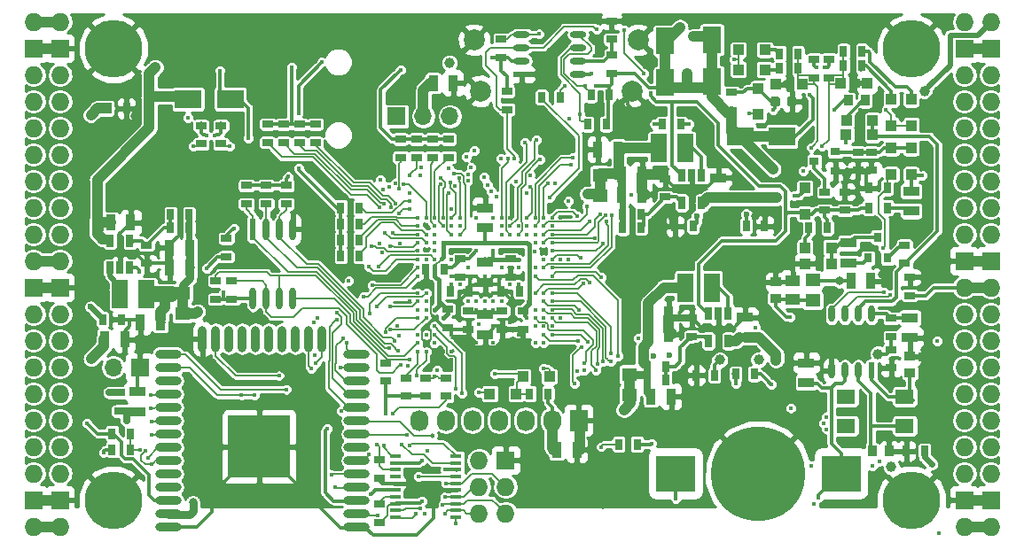
<source format=gbl>
G04 #@! TF.GenerationSoftware,KiCad,Pcbnew,5.0.0+dfsg1-1*
G04 #@! TF.CreationDate,2018-08-17T16:54:50+02:00*
G04 #@! TF.ProjectId,ulx3s,756C7833732E6B696361645F70636200,rev?*
G04 #@! TF.SameCoordinates,Original*
G04 #@! TF.FileFunction,Copper,L4,Bot,Signal*
G04 #@! TF.FilePolarity,Positive*
%FSLAX46Y46*%
G04 Gerber Fmt 4.6, Leading zero omitted, Abs format (unit mm)*
G04 Created by KiCad (PCBNEW 5.0.0+dfsg1-1) date Fri Aug 17 16:54:50 2018*
%MOMM*%
%LPD*%
G01*
G04 APERTURE LIST*
G04 #@! TA.AperFunction,EtchedComponent*
%ADD10C,1.000000*%
G04 #@! TD*
G04 #@! TA.AperFunction,ComponentPad*
%ADD11C,2.000000*%
G04 #@! TD*
G04 #@! TA.AperFunction,SMDPad,CuDef*
%ADD12O,2.500000X0.900000*%
G04 #@! TD*
G04 #@! TA.AperFunction,SMDPad,CuDef*
%ADD13O,0.900000X2.500000*%
G04 #@! TD*
G04 #@! TA.AperFunction,SMDPad,CuDef*
%ADD14R,6.000000X6.000000*%
G04 #@! TD*
G04 #@! TA.AperFunction,SMDPad,CuDef*
%ADD15R,0.670000X1.000000*%
G04 #@! TD*
G04 #@! TA.AperFunction,SMDPad,CuDef*
%ADD16R,1.400000X1.295000*%
G04 #@! TD*
G04 #@! TA.AperFunction,SMDPad,CuDef*
%ADD17R,2.500000X1.800000*%
G04 #@! TD*
G04 #@! TA.AperFunction,SMDPad,CuDef*
%ADD18R,1.800000X2.500000*%
G04 #@! TD*
G04 #@! TA.AperFunction,SMDPad,CuDef*
%ADD19R,3.700000X3.500000*%
G04 #@! TD*
G04 #@! TA.AperFunction,BGAPad,CuDef*
%ADD20C,9.000000*%
G04 #@! TD*
G04 #@! TA.AperFunction,SMDPad,CuDef*
%ADD21R,1.550000X0.600000*%
G04 #@! TD*
G04 #@! TA.AperFunction,SMDPad,CuDef*
%ADD22O,1.550000X0.600000*%
G04 #@! TD*
G04 #@! TA.AperFunction,SMDPad,CuDef*
%ADD23R,0.600000X2.100000*%
G04 #@! TD*
G04 #@! TA.AperFunction,SMDPad,CuDef*
%ADD24O,0.600000X2.100000*%
G04 #@! TD*
G04 #@! TA.AperFunction,SMDPad,CuDef*
%ADD25R,0.600000X1.550000*%
G04 #@! TD*
G04 #@! TA.AperFunction,SMDPad,CuDef*
%ADD26O,0.600000X1.550000*%
G04 #@! TD*
G04 #@! TA.AperFunction,SMDPad,CuDef*
%ADD27R,1.000000X0.400000*%
G04 #@! TD*
G04 #@! TA.AperFunction,SMDPad,CuDef*
%ADD28R,0.700000X1.200000*%
G04 #@! TD*
G04 #@! TA.AperFunction,ComponentPad*
%ADD29O,1.727200X1.727200*%
G04 #@! TD*
G04 #@! TA.AperFunction,ComponentPad*
%ADD30R,1.727200X1.727200*%
G04 #@! TD*
G04 #@! TA.AperFunction,ComponentPad*
%ADD31C,5.500000*%
G04 #@! TD*
G04 #@! TA.AperFunction,ComponentPad*
%ADD32R,1.727200X2.032000*%
G04 #@! TD*
G04 #@! TA.AperFunction,ComponentPad*
%ADD33O,1.727200X2.032000*%
G04 #@! TD*
G04 #@! TA.AperFunction,SMDPad,CuDef*
%ADD34R,1.800000X1.400000*%
G04 #@! TD*
G04 #@! TA.AperFunction,SMDPad,CuDef*
%ADD35R,0.970000X1.500000*%
G04 #@! TD*
G04 #@! TA.AperFunction,SMDPad,CuDef*
%ADD36R,1.500000X0.970000*%
G04 #@! TD*
G04 #@! TA.AperFunction,SMDPad,CuDef*
%ADD37R,1.000000X0.670000*%
G04 #@! TD*
G04 #@! TA.AperFunction,SMDPad,CuDef*
%ADD38R,1.000000X1.000000*%
G04 #@! TD*
G04 #@! TA.AperFunction,BGAPad,CuDef*
%ADD39C,0.300000*%
G04 #@! TD*
G04 #@! TA.AperFunction,ComponentPad*
%ADD40R,1.700000X1.700000*%
G04 #@! TD*
G04 #@! TA.AperFunction,ComponentPad*
%ADD41O,1.700000X1.700000*%
G04 #@! TD*
G04 #@! TA.AperFunction,SMDPad,CuDef*
%ADD42R,1.500000X2.700000*%
G04 #@! TD*
G04 #@! TA.AperFunction,SMDPad,CuDef*
%ADD43R,0.800000X0.900000*%
G04 #@! TD*
G04 #@! TA.AperFunction,SMDPad,CuDef*
%ADD44R,0.900000X0.800000*%
G04 #@! TD*
G04 #@! TA.AperFunction,SMDPad,CuDef*
%ADD45R,0.820000X1.000000*%
G04 #@! TD*
G04 #@! TA.AperFunction,SMDPad,CuDef*
%ADD46R,1.000000X0.820000*%
G04 #@! TD*
G04 #@! TA.AperFunction,SMDPad,CuDef*
%ADD47R,1.400000X1.120000*%
G04 #@! TD*
G04 #@! TA.AperFunction,Conductor*
%ADD48C,0.100000*%
G04 #@! TD*
G04 #@! TA.AperFunction,SMDPad,CuDef*
%ADD49C,0.875000*%
G04 #@! TD*
G04 #@! TA.AperFunction,ViaPad*
%ADD50C,2.000000*%
G04 #@! TD*
G04 #@! TA.AperFunction,ViaPad*
%ADD51C,0.419000*%
G04 #@! TD*
G04 #@! TA.AperFunction,ViaPad*
%ADD52C,0.600000*%
G04 #@! TD*
G04 #@! TA.AperFunction,ViaPad*
%ADD53C,1.000000*%
G04 #@! TD*
G04 #@! TA.AperFunction,ViaPad*
%ADD54C,0.800000*%
G04 #@! TD*
G04 #@! TA.AperFunction,ViaPad*
%ADD55C,0.700000*%
G04 #@! TD*
G04 #@! TA.AperFunction,ViaPad*
%ADD56C,0.454000*%
G04 #@! TD*
G04 #@! TA.AperFunction,Conductor*
%ADD57C,0.300000*%
G04 #@! TD*
G04 #@! TA.AperFunction,Conductor*
%ADD58C,1.000000*%
G04 #@! TD*
G04 #@! TA.AperFunction,Conductor*
%ADD59C,0.700000*%
G04 #@! TD*
G04 #@! TA.AperFunction,Conductor*
%ADD60C,0.127000*%
G04 #@! TD*
G04 #@! TA.AperFunction,Conductor*
%ADD61C,0.500000*%
G04 #@! TD*
G04 #@! TA.AperFunction,Conductor*
%ADD62C,0.400000*%
G04 #@! TD*
G04 #@! TA.AperFunction,Conductor*
%ADD63C,0.800000*%
G04 #@! TD*
G04 #@! TA.AperFunction,Conductor*
%ADD64C,0.600000*%
G04 #@! TD*
G04 #@! TA.AperFunction,Conductor*
%ADD65C,0.190000*%
G04 #@! TD*
G04 #@! TA.AperFunction,Conductor*
%ADD66C,1.500000*%
G04 #@! TD*
G04 #@! TA.AperFunction,Conductor*
%ADD67C,0.200000*%
G04 #@! TD*
G04 #@! TA.AperFunction,Conductor*
%ADD68C,0.254000*%
G04 #@! TD*
G04 APERTURE END LIST*
D10*
G04 #@! TO.C,RP3*
X149472000Y-77311000D02*
X149472000Y-79311000D01*
G04 #@! TO.C,RP2*
X109609000Y-88632000D02*
X109609000Y-90632000D01*
G04 #@! TO.C,RP1*
X152281000Y-96361000D02*
X152281000Y-98361000D01*
G04 #@! TO.C,D9*
X166854000Y-73630000D02*
X162854000Y-73630000D01*
G04 #@! TO.C,D52*
X160155000Y-64391000D02*
X160155000Y-68391000D01*
G04 #@! TO.C,D51*
X155710000Y-68518000D02*
X155710000Y-64518000D01*
G04 #@! TD*
D11*
G04 #@! TO.P,GPDI1,0*
G04 #@! TO.N,GND*
X152546000Y-69312000D03*
X138046000Y-69312000D03*
X153146000Y-64412000D03*
X137446000Y-64412000D03*
G04 #@! TD*
D12*
G04 #@! TO.P,U9,38*
G04 #@! TO.N,GND*
X126230000Y-111000000D03*
G04 #@! TO.P,U9,37*
G04 #@! TO.N,JTAG_TDI*
X126230000Y-109730000D03*
G04 #@! TO.P,U9,36*
G04 #@! TO.N,PROG_DONE*
X126230000Y-108460000D03*
G04 #@! TO.P,U9,35*
G04 #@! TO.N,WIFI_TXD*
X126230000Y-107190000D03*
G04 #@! TO.P,U9,34*
G04 #@! TO.N,WIFI_RXD*
X126230000Y-105920000D03*
G04 #@! TO.P,U9,33*
G04 #@! TO.N,JTAG_TMS*
X126230000Y-104650000D03*
G04 #@! TO.P,U9,32*
G04 #@! TO.N,N/C*
X126230000Y-103380000D03*
G04 #@! TO.P,U9,31*
G04 #@! TO.N,JTAG_TDO*
X126230000Y-102110000D03*
G04 #@! TO.P,U9,30*
G04 #@! TO.N,JTAG_TCK*
X126230000Y-100840000D03*
G04 #@! TO.P,U9,29*
G04 #@! TO.N,WIFI_GPIO5*
X126230000Y-99570000D03*
G04 #@! TO.P,U9,28*
G04 #@! TO.N,WIFI_GPIO17*
X126230000Y-98300000D03*
G04 #@! TO.P,U9,27*
G04 #@! TO.N,WIFI_GPIO16*
X126230000Y-97030000D03*
G04 #@! TO.P,U9,26*
G04 #@! TO.N,SD_D1*
X126230000Y-95760000D03*
G04 #@! TO.P,U9,25*
G04 #@! TO.N,WIFI_GPIO0*
X126230000Y-94490000D03*
D13*
G04 #@! TO.P,U9,24*
G04 #@! TO.N,SD_D0*
X122945000Y-93000000D03*
G04 #@! TO.P,U9,23*
G04 #@! TO.N,SD_CMD*
X121675000Y-93000000D03*
G04 #@! TO.P,U9,22*
G04 #@! TO.N,N/C*
X120405000Y-93000000D03*
G04 #@! TO.P,U9,21*
X119135000Y-93000000D03*
G04 #@! TO.P,U9,20*
X117865000Y-93000000D03*
G04 #@! TO.P,U9,19*
X116595000Y-93000000D03*
G04 #@! TO.P,U9,18*
X115325000Y-93000000D03*
G04 #@! TO.P,U9,17*
X114055000Y-93000000D03*
G04 #@! TO.P,U9,16*
G04 #@! TO.N,SD_D3*
X112785000Y-93000000D03*
G04 #@! TO.P,U9,15*
G04 #@! TO.N,GND*
X111515000Y-93000000D03*
D12*
G04 #@! TO.P,U9,14*
G04 #@! TO.N,SD_D2*
X108230000Y-94490000D03*
G04 #@! TO.P,U9,13*
G04 #@! TO.N,SD_CLK*
X108230000Y-95760000D03*
G04 #@! TO.P,U9,12*
G04 #@! TO.N,N/C*
X108230000Y-97030000D03*
G04 #@! TO.P,U9,11*
G04 #@! TO.N,GP11*
X108230000Y-98300000D03*
G04 #@! TO.P,U9,10*
G04 #@! TO.N,GN11*
X108230000Y-99570000D03*
G04 #@! TO.P,U9,9*
G04 #@! TO.N,GP12*
X108230000Y-100840000D03*
G04 #@! TO.P,U9,8*
G04 #@! TO.N,GN12*
X108230000Y-102110000D03*
G04 #@! TO.P,U9,7*
G04 #@! TO.N,GP13*
X108230000Y-103380000D03*
G04 #@! TO.P,U9,6*
G04 #@! TO.N,GN13*
X108230000Y-104650000D03*
G04 #@! TO.P,U9,5*
G04 #@! TO.N,N/C*
X108230000Y-105920000D03*
G04 #@! TO.P,U9,4*
X108230000Y-107190000D03*
G04 #@! TO.P,U9,3*
G04 #@! TO.N,/wifi/WIFIEN*
X108230000Y-108460000D03*
G04 #@! TO.P,U9,2*
G04 #@! TO.N,+3V3*
X108230000Y-109730000D03*
G04 #@! TO.P,U9,1*
G04 #@! TO.N,GND*
X108230000Y-111000000D03*
D14*
G04 #@! TO.P,U9,39*
X116930000Y-103300000D03*
G04 #@! TD*
D15*
G04 #@! TO.P,C49,2*
G04 #@! TO.N,GND*
X103738000Y-91156000D03*
G04 #@! TO.P,C49,1*
G04 #@! TO.N,2V5_3V3*
X101988000Y-91156000D03*
G04 #@! TD*
D16*
G04 #@! TO.P,RP3,2*
G04 #@! TO.N,+3V3*
X149472000Y-79278500D03*
G04 #@! TO.P,RP3,1*
G04 #@! TO.N,/power/P3V3*
X149472000Y-77343500D03*
G04 #@! TD*
G04 #@! TO.P,RP2,2*
G04 #@! TO.N,+2V5*
X109609000Y-90599500D03*
G04 #@! TO.P,RP2,1*
G04 #@! TO.N,/power/P2V5*
X109609000Y-88664500D03*
G04 #@! TD*
G04 #@! TO.P,RP1,2*
G04 #@! TO.N,+1V1*
X152281000Y-98328500D03*
G04 #@! TO.P,RP1,1*
G04 #@! TO.N,/power/P1V1*
X152281000Y-96393500D03*
G04 #@! TD*
D17*
G04 #@! TO.P,D9,2*
G04 #@! TO.N,+5V*
X162854000Y-73630000D03*
G04 #@! TO.P,D9,1*
G04 #@! TO.N,/usb/US2VBUS*
X166854000Y-73630000D03*
G04 #@! TD*
D18*
G04 #@! TO.P,D52,2*
G04 #@! TO.N,+5V*
X160155000Y-68391000D03*
G04 #@! TO.P,D52,1*
G04 #@! TO.N,/gpio/OUT5V*
X160155000Y-64391000D03*
G04 #@! TD*
G04 #@! TO.P,D51,2*
G04 #@! TO.N,/gpio/IN5V*
X155710000Y-64518000D03*
G04 #@! TO.P,D51,1*
G04 #@! TO.N,+5V*
X155710000Y-68518000D03*
G04 #@! TD*
D19*
G04 #@! TO.P,BAT1,1*
G04 #@! TO.N,/power/VBAT*
X172485000Y-105870000D03*
X156685000Y-105870000D03*
D20*
G04 #@! TO.P,BAT1,2*
G04 #@! TO.N,GND*
X164585000Y-105870000D03*
G04 #@! TD*
D21*
G04 #@! TO.P,U11,1*
G04 #@! TO.N,GND*
X141980000Y-67706500D03*
D22*
G04 #@! TO.P,U11,2*
G04 #@! TO.N,+2V5*
X141980000Y-66436500D03*
G04 #@! TO.P,U11,3*
G04 #@! TO.N,FPDI_SCL*
X141980000Y-65166500D03*
G04 #@! TO.P,U11,4*
G04 #@! TO.N,FPDI_SDA*
X141980000Y-63896500D03*
G04 #@! TO.P,U11,5*
G04 #@! TO.N,GPDI_SDA*
X147380000Y-63896500D03*
G04 #@! TO.P,U11,6*
G04 #@! TO.N,GPDI_SCL*
X147380000Y-65166500D03*
G04 #@! TO.P,U11,7*
G04 #@! TO.N,/gpdi/VREF2*
X147380000Y-66436500D03*
G04 #@! TO.P,U11,8*
G04 #@! TO.N,+3V3*
X147380000Y-67706500D03*
G04 #@! TD*
D23*
G04 #@! TO.P,U10,1*
G04 #@! TO.N,/flash/FLASH_nCS*
X116340000Y-82520000D03*
D24*
G04 #@! TO.P,U10,2*
G04 #@! TO.N,/flash/FLASH_MISO*
X117610000Y-82520000D03*
G04 #@! TO.P,U10,3*
G04 #@! TO.N,/flash/FLASH_nWP*
X118880000Y-82520000D03*
G04 #@! TO.P,U10,4*
G04 #@! TO.N,GND*
X120150000Y-82520000D03*
G04 #@! TO.P,U10,5*
G04 #@! TO.N,/flash/FLASH_MOSI*
X120150000Y-89124000D03*
G04 #@! TO.P,U10,6*
G04 #@! TO.N,/flash/FLASH_SCK*
X118880000Y-89124000D03*
G04 #@! TO.P,U10,7*
G04 #@! TO.N,/flash/FLASH_nHOLD*
X117610000Y-89124000D03*
G04 #@! TO.P,U10,8*
G04 #@! TO.N,+3V3*
X116340000Y-89124000D03*
G04 #@! TD*
D25*
G04 #@! TO.P,U7,1*
G04 #@! TO.N,/power/OSCI_32k*
X175395000Y-96015000D03*
D26*
G04 #@! TO.P,U7,2*
G04 #@! TO.N,/power/OSCO_32k*
X174125000Y-96015000D03*
G04 #@! TO.P,U7,3*
G04 #@! TO.N,/power/VBAT*
X172855000Y-96015000D03*
G04 #@! TO.P,U7,4*
G04 #@! TO.N,GND*
X171585000Y-96015000D03*
G04 #@! TO.P,U7,5*
G04 #@! TO.N,FPDI_SDA*
X171585000Y-90615000D03*
G04 #@! TO.P,U7,6*
G04 #@! TO.N,FPDI_SCL*
X172855000Y-90615000D03*
G04 #@! TO.P,U7,7*
G04 #@! TO.N,/power/WAKEUPn*
X174125000Y-90615000D03*
G04 #@! TO.P,U7,8*
G04 #@! TO.N,/power/RTCVDD*
X175395000Y-90615000D03*
G04 #@! TD*
D27*
G04 #@! TO.P,U6,20*
G04 #@! TO.N,FTDI_TXD*
X129935000Y-104215000D03*
G04 #@! TO.P,U6,19*
G04 #@! TO.N,FTDI_nSLEEP*
X129935000Y-104865000D03*
G04 #@! TO.P,U6,18*
G04 #@! TO.N,FTDI_TXDEN*
X129935000Y-105515000D03*
G04 #@! TO.P,U6,17*
G04 #@! TO.N,N/C*
X129935000Y-106165000D03*
G04 #@! TO.P,U6,16*
G04 #@! TO.N,GND*
X129935000Y-106815000D03*
G04 #@! TO.P,U6,15*
G04 #@! TO.N,USB5V*
X129935000Y-107465000D03*
G04 #@! TO.P,U6,14*
G04 #@! TO.N,nRESET*
X129935000Y-108115000D03*
G04 #@! TO.P,U6,13*
G04 #@! TO.N,FT2V5*
X129935000Y-108765000D03*
G04 #@! TO.P,U6,12*
G04 #@! TO.N,USB_FTDI_D-*
X129935000Y-109415000D03*
G04 #@! TO.P,U6,11*
G04 #@! TO.N,USB_FTDI_D+*
X129935000Y-110065000D03*
G04 #@! TO.P,U6,10*
G04 #@! TO.N,FTDI_nTXLED*
X135735000Y-110065000D03*
G04 #@! TO.P,U6,9*
G04 #@! TO.N,JTAG_TDO*
X135735000Y-109415000D03*
G04 #@! TO.P,U6,8*
G04 #@! TO.N,JTAG_TMS*
X135735000Y-108765000D03*
G04 #@! TO.P,U6,7*
G04 #@! TO.N,JTAG_TCK*
X135735000Y-108115000D03*
G04 #@! TO.P,U6,6*
G04 #@! TO.N,GND*
X135735000Y-107465000D03*
G04 #@! TO.P,U6,5*
G04 #@! TO.N,JTAG_TDI*
X135735000Y-106815000D03*
G04 #@! TO.P,U6,4*
G04 #@! TO.N,FTDI_RXD*
X135735000Y-106165000D03*
G04 #@! TO.P,U6,3*
G04 #@! TO.N,FT2V5*
X135735000Y-105515000D03*
G04 #@! TO.P,U6,2*
G04 #@! TO.N,FTDI_nRTS*
X135735000Y-104865000D03*
G04 #@! TO.P,U6,1*
G04 #@! TO.N,FTDI_nDTR*
X135735000Y-104215000D03*
G04 #@! TD*
D28*
G04 #@! TO.P,U5,1*
G04 #@! TO.N,/power/PWREN*
X157285000Y-77392000D03*
G04 #@! TO.P,U5,2*
G04 #@! TO.N,GND*
X158235000Y-77392000D03*
G04 #@! TO.P,U5,3*
G04 #@! TO.N,/power/L3*
X159185000Y-77392000D03*
G04 #@! TO.P,U5,4*
G04 #@! TO.N,+5V*
X159185000Y-79992000D03*
G04 #@! TO.P,U5,5*
G04 #@! TO.N,/power/FB3*
X157285000Y-79992000D03*
G04 #@! TD*
G04 #@! TO.P,U3,1*
G04 #@! TO.N,/power/PWREN*
X159825000Y-90600000D03*
G04 #@! TO.P,U3,2*
G04 #@! TO.N,GND*
X160775000Y-90600000D03*
G04 #@! TO.P,U3,3*
G04 #@! TO.N,/power/L1*
X161725000Y-90600000D03*
G04 #@! TO.P,U3,4*
G04 #@! TO.N,+5V*
X161725000Y-93200000D03*
G04 #@! TO.P,U3,5*
G04 #@! TO.N,/power/FB1*
X159825000Y-93200000D03*
G04 #@! TD*
G04 #@! TO.P,U4,1*
G04 #@! TO.N,/power/PWREN*
X104575000Y-86215000D03*
G04 #@! TO.P,U4,2*
G04 #@! TO.N,GND*
X103625000Y-86215000D03*
G04 #@! TO.P,U4,3*
G04 #@! TO.N,/power/L2*
X102675000Y-86215000D03*
G04 #@! TO.P,U4,4*
G04 #@! TO.N,+5V*
X102675000Y-83615000D03*
G04 #@! TO.P,U4,5*
G04 #@! TO.N,/power/FB2*
X104575000Y-83615000D03*
G04 #@! TD*
D29*
G04 #@! TO.P,J1,1*
G04 #@! TO.N,2V5_3V3*
X97910000Y-62690000D03*
G04 #@! TO.P,J1,2*
X95370000Y-62690000D03*
D30*
G04 #@! TO.P,J1,3*
G04 #@! TO.N,GND*
X97910000Y-65230000D03*
G04 #@! TO.P,J1,4*
X95370000Y-65230000D03*
D29*
G04 #@! TO.P,J1,5*
G04 #@! TO.N,GN0*
X97910000Y-67770000D03*
G04 #@! TO.P,J1,6*
G04 #@! TO.N,GP0*
X95370000Y-67770000D03*
G04 #@! TO.P,J1,7*
G04 #@! TO.N,GN1*
X97910000Y-70310000D03*
G04 #@! TO.P,J1,8*
G04 #@! TO.N,GP1*
X95370000Y-70310000D03*
G04 #@! TO.P,J1,9*
G04 #@! TO.N,GN2*
X97910000Y-72850000D03*
G04 #@! TO.P,J1,10*
G04 #@! TO.N,GP2*
X95370000Y-72850000D03*
G04 #@! TO.P,J1,11*
G04 #@! TO.N,GN3*
X97910000Y-75390000D03*
G04 #@! TO.P,J1,12*
G04 #@! TO.N,GP3*
X95370000Y-75390000D03*
G04 #@! TO.P,J1,13*
G04 #@! TO.N,GN4*
X97910000Y-77930000D03*
G04 #@! TO.P,J1,14*
G04 #@! TO.N,GP4*
X95370000Y-77930000D03*
G04 #@! TO.P,J1,15*
G04 #@! TO.N,GN5*
X97910000Y-80470000D03*
G04 #@! TO.P,J1,16*
G04 #@! TO.N,GP5*
X95370000Y-80470000D03*
G04 #@! TO.P,J1,17*
G04 #@! TO.N,GN6*
X97910000Y-83010000D03*
G04 #@! TO.P,J1,18*
G04 #@! TO.N,GP6*
X95370000Y-83010000D03*
G04 #@! TO.P,J1,19*
G04 #@! TO.N,2V5_3V3*
X97910000Y-85550000D03*
G04 #@! TO.P,J1,20*
X95370000Y-85550000D03*
D30*
G04 #@! TO.P,J1,21*
G04 #@! TO.N,GND*
X97910000Y-88090000D03*
G04 #@! TO.P,J1,22*
X95370000Y-88090000D03*
D29*
G04 #@! TO.P,J1,23*
G04 #@! TO.N,GN7*
X97910000Y-90630000D03*
G04 #@! TO.P,J1,24*
G04 #@! TO.N,GP7*
X95370000Y-90630000D03*
G04 #@! TO.P,J1,25*
G04 #@! TO.N,GN8*
X97910000Y-93170000D03*
G04 #@! TO.P,J1,26*
G04 #@! TO.N,GP8*
X95370000Y-93170000D03*
G04 #@! TO.P,J1,27*
G04 #@! TO.N,GN9*
X97910000Y-95710000D03*
G04 #@! TO.P,J1,28*
G04 #@! TO.N,GP9*
X95370000Y-95710000D03*
G04 #@! TO.P,J1,29*
G04 #@! TO.N,GN10*
X97910000Y-98250000D03*
G04 #@! TO.P,J1,30*
G04 #@! TO.N,GP10*
X95370000Y-98250000D03*
G04 #@! TO.P,J1,31*
G04 #@! TO.N,GN11*
X97910000Y-100790000D03*
G04 #@! TO.P,J1,32*
G04 #@! TO.N,GP11*
X95370000Y-100790000D03*
G04 #@! TO.P,J1,33*
G04 #@! TO.N,GN12*
X97910000Y-103330000D03*
G04 #@! TO.P,J1,34*
G04 #@! TO.N,GP12*
X95370000Y-103330000D03*
G04 #@! TO.P,J1,35*
G04 #@! TO.N,GN13*
X97910000Y-105870000D03*
G04 #@! TO.P,J1,36*
G04 #@! TO.N,GP13*
X95370000Y-105870000D03*
D30*
G04 #@! TO.P,J1,37*
G04 #@! TO.N,GND*
X97910000Y-108410000D03*
G04 #@! TO.P,J1,38*
X95370000Y-108410000D03*
D29*
G04 #@! TO.P,J1,39*
G04 #@! TO.N,2V5_3V3*
X97910000Y-110950000D03*
G04 #@! TO.P,J1,40*
X95370000Y-110950000D03*
G04 #@! TD*
G04 #@! TO.P,J2,1*
G04 #@! TO.N,+3V3*
X184270000Y-110950000D03*
G04 #@! TO.P,J2,2*
X186810000Y-110950000D03*
D30*
G04 #@! TO.P,J2,3*
G04 #@! TO.N,GND*
X184270000Y-108410000D03*
G04 #@! TO.P,J2,4*
X186810000Y-108410000D03*
D29*
G04 #@! TO.P,J2,5*
G04 #@! TO.N,GN14*
X184270000Y-105870000D03*
G04 #@! TO.P,J2,6*
G04 #@! TO.N,GP14*
X186810000Y-105870000D03*
G04 #@! TO.P,J2,7*
G04 #@! TO.N,GN15*
X184270000Y-103330000D03*
G04 #@! TO.P,J2,8*
G04 #@! TO.N,GP15*
X186810000Y-103330000D03*
G04 #@! TO.P,J2,9*
G04 #@! TO.N,GN16*
X184270000Y-100790000D03*
G04 #@! TO.P,J2,10*
G04 #@! TO.N,GP16*
X186810000Y-100790000D03*
G04 #@! TO.P,J2,11*
G04 #@! TO.N,GN17*
X184270000Y-98250000D03*
G04 #@! TO.P,J2,12*
G04 #@! TO.N,GP17*
X186810000Y-98250000D03*
G04 #@! TO.P,J2,13*
G04 #@! TO.N,GN18*
X184270000Y-95710000D03*
G04 #@! TO.P,J2,14*
G04 #@! TO.N,GP18*
X186810000Y-95710000D03*
G04 #@! TO.P,J2,15*
G04 #@! TO.N,GN19*
X184270000Y-93170000D03*
G04 #@! TO.P,J2,16*
G04 #@! TO.N,GP19*
X186810000Y-93170000D03*
G04 #@! TO.P,J2,17*
G04 #@! TO.N,GN20*
X184270000Y-90630000D03*
G04 #@! TO.P,J2,18*
G04 #@! TO.N,GP20*
X186810000Y-90630000D03*
G04 #@! TO.P,J2,19*
G04 #@! TO.N,+3V3*
X184270000Y-88090000D03*
G04 #@! TO.P,J2,20*
X186810000Y-88090000D03*
D30*
G04 #@! TO.P,J2,21*
G04 #@! TO.N,GND*
X184270000Y-85550000D03*
G04 #@! TO.P,J2,22*
X186810000Y-85550000D03*
D29*
G04 #@! TO.P,J2,23*
G04 #@! TO.N,GN21*
X184270000Y-83010000D03*
G04 #@! TO.P,J2,24*
G04 #@! TO.N,GP21*
X186810000Y-83010000D03*
G04 #@! TO.P,J2,25*
G04 #@! TO.N,GN22*
X184270000Y-80470000D03*
G04 #@! TO.P,J2,26*
G04 #@! TO.N,GP22*
X186810000Y-80470000D03*
G04 #@! TO.P,J2,27*
G04 #@! TO.N,GN23*
X184270000Y-77930000D03*
G04 #@! TO.P,J2,28*
G04 #@! TO.N,GP23*
X186810000Y-77930000D03*
G04 #@! TO.P,J2,29*
G04 #@! TO.N,GN24*
X184270000Y-75390000D03*
G04 #@! TO.P,J2,30*
G04 #@! TO.N,GP24*
X186810000Y-75390000D03*
G04 #@! TO.P,J2,31*
G04 #@! TO.N,GN25*
X184270000Y-72850000D03*
G04 #@! TO.P,J2,32*
G04 #@! TO.N,GP25*
X186810000Y-72850000D03*
G04 #@! TO.P,J2,33*
G04 #@! TO.N,GN26*
X184270000Y-70310000D03*
G04 #@! TO.P,J2,34*
G04 #@! TO.N,GP26*
X186810000Y-70310000D03*
G04 #@! TO.P,J2,35*
G04 #@! TO.N,GN27*
X184270000Y-67770000D03*
G04 #@! TO.P,J2,36*
G04 #@! TO.N,GP27*
X186810000Y-67770000D03*
D30*
G04 #@! TO.P,J2,37*
G04 #@! TO.N,GND*
X184270000Y-65230000D03*
G04 #@! TO.P,J2,38*
X186810000Y-65230000D03*
D29*
G04 #@! TO.P,J2,39*
G04 #@! TO.N,/gpio/IN5V*
X184270000Y-62690000D03*
G04 #@! TO.P,J2,40*
G04 #@! TO.N,/gpio/OUT5V*
X186810000Y-62690000D03*
G04 #@! TD*
D31*
G04 #@! TO.P,H1,1*
G04 #@! TO.N,GND*
X102990000Y-108410000D03*
G04 #@! TD*
G04 #@! TO.P,H2,1*
G04 #@! TO.N,GND*
X179190000Y-108410000D03*
G04 #@! TD*
G04 #@! TO.P,H3,1*
G04 #@! TO.N,GND*
X179190000Y-65230000D03*
G04 #@! TD*
G04 #@! TO.P,H4,1*
G04 #@! TO.N,GND*
X102990000Y-65230000D03*
G04 #@! TD*
D30*
G04 #@! TO.P,J4,1*
G04 #@! TO.N,GND*
X140455000Y-104600000D03*
D29*
G04 #@! TO.P,J4,2*
G04 #@! TO.N,+3V3*
X137915000Y-104600000D03*
G04 #@! TO.P,J4,3*
G04 #@! TO.N,JTAG_TDI*
X140455000Y-107140000D03*
G04 #@! TO.P,J4,4*
G04 #@! TO.N,JTAG_TCK*
X137915000Y-107140000D03*
G04 #@! TO.P,J4,5*
G04 #@! TO.N,JTAG_TMS*
X140455000Y-109680000D03*
G04 #@! TO.P,J4,6*
G04 #@! TO.N,JTAG_TDO*
X137915000Y-109680000D03*
G04 #@! TD*
D32*
G04 #@! TO.P,OLED1,1*
G04 #@! TO.N,GND*
X147440000Y-100790000D03*
D33*
G04 #@! TO.P,OLED1,2*
G04 #@! TO.N,+3V3*
X144900000Y-100790000D03*
G04 #@! TO.P,OLED1,3*
G04 #@! TO.N,OLED_CLK*
X142360000Y-100790000D03*
G04 #@! TO.P,OLED1,4*
G04 #@! TO.N,OLED_MOSI*
X139820000Y-100790000D03*
G04 #@! TO.P,OLED1,5*
G04 #@! TO.N,OLED_RES*
X137280000Y-100790000D03*
G04 #@! TO.P,OLED1,6*
G04 #@! TO.N,OLED_DC*
X134740000Y-100790000D03*
G04 #@! TO.P,OLED1,7*
G04 #@! TO.N,OLED_CS*
X132200000Y-100790000D03*
G04 #@! TD*
D34*
G04 #@! TO.P,Y2,4*
G04 #@! TO.N,/power/OSCI_32k*
X178576000Y-98522000D03*
G04 #@! TO.P,Y2,3*
G04 #@! TO.N,N/C*
X172976000Y-98522000D03*
G04 #@! TO.P,Y2,2*
X172976000Y-101322000D03*
G04 #@! TO.P,Y2,1*
G04 #@! TO.N,/power/OSCO_32k*
X178576000Y-101322000D03*
G04 #@! TD*
D35*
G04 #@! TO.P,C47,1*
G04 #@! TO.N,2V5_3V3*
X133546000Y-68550000D03*
G04 #@! TO.P,C47,2*
G04 #@! TO.N,GND*
X135456000Y-68550000D03*
G04 #@! TD*
G04 #@! TO.P,C1,1*
G04 #@! TO.N,+5V*
X102748500Y-81885000D03*
G04 #@! TO.P,C1,2*
G04 #@! TO.N,GND*
X104658500Y-81885000D03*
G04 #@! TD*
D15*
G04 #@! TO.P,C2,1*
G04 #@! TO.N,/power/P1V1*
X153985000Y-96910000D03*
G04 #@! TO.P,C2,2*
G04 #@! TO.N,/power/FB1*
X155735000Y-96910000D03*
G04 #@! TD*
D35*
G04 #@! TO.P,C3,2*
G04 #@! TO.N,GND*
X156015000Y-90630000D03*
G04 #@! TO.P,C3,1*
G04 #@! TO.N,/power/P1V1*
X154105000Y-90630000D03*
G04 #@! TD*
G04 #@! TO.P,C4,1*
G04 #@! TO.N,/power/P1V1*
X154105000Y-92535000D03*
G04 #@! TO.P,C4,2*
G04 #@! TO.N,GND*
X156015000Y-92535000D03*
G04 #@! TD*
D36*
G04 #@! TO.P,C5,2*
G04 #@! TO.N,GND*
X163315000Y-90945000D03*
G04 #@! TO.P,C5,1*
G04 #@! TO.N,+5V*
X163315000Y-92855000D03*
G04 #@! TD*
D15*
G04 #@! TO.P,C6,1*
G04 #@! TO.N,/power/P3V3*
X151645000Y-82375000D03*
G04 #@! TO.P,C6,2*
G04 #@! TO.N,/power/FB3*
X153395000Y-82375000D03*
G04 #@! TD*
D35*
G04 #@! TO.P,C7,2*
G04 #@! TO.N,GND*
X153475000Y-79200000D03*
G04 #@! TO.P,C7,1*
G04 #@! TO.N,/power/P3V3*
X151565000Y-79200000D03*
G04 #@! TD*
G04 #@! TO.P,C8,2*
G04 #@! TO.N,GND*
X153475000Y-77295000D03*
G04 #@! TO.P,C8,1*
G04 #@! TO.N,/power/P3V3*
X151565000Y-77295000D03*
G04 #@! TD*
D36*
G04 #@! TO.P,C9,1*
G04 #@! TO.N,+5V*
X160775000Y-79520000D03*
G04 #@! TO.P,C9,2*
G04 #@! TO.N,GND*
X160775000Y-77610000D03*
G04 #@! TD*
D15*
G04 #@! TO.P,C10,2*
G04 #@! TO.N,/power/FB2*
X108465000Y-81105000D03*
G04 #@! TO.P,C10,1*
G04 #@! TO.N,/power/P2V5*
X110215000Y-81105000D03*
G04 #@! TD*
D35*
G04 #@! TO.P,C11,2*
G04 #@! TO.N,GND*
X108385000Y-84280000D03*
G04 #@! TO.P,C11,1*
G04 #@! TO.N,/power/P2V5*
X110295000Y-84280000D03*
G04 #@! TD*
G04 #@! TO.P,C12,1*
G04 #@! TO.N,/power/P2V5*
X110295000Y-86185000D03*
G04 #@! TO.P,C12,2*
G04 #@! TO.N,GND*
X108385000Y-86185000D03*
G04 #@! TD*
D36*
G04 #@! TO.P,C13,2*
G04 #@! TO.N,/power/WKUP*
X173221000Y-83833000D03*
G04 #@! TO.P,C13,1*
G04 #@! TO.N,+5V*
X173221000Y-85743000D03*
G04 #@! TD*
D37*
G04 #@! TO.P,C14,2*
G04 #@! TO.N,GND*
X175380000Y-76900000D03*
G04 #@! TO.P,C14,1*
G04 #@! TO.N,/power/SHUT*
X175380000Y-75150000D03*
G04 #@! TD*
D36*
G04 #@! TO.P,C15,1*
G04 #@! TO.N,/sdcard/SD3V3*
X105276000Y-99967000D03*
G04 #@! TO.P,C15,2*
G04 #@! TO.N,GND*
X105276000Y-98057000D03*
G04 #@! TD*
D35*
G04 #@! TO.P,C16,1*
G04 #@! TO.N,+3V3*
X173424000Y-87473000D03*
G04 #@! TO.P,C16,2*
G04 #@! TO.N,GND*
X175334000Y-87473000D03*
G04 #@! TD*
D36*
G04 #@! TO.P,C17,1*
G04 #@! TO.N,+1V1*
X138500000Y-90665000D03*
G04 #@! TO.P,C17,2*
G04 #@! TO.N,GND*
X138500000Y-92575000D03*
G04 #@! TD*
D37*
G04 #@! TO.P,C18,1*
G04 #@! TO.N,/gpdi/VREF2*
X150589600Y-64359000D03*
G04 #@! TO.P,C18,2*
G04 #@! TO.N,GND*
X150589600Y-62609000D03*
G04 #@! TD*
D36*
G04 #@! TO.P,C19,1*
G04 #@! TO.N,+2V5*
X138500000Y-82375000D03*
G04 #@! TO.P,C19,2*
G04 #@! TO.N,GND*
X138500000Y-80465000D03*
G04 #@! TD*
G04 #@! TO.P,C20,2*
G04 #@! TO.N,GND*
X138500000Y-87575000D03*
G04 #@! TO.P,C20,1*
G04 #@! TO.N,+3V3*
X138500000Y-85665000D03*
G04 #@! TD*
D35*
G04 #@! TO.P,C21,2*
G04 #@! TO.N,GND*
X104072000Y-93061000D03*
G04 #@! TO.P,C21,1*
G04 #@! TO.N,+3V3*
X102162000Y-93061000D03*
G04 #@! TD*
G04 #@! TO.P,C22,1*
G04 #@! TO.N,/power/P1V1*
X154359000Y-98504000D03*
G04 #@! TO.P,C22,2*
G04 #@! TO.N,GND*
X156269000Y-98504000D03*
G04 #@! TD*
G04 #@! TO.P,C23,2*
G04 #@! TO.N,GND*
X105591000Y-91392000D03*
G04 #@! TO.P,C23,1*
G04 #@! TO.N,/power/P2V5*
X107501000Y-91392000D03*
G04 #@! TD*
G04 #@! TO.P,C24,1*
G04 #@! TO.N,/power/P3V3*
X151189000Y-74882000D03*
G04 #@! TO.P,C24,2*
G04 #@! TO.N,GND*
X149279000Y-74882000D03*
G04 #@! TD*
D37*
G04 #@! TO.P,C25,2*
G04 #@! TO.N,GND*
X140900000Y-87095000D03*
G04 #@! TO.P,C25,1*
G04 #@! TO.N,+3V3*
X140900000Y-85345000D03*
G04 #@! TD*
G04 #@! TO.P,C26,2*
G04 #@! TO.N,GND*
X136100000Y-87095000D03*
G04 #@! TO.P,C26,1*
G04 #@! TO.N,2V5_3V3*
X136100000Y-85345000D03*
G04 #@! TD*
G04 #@! TO.P,C27,2*
G04 #@! TO.N,GND*
X136900000Y-92095000D03*
G04 #@! TO.P,C27,1*
G04 #@! TO.N,+1V1*
X136900000Y-90345000D03*
G04 #@! TD*
G04 #@! TO.P,C28,1*
G04 #@! TO.N,+1V1*
X140100000Y-90345000D03*
G04 #@! TO.P,C28,2*
G04 #@! TO.N,GND*
X140100000Y-92095000D03*
G04 #@! TD*
G04 #@! TO.P,C29,2*
G04 #@! TO.N,GND*
X142100000Y-92095000D03*
G04 #@! TO.P,C29,1*
G04 #@! TO.N,+2V5*
X142100000Y-90345000D03*
G04 #@! TD*
G04 #@! TO.P,C30,1*
G04 #@! TO.N,+2V5*
X134900000Y-90145000D03*
G04 #@! TO.P,C30,2*
G04 #@! TO.N,GND*
X134900000Y-91895000D03*
G04 #@! TD*
D15*
G04 #@! TO.P,C31,1*
G04 #@! TO.N,+3V3*
X135225000Y-88420000D03*
G04 #@! TO.P,C31,2*
G04 #@! TO.N,GND*
X136975000Y-88420000D03*
G04 #@! TD*
G04 #@! TO.P,C32,2*
G04 #@! TO.N,GND*
X140025000Y-88420000D03*
G04 #@! TO.P,C32,1*
G04 #@! TO.N,+3V3*
X141775000Y-88420000D03*
G04 #@! TD*
G04 #@! TO.P,C33,1*
G04 #@! TO.N,+3V3*
X163425000Y-82220000D03*
G04 #@! TO.P,C33,2*
G04 #@! TO.N,GND*
X165175000Y-82220000D03*
G04 #@! TD*
G04 #@! TO.P,C34,1*
G04 #@! TO.N,+3V3*
X158375000Y-82220000D03*
G04 #@! TO.P,C34,2*
G04 #@! TO.N,GND*
X156625000Y-82220000D03*
G04 #@! TD*
D37*
G04 #@! TO.P,C35,1*
G04 #@! TO.N,+3V3*
X177300000Y-94025000D03*
G04 #@! TO.P,C35,2*
G04 #@! TO.N,GND*
X177300000Y-95775000D03*
G04 #@! TD*
D35*
G04 #@! TO.P,C46,1*
G04 #@! TO.N,+3V3*
X145342000Y-103584000D03*
G04 #@! TO.P,C46,2*
G04 #@! TO.N,GND*
X147252000Y-103584000D03*
G04 #@! TD*
D15*
G04 #@! TO.P,C48,2*
G04 #@! TO.N,GND*
X104246000Y-70963000D03*
G04 #@! TO.P,C48,1*
G04 #@! TO.N,2V5_3V3*
X102496000Y-70963000D03*
G04 #@! TD*
D37*
G04 #@! TO.P,C50,1*
G04 #@! TO.N,+3V3*
X179063000Y-88856000D03*
G04 #@! TO.P,C50,2*
G04 #@! TO.N,GND*
X179063000Y-87106000D03*
G04 #@! TD*
D15*
G04 #@! TO.P,C51,1*
G04 #@! TO.N,+3V3*
X180473000Y-103711000D03*
G04 #@! TO.P,C51,2*
G04 #@! TO.N,GND*
X178723000Y-103711000D03*
G04 #@! TD*
G04 #@! TO.P,C52,2*
G04 #@! TO.N,GND*
X158645000Y-96490000D03*
G04 #@! TO.P,C52,1*
G04 #@! TO.N,+3V3*
X160395000Y-96490000D03*
G04 #@! TD*
G04 #@! TO.P,C53,2*
G04 #@! TO.N,GND*
X132827200Y-86330000D03*
G04 #@! TO.P,C53,1*
G04 #@! TO.N,2V5_3V3*
X134577200Y-86330000D03*
G04 #@! TD*
D36*
G04 #@! TO.P,C54,2*
G04 #@! TO.N,GND*
X169172000Y-95281000D03*
G04 #@! TO.P,C54,1*
G04 #@! TO.N,/power/VBAT*
X169172000Y-97191000D03*
G04 #@! TD*
G04 #@! TO.P,D11,1*
G04 #@! TO.N,/power/HOLD*
X179190000Y-80790000D03*
G04 #@! TO.P,D11,2*
G04 #@! TO.N,+3V3*
X179190000Y-78880000D03*
G04 #@! TD*
D38*
G04 #@! TO.P,D10,1*
G04 #@! TO.N,/power/WAKE*
X169050000Y-84280000D03*
G04 #@! TO.P,D10,2*
G04 #@! TO.N,/power/WKUP*
X171550000Y-84280000D03*
G04 #@! TD*
G04 #@! TO.P,D12,2*
G04 #@! TO.N,/power/FTDI_nSUSPEND*
X169030000Y-78585000D03*
G04 #@! TO.P,D12,1*
G04 #@! TO.N,/power/PWREN*
X169030000Y-81085000D03*
G04 #@! TD*
G04 #@! TO.P,D13,1*
G04 #@! TO.N,/power/WKUP*
X171550000Y-85804000D03*
G04 #@! TO.P,D13,2*
G04 #@! TO.N,GND*
X169050000Y-85804000D03*
G04 #@! TD*
G04 #@! TO.P,D14,2*
G04 #@! TO.N,/power/SHUT*
X179190000Y-74775000D03*
G04 #@! TO.P,D14,1*
G04 #@! TO.N,+3V3*
X179190000Y-77275000D03*
G04 #@! TD*
G04 #@! TO.P,D15,2*
G04 #@! TO.N,SHUTDOWN*
X177285000Y-77275000D03*
G04 #@! TO.P,D15,1*
G04 #@! TO.N,/power/SHUT*
X177285000Y-74775000D03*
G04 #@! TD*
G04 #@! TO.P,D16,1*
G04 #@! TO.N,PWRBTn*
X172987000Y-73503000D03*
G04 #@! TO.P,D16,2*
G04 #@! TO.N,/power/WAKEUPn*
X175487000Y-73503000D03*
G04 #@! TD*
G04 #@! TO.P,D17,1*
G04 #@! TO.N,PWRBTn*
X164585000Y-69060000D03*
G04 #@! TO.P,D17,2*
G04 #@! TO.N,BTN_PWRn*
X164585000Y-71560000D03*
G04 #@! TD*
G04 #@! TO.P,D20,1*
G04 #@! TO.N,USB_FPGA_D+*
X168756000Y-68659000D03*
G04 #@! TO.P,D20,2*
G04 #@! TO.N,GND*
X166256000Y-68659000D03*
G04 #@! TD*
G04 #@! TO.P,D21,2*
G04 #@! TO.N,GND*
X174979000Y-68550000D03*
G04 #@! TO.P,D21,1*
G04 #@! TO.N,USB_FPGA_D-*
X172479000Y-68550000D03*
G04 #@! TD*
G04 #@! TO.P,D23,2*
G04 #@! TO.N,Net-(D23-Pad2)*
X165200000Y-67262000D03*
G04 #@! TO.P,D23,1*
G04 #@! TO.N,USB_FPGA_PULL_D+*
X162700000Y-67262000D03*
G04 #@! TD*
G04 #@! TO.P,D24,2*
G04 #@! TO.N,USB_FPGA_PULL_D+*
X162700000Y-65357000D03*
G04 #@! TO.P,D24,1*
G04 #@! TO.N,Net-(D24-Pad1)*
X165200000Y-65357000D03*
G04 #@! TD*
G04 #@! TO.P,D25,1*
G04 #@! TO.N,USB_FPGA_PULL_D-*
X177285000Y-72594000D03*
G04 #@! TO.P,D25,2*
G04 #@! TO.N,Net-(D25-Pad2)*
X177285000Y-70094000D03*
G04 #@! TD*
G04 #@! TO.P,D26,1*
G04 #@! TO.N,Net-(D26-Pad1)*
X179190000Y-70094000D03*
G04 #@! TO.P,D26,2*
G04 #@! TO.N,USB_FPGA_PULL_D-*
X179190000Y-72594000D03*
G04 #@! TD*
D39*
G04 #@! TO.P,AE1,1*
G04 #@! TO.N,/usb/ANT_433MHz*
X181872000Y-111603000D03*
G04 #@! TD*
D37*
G04 #@! TO.P,R49,1*
G04 #@! TO.N,USB_FTDI_D-*
X113277000Y-74360000D03*
G04 #@! TO.P,R49,2*
G04 #@! TO.N,/usb/FTD-*
X113277000Y-72610000D03*
G04 #@! TD*
G04 #@! TO.P,R50,2*
G04 #@! TO.N,/usb/FTD+*
X111372000Y-72610000D03*
G04 #@! TO.P,R50,1*
G04 #@! TO.N,USB_FTDI_D+*
X111372000Y-74360000D03*
G04 #@! TD*
D15*
G04 #@! TO.P,R51,2*
G04 #@! TO.N,/blinkey/SWPU*
X155455000Y-72487000D03*
G04 #@! TO.P,R51,1*
G04 #@! TO.N,2V5_3V3*
X157205000Y-72487000D03*
G04 #@! TD*
D37*
G04 #@! TO.P,R52,2*
G04 #@! TO.N,/usb/FPD-*
X171331000Y-66278000D03*
G04 #@! TO.P,R52,1*
G04 #@! TO.N,USB_FPGA_D-*
X171331000Y-68028000D03*
G04 #@! TD*
G04 #@! TO.P,R53,1*
G04 #@! TO.N,USB_FPGA_D+*
X169919000Y-68028000D03*
G04 #@! TO.P,R53,2*
G04 #@! TO.N,/usb/FPD+*
X169919000Y-66278000D03*
G04 #@! TD*
D15*
G04 #@! TO.P,R54,2*
G04 #@! TO.N,Net-(D26-Pad1)*
X174477000Y-65502000D03*
G04 #@! TO.P,R54,1*
G04 #@! TO.N,USB_FPGA_D-*
X172727000Y-65502000D03*
G04 #@! TD*
D37*
G04 #@! TO.P,R56,1*
G04 #@! TO.N,GND*
X128390000Y-106321000D03*
G04 #@! TO.P,R56,2*
G04 #@! TO.N,FTDI_TXDEN*
X128390000Y-104571000D03*
G04 #@! TD*
G04 #@! TO.P,R57,2*
G04 #@! TO.N,/analog/AUDIO_V*
X117722000Y-72483000D03*
G04 #@! TO.P,R57,1*
G04 #@! TO.N,AUDIO_V0*
X117722000Y-74233000D03*
G04 #@! TD*
G04 #@! TO.P,R58,1*
G04 #@! TO.N,AUDIO_V1*
X119246000Y-74233000D03*
G04 #@! TO.P,R58,2*
G04 #@! TO.N,/analog/AUDIO_V*
X119246000Y-72483000D03*
G04 #@! TD*
G04 #@! TO.P,R59,2*
G04 #@! TO.N,/analog/AUDIO_V*
X120770000Y-72483000D03*
G04 #@! TO.P,R59,1*
G04 #@! TO.N,AUDIO_V2*
X120770000Y-74233000D03*
G04 #@! TD*
G04 #@! TO.P,R60,1*
G04 #@! TO.N,AUDIO_V3*
X122294000Y-74233000D03*
G04 #@! TO.P,R60,2*
G04 #@! TO.N,/analog/AUDIO_V*
X122294000Y-72483000D03*
G04 #@! TD*
D15*
G04 #@! TO.P,R61,1*
G04 #@! TO.N,GPDI_CEC*
X145655000Y-69900000D03*
G04 #@! TO.P,R61,2*
G04 #@! TO.N,/gpdi/FPDI_CEC*
X143905000Y-69900000D03*
G04 #@! TD*
D40*
G04 #@! TO.P,J3,1*
G04 #@! TO.N,GND*
X105530000Y-95710000D03*
D41*
G04 #@! TO.P,J3,2*
G04 #@! TO.N,/wifi/WIFIEN*
X102990000Y-95710000D03*
G04 #@! TD*
D40*
G04 #@! TO.P,J5,1*
G04 #@! TO.N,+2V5*
X130056000Y-71725000D03*
D41*
G04 #@! TO.P,J5,2*
G04 #@! TO.N,2V5_3V3*
X132596000Y-71725000D03*
G04 #@! TO.P,J5,3*
G04 #@! TO.N,+3V3*
X135136000Y-71725000D03*
G04 #@! TD*
D15*
G04 #@! TO.P,R40,1*
G04 #@! TO.N,Net-(D24-Pad1)*
X166631000Y-65738000D03*
G04 #@! TO.P,R40,2*
G04 #@! TO.N,USB_FPGA_D+*
X168381000Y-65738000D03*
G04 #@! TD*
D37*
G04 #@! TO.P,R55,1*
G04 #@! TO.N,/flash/FPGA_DONE*
X134740000Y-96740000D03*
G04 #@! TO.P,R55,2*
G04 #@! TO.N,PROG_DONE*
X134740000Y-98490000D03*
G04 #@! TD*
D36*
G04 #@! TO.P,C55,1*
G04 #@! TO.N,/power/RTCVDD*
X179078000Y-90963000D03*
G04 #@! TO.P,C55,2*
G04 #@! TO.N,GND*
X179078000Y-92873000D03*
G04 #@! TD*
D37*
G04 #@! TO.P,R65,1*
G04 #@! TO.N,+3V3*
X177300000Y-92793000D03*
G04 #@! TO.P,R65,2*
G04 #@! TO.N,/power/RTCVDD*
X177300000Y-91043000D03*
G04 #@! TD*
D42*
G04 #@! TO.P,L1,1*
G04 #@! TO.N,/power/L1*
X160140000Y-88090000D03*
G04 #@! TO.P,L1,2*
G04 #@! TO.N,/power/P1V1*
X157600000Y-88090000D03*
G04 #@! TD*
G04 #@! TO.P,L2,1*
G04 #@! TO.N,/power/L2*
X103625000Y-88725000D03*
G04 #@! TO.P,L2,2*
G04 #@! TO.N,/power/P2V5*
X106165000Y-88725000D03*
G04 #@! TD*
G04 #@! TO.P,L3,2*
G04 #@! TO.N,/power/P3V3*
X155060000Y-74755000D03*
G04 #@! TO.P,L3,1*
G04 #@! TO.N,/power/L3*
X157600000Y-74755000D03*
G04 #@! TD*
D15*
G04 #@! TO.P,R1,2*
G04 #@! TO.N,/power/PWREN*
X171175000Y-82375000D03*
G04 #@! TO.P,R1,1*
G04 #@! TO.N,/power/WAKE*
X169425000Y-82375000D03*
G04 #@! TD*
D37*
G04 #@! TO.P,R2,2*
G04 #@! TO.N,GND*
X172840000Y-78960000D03*
G04 #@! TO.P,R2,1*
G04 #@! TO.N,/power/PWREN*
X172840000Y-80710000D03*
G04 #@! TD*
G04 #@! TO.P,R3,1*
G04 #@! TO.N,+5V*
X162045000Y-71185000D03*
G04 #@! TO.P,R3,2*
G04 #@! TO.N,PWRBTn*
X162045000Y-69435000D03*
G04 #@! TD*
D15*
G04 #@! TO.P,R4,1*
G04 #@! TO.N,/power/HOLD*
X176890000Y-80470000D03*
G04 #@! TO.P,R4,2*
G04 #@! TO.N,/power/PWREN*
X175140000Y-80470000D03*
G04 #@! TD*
D37*
G04 #@! TO.P,R5,1*
G04 #@! TO.N,/power/SHUT*
X174110000Y-75150000D03*
G04 #@! TO.P,R5,2*
G04 #@! TO.N,GND*
X174110000Y-76900000D03*
G04 #@! TD*
G04 #@! TO.P,R6,2*
G04 #@! TO.N,/power/WAKEUPn*
X178555000Y-85790000D03*
G04 #@! TO.P,R6,1*
G04 #@! TO.N,/power/WKn*
X178555000Y-84040000D03*
G04 #@! TD*
G04 #@! TO.P,R7,2*
G04 #@! TO.N,/blinkey/BTNPUL*
X113785000Y-85155000D03*
G04 #@! TO.P,R7,1*
G04 #@! TO.N,+3V3*
X113785000Y-83405000D03*
G04 #@! TD*
G04 #@! TO.P,R8,1*
G04 #@! TO.N,/power/PWREN*
X170935000Y-80710000D03*
G04 #@! TO.P,R8,2*
G04 #@! TO.N,/power/SHD*
X170935000Y-78960000D03*
G04 #@! TD*
G04 #@! TO.P,R9,2*
G04 #@! TO.N,FT2V5*
X128390000Y-110555000D03*
G04 #@! TO.P,R9,1*
G04 #@! TO.N,nRESET*
X128390000Y-108805000D03*
G04 #@! TD*
D15*
G04 #@! TO.P,R10,2*
G04 #@! TO.N,FTDI_nSLEEP*
X151264000Y-103076000D03*
G04 #@! TO.P,R10,1*
G04 #@! TO.N,/power/FTDI_nSUSPEND*
X153014000Y-103076000D03*
G04 #@! TD*
D37*
G04 #@! TO.P,R11,2*
G04 #@! TO.N,/flash/FLASH_nWP*
X119515000Y-80093000D03*
G04 #@! TO.P,R11,1*
G04 #@! TO.N,+3V3*
X119515000Y-78343000D03*
G04 #@! TD*
G04 #@! TO.P,R12,1*
G04 #@! TO.N,+3V3*
X114308000Y-89219000D03*
G04 #@! TO.P,R12,2*
G04 #@! TO.N,/flash/FLASH_nHOLD*
X114308000Y-87469000D03*
G04 #@! TD*
D15*
G04 #@! TO.P,R13,2*
G04 #@! TO.N,GND*
X175140000Y-78565000D03*
G04 #@! TO.P,R13,1*
G04 #@! TO.N,SHUTDOWN*
X176890000Y-78565000D03*
G04 #@! TD*
G04 #@! TO.P,R14,2*
G04 #@! TO.N,/analog/AUDIO_L*
X124721000Y-85060000D03*
G04 #@! TO.P,R14,1*
G04 #@! TO.N,AUDIO_L0*
X126471000Y-85060000D03*
G04 #@! TD*
G04 #@! TO.P,R15,1*
G04 #@! TO.N,AUDIO_L1*
X126471000Y-83536000D03*
G04 #@! TO.P,R15,2*
G04 #@! TO.N,/analog/AUDIO_L*
X124721000Y-83536000D03*
G04 #@! TD*
G04 #@! TO.P,R16,2*
G04 #@! TO.N,/analog/AUDIO_L*
X124721000Y-82012000D03*
G04 #@! TO.P,R16,1*
G04 #@! TO.N,AUDIO_L2*
X126471000Y-82012000D03*
G04 #@! TD*
G04 #@! TO.P,R17,1*
G04 #@! TO.N,AUDIO_L3*
X126471000Y-80470000D03*
G04 #@! TO.P,R17,2*
G04 #@! TO.N,/analog/AUDIO_L*
X124721000Y-80470000D03*
G04 #@! TD*
D37*
G04 #@! TO.P,R18,2*
G04 #@! TO.N,/analog/AUDIO_R*
X130422000Y-73898000D03*
G04 #@! TO.P,R18,1*
G04 #@! TO.N,AUDIO_R0*
X130422000Y-75648000D03*
G04 #@! TD*
G04 #@! TO.P,R19,2*
G04 #@! TO.N,/analog/AUDIO_R*
X131961000Y-73898000D03*
G04 #@! TO.P,R19,1*
G04 #@! TO.N,AUDIO_R1*
X131961000Y-75648000D03*
G04 #@! TD*
G04 #@! TO.P,R20,2*
G04 #@! TO.N,/analog/AUDIO_R*
X133485000Y-73898000D03*
G04 #@! TO.P,R20,1*
G04 #@! TO.N,AUDIO_R2*
X133485000Y-75648000D03*
G04 #@! TD*
G04 #@! TO.P,R21,1*
G04 #@! TO.N,AUDIO_R3*
X135009000Y-75648000D03*
G04 #@! TO.P,R21,2*
G04 #@! TO.N,/analog/AUDIO_R*
X135009000Y-73898000D03*
G04 #@! TD*
G04 #@! TO.P,R22,1*
G04 #@! TO.N,+2V5*
X140025500Y-66105000D03*
G04 #@! TO.P,R22,2*
G04 #@! TO.N,FPDI_SDA*
X140025500Y-64355000D03*
G04 #@! TD*
G04 #@! TO.P,R23,2*
G04 #@! TO.N,FPDI_SCL*
X140597000Y-71076000D03*
G04 #@! TO.P,R23,1*
G04 #@! TO.N,+2V5*
X140597000Y-69326000D03*
G04 #@! TD*
G04 #@! TO.P,R24,1*
G04 #@! TO.N,+5V*
X150615000Y-67647000D03*
G04 #@! TO.P,R24,2*
G04 #@! TO.N,/gpdi/VREF2*
X150615000Y-65897000D03*
G04 #@! TD*
D15*
G04 #@! TO.P,R25,2*
G04 #@! TO.N,GPDI_SCL*
X148300000Y-72487000D03*
G04 #@! TO.P,R25,1*
G04 #@! TO.N,+5V*
X150050000Y-72487000D03*
G04 #@! TD*
G04 #@! TO.P,R26,1*
G04 #@! TO.N,+5V*
X150362000Y-69693000D03*
G04 #@! TO.P,R26,2*
G04 #@! TO.N,GPDI_SDA*
X148612000Y-69693000D03*
G04 #@! TD*
D37*
G04 #@! TO.P,R27,2*
G04 #@! TO.N,/flash/FLASH_MOSI*
X129025000Y-95300000D03*
G04 #@! TO.P,R27,1*
G04 #@! TO.N,+3V3*
X129025000Y-97050000D03*
G04 #@! TD*
G04 #@! TO.P,R28,1*
G04 #@! TO.N,+3V3*
X117595000Y-78343000D03*
G04 #@! TO.P,R28,2*
G04 #@! TO.N,/flash/FLASH_MISO*
X117595000Y-80093000D03*
G04 #@! TD*
G04 #@! TO.P,R29,1*
G04 #@! TO.N,+3V3*
X112784000Y-89219000D03*
G04 #@! TO.P,R29,2*
G04 #@! TO.N,/flash/FLASH_SCK*
X112784000Y-87469000D03*
G04 #@! TD*
G04 #@! TO.P,R30,1*
G04 #@! TO.N,+3V3*
X115690000Y-78343000D03*
G04 #@! TO.P,R30,2*
G04 #@! TO.N,/flash/FLASH_nCS*
X115690000Y-80093000D03*
G04 #@! TD*
D15*
G04 #@! TO.P,R31,2*
G04 #@! TO.N,/flash/FPGA_PROGRAMN*
X142755000Y-98250000D03*
G04 #@! TO.P,R31,1*
G04 #@! TO.N,+3V3*
X144505000Y-98250000D03*
G04 #@! TD*
D37*
G04 #@! TO.P,R32,1*
G04 #@! TO.N,+3V3*
X132835000Y-98490000D03*
G04 #@! TO.P,R32,2*
G04 #@! TO.N,/flash/FPGA_DONE*
X132835000Y-96740000D03*
G04 #@! TD*
G04 #@! TO.P,R33,2*
G04 #@! TO.N,/flash/FPGA_INITN*
X130930000Y-96740000D03*
G04 #@! TO.P,R33,1*
G04 #@! TO.N,+3V3*
X130930000Y-98490000D03*
G04 #@! TD*
D15*
G04 #@! TO.P,R34,1*
G04 #@! TO.N,+3V3*
X102877000Y-103600000D03*
G04 #@! TO.P,R34,2*
G04 #@! TO.N,WIFI_EN*
X104627000Y-103600000D03*
G04 #@! TD*
G04 #@! TO.P,R35,2*
G04 #@! TO.N,/wifi/WIFIEN*
X102877000Y-102060000D03*
G04 #@! TO.P,R35,1*
G04 #@! TO.N,WIFI_EN*
X104627000Y-102060000D03*
G04 #@! TD*
D37*
G04 #@! TO.P,R38,1*
G04 #@! TO.N,/sdcard/SD3V3*
X103576500Y-99905000D03*
G04 #@! TO.P,R38,2*
G04 #@! TO.N,+3V3*
X103576500Y-98155000D03*
G04 #@! TD*
D15*
G04 #@! TO.P,R39,1*
G04 #@! TO.N,+3V3*
X164190000Y-96345000D03*
G04 #@! TO.P,R39,2*
G04 #@! TO.N,/blinkey/BTNPUR*
X162440000Y-96345000D03*
G04 #@! TD*
G04 #@! TO.P,R63,2*
G04 #@! TO.N,USB_FPGA_D+*
X168381000Y-67135000D03*
G04 #@! TO.P,R63,1*
G04 #@! TO.N,Net-(D23-Pad2)*
X166631000Y-67135000D03*
G04 #@! TD*
G04 #@! TO.P,R64,1*
G04 #@! TO.N,Net-(D25-Pad2)*
X174475000Y-66899000D03*
G04 #@! TO.P,R64,2*
G04 #@! TO.N,USB_FPGA_D-*
X172725000Y-66899000D03*
G04 #@! TD*
G04 #@! TO.P,RA1,1*
G04 #@! TO.N,/power/P1V1*
X153985000Y-95640000D03*
G04 #@! TO.P,RA1,2*
G04 #@! TO.N,/power/FB1*
X155735000Y-95640000D03*
G04 #@! TD*
G04 #@! TO.P,RA2,1*
G04 #@! TO.N,/power/P2V5*
X110215000Y-82375000D03*
G04 #@! TO.P,RA2,2*
G04 #@! TO.N,/power/FB2*
X108465000Y-82375000D03*
G04 #@! TD*
G04 #@! TO.P,RA3,1*
G04 #@! TO.N,/power/P3V3*
X151645000Y-81105000D03*
G04 #@! TO.P,RA3,2*
G04 #@! TO.N,/power/FB3*
X153395000Y-81105000D03*
G04 #@! TD*
D37*
G04 #@! TO.P,RB1,2*
G04 #@! TO.N,/power/FB1*
X158235000Y-92775000D03*
G04 #@! TO.P,RB1,1*
G04 #@! TO.N,GND*
X158235000Y-91025000D03*
G04 #@! TD*
G04 #@! TO.P,RB2,1*
G04 #@! TO.N,GND*
X106165000Y-85790000D03*
G04 #@! TO.P,RB2,2*
G04 #@! TO.N,/power/FB2*
X106165000Y-84040000D03*
G04 #@! TD*
G04 #@! TO.P,RB3,2*
G04 #@! TO.N,/power/FB3*
X155695000Y-79440000D03*
G04 #@! TO.P,RB3,1*
G04 #@! TO.N,GND*
X155695000Y-77690000D03*
G04 #@! TD*
D17*
G04 #@! TO.P,D8,1*
G04 #@! TO.N,+5V*
X110149000Y-70074000D03*
G04 #@! TO.P,D8,2*
G04 #@! TO.N,USB5V*
X114149000Y-70074000D03*
G04 #@! TD*
D43*
G04 #@! TO.P,Q1,3*
G04 #@! TO.N,/power/WKUP*
X176015000Y-83280000D03*
G04 #@! TO.P,Q1,2*
G04 #@! TO.N,+5V*
X175065000Y-85280000D03*
G04 #@! TO.P,Q1,1*
G04 #@! TO.N,/power/WKn*
X176965000Y-85280000D03*
G04 #@! TD*
D44*
G04 #@! TO.P,Q2,1*
G04 #@! TO.N,/power/SHUT*
X171935000Y-75075000D03*
G04 #@! TO.P,Q2,2*
G04 #@! TO.N,GND*
X171935000Y-76975000D03*
G04 #@! TO.P,Q2,3*
G04 #@! TO.N,/power/SHD*
X169935000Y-76025000D03*
G04 #@! TD*
D38*
G04 #@! TO.P,D27,1*
G04 #@! TO.N,/power/WAKEUPn*
X175502000Y-72106000D03*
G04 #@! TO.P,D27,2*
G04 #@! TO.N,Net-(D27-Pad2)*
X173002000Y-72106000D03*
G04 #@! TD*
D45*
G04 #@! TO.P,R66,1*
G04 #@! TO.N,US2_ID*
X173198000Y-70201000D03*
G04 #@! TO.P,R66,2*
G04 #@! TO.N,Net-(D27-Pad2)*
X174798000Y-70201000D03*
G04 #@! TD*
D46*
G04 #@! TO.P,C56,2*
G04 #@! TO.N,/power/OSCI_32k*
X179078000Y-96274000D03*
G04 #@! TO.P,C56,1*
G04 #@! TO.N,GND*
X179078000Y-94674000D03*
G04 #@! TD*
D45*
G04 #@! TO.P,C57,1*
G04 #@! TO.N,GND*
X177084000Y-103711000D03*
G04 #@! TO.P,C57,2*
G04 #@! TO.N,/power/OSCO_32k*
X175484000Y-103711000D03*
G04 #@! TD*
D47*
G04 #@! TO.P,C58,1*
G04 #@! TO.N,/analog/ADC3V3*
X167902000Y-89242000D03*
G04 #@! TO.P,C58,2*
G04 #@! TO.N,GND*
X167902000Y-87482000D03*
G04 #@! TD*
D46*
G04 #@! TO.P,C59,1*
G04 #@! TO.N,/analog/ADC3V3*
X166251000Y-89162000D03*
G04 #@! TO.P,C59,2*
G04 #@! TO.N,GND*
X166251000Y-87562000D03*
G04 #@! TD*
D16*
G04 #@! TO.P,L4,1*
G04 #@! TO.N,+3V3*
X169807000Y-87394500D03*
G04 #@! TO.P,L4,2*
G04 #@! TO.N,/analog/ADC3V3*
X169807000Y-89329500D03*
G04 #@! TD*
D38*
G04 #@! TO.P,D28,1*
G04 #@! TO.N,PWRBTn*
X144626000Y-96599000D03*
G04 #@! TO.P,D28,2*
G04 #@! TO.N,/flash/FPGA_PROGRAMN*
X142126000Y-96599000D03*
G04 #@! TD*
G04 #@! TO.P,D29,1*
G04 #@! TO.N,USER_PROGRAMN*
X138951000Y-98250000D03*
G04 #@! TO.P,D29,2*
G04 #@! TO.N,/flash/FPGA_PROGRAMN*
X141451000Y-98250000D03*
G04 #@! TD*
D48*
G04 #@! TO.N,PWRBTn*
G04 #@! TO.C,C60*
G36*
X166450691Y-69836053D02*
X166471926Y-69839203D01*
X166492750Y-69844419D01*
X166512962Y-69851651D01*
X166532368Y-69860830D01*
X166550781Y-69871866D01*
X166568024Y-69884654D01*
X166583930Y-69899070D01*
X166598346Y-69914976D01*
X166611134Y-69932219D01*
X166622170Y-69950632D01*
X166631349Y-69970038D01*
X166638581Y-69990250D01*
X166643797Y-70011074D01*
X166646947Y-70032309D01*
X166648000Y-70053750D01*
X166648000Y-70566250D01*
X166646947Y-70587691D01*
X166643797Y-70608926D01*
X166638581Y-70629750D01*
X166631349Y-70649962D01*
X166622170Y-70669368D01*
X166611134Y-70687781D01*
X166598346Y-70705024D01*
X166583930Y-70720930D01*
X166568024Y-70735346D01*
X166550781Y-70748134D01*
X166532368Y-70759170D01*
X166512962Y-70768349D01*
X166492750Y-70775581D01*
X166471926Y-70780797D01*
X166450691Y-70783947D01*
X166429250Y-70785000D01*
X165991750Y-70785000D01*
X165970309Y-70783947D01*
X165949074Y-70780797D01*
X165928250Y-70775581D01*
X165908038Y-70768349D01*
X165888632Y-70759170D01*
X165870219Y-70748134D01*
X165852976Y-70735346D01*
X165837070Y-70720930D01*
X165822654Y-70705024D01*
X165809866Y-70687781D01*
X165798830Y-70669368D01*
X165789651Y-70649962D01*
X165782419Y-70629750D01*
X165777203Y-70608926D01*
X165774053Y-70587691D01*
X165773000Y-70566250D01*
X165773000Y-70053750D01*
X165774053Y-70032309D01*
X165777203Y-70011074D01*
X165782419Y-69990250D01*
X165789651Y-69970038D01*
X165798830Y-69950632D01*
X165809866Y-69932219D01*
X165822654Y-69914976D01*
X165837070Y-69899070D01*
X165852976Y-69884654D01*
X165870219Y-69871866D01*
X165888632Y-69860830D01*
X165908038Y-69851651D01*
X165928250Y-69844419D01*
X165949074Y-69839203D01*
X165970309Y-69836053D01*
X165991750Y-69835000D01*
X166429250Y-69835000D01*
X166450691Y-69836053D01*
X166450691Y-69836053D01*
G37*
D49*
G04 #@! TD*
G04 #@! TO.P,C60,1*
G04 #@! TO.N,PWRBTn*
X166210500Y-70310000D03*
D48*
G04 #@! TO.N,GND*
G04 #@! TO.C,C60*
G36*
X168025691Y-69836053D02*
X168046926Y-69839203D01*
X168067750Y-69844419D01*
X168087962Y-69851651D01*
X168107368Y-69860830D01*
X168125781Y-69871866D01*
X168143024Y-69884654D01*
X168158930Y-69899070D01*
X168173346Y-69914976D01*
X168186134Y-69932219D01*
X168197170Y-69950632D01*
X168206349Y-69970038D01*
X168213581Y-69990250D01*
X168218797Y-70011074D01*
X168221947Y-70032309D01*
X168223000Y-70053750D01*
X168223000Y-70566250D01*
X168221947Y-70587691D01*
X168218797Y-70608926D01*
X168213581Y-70629750D01*
X168206349Y-70649962D01*
X168197170Y-70669368D01*
X168186134Y-70687781D01*
X168173346Y-70705024D01*
X168158930Y-70720930D01*
X168143024Y-70735346D01*
X168125781Y-70748134D01*
X168107368Y-70759170D01*
X168087962Y-70768349D01*
X168067750Y-70775581D01*
X168046926Y-70780797D01*
X168025691Y-70783947D01*
X168004250Y-70785000D01*
X167566750Y-70785000D01*
X167545309Y-70783947D01*
X167524074Y-70780797D01*
X167503250Y-70775581D01*
X167483038Y-70768349D01*
X167463632Y-70759170D01*
X167445219Y-70748134D01*
X167427976Y-70735346D01*
X167412070Y-70720930D01*
X167397654Y-70705024D01*
X167384866Y-70687781D01*
X167373830Y-70669368D01*
X167364651Y-70649962D01*
X167357419Y-70629750D01*
X167352203Y-70608926D01*
X167349053Y-70587691D01*
X167348000Y-70566250D01*
X167348000Y-70053750D01*
X167349053Y-70032309D01*
X167352203Y-70011074D01*
X167357419Y-69990250D01*
X167364651Y-69970038D01*
X167373830Y-69950632D01*
X167384866Y-69932219D01*
X167397654Y-69914976D01*
X167412070Y-69899070D01*
X167427976Y-69884654D01*
X167445219Y-69871866D01*
X167463632Y-69860830D01*
X167483038Y-69851651D01*
X167503250Y-69844419D01*
X167524074Y-69839203D01*
X167545309Y-69836053D01*
X167566750Y-69835000D01*
X168004250Y-69835000D01*
X168025691Y-69836053D01*
X168025691Y-69836053D01*
G37*
D49*
G04 #@! TD*
G04 #@! TO.P,C60,2*
G04 #@! TO.N,GND*
X167785500Y-70310000D03*
D50*
G04 #@! TO.N,GND*
X118689500Y-101316000D03*
D51*
X152408000Y-72169500D03*
X140080000Y-92600000D03*
X135280000Y-87000000D03*
X177287984Y-96778661D03*
D52*
X152510125Y-81695229D03*
D53*
X177658444Y-82281349D03*
X163203000Y-94966000D03*
X158539988Y-94868772D03*
D52*
X156262773Y-81349374D03*
X123437000Y-108972000D03*
D51*
X170309539Y-85441529D03*
X133216000Y-107465000D03*
X137680000Y-88600000D03*
X142480000Y-95000000D03*
X141680000Y-92600000D03*
D53*
X116880503Y-64802940D03*
X106974809Y-64953974D03*
D51*
X142480000Y-94200000D03*
X140880000Y-93400000D03*
X139280000Y-93400000D03*
X137680000Y-93400000D03*
X135280000Y-92600000D03*
X132880000Y-91800000D03*
X132880000Y-93400000D03*
X139280000Y-87000000D03*
X137680000Y-87000000D03*
X136080000Y-84600000D03*
X139280000Y-88600000D03*
D53*
X175776000Y-63343000D03*
X164854000Y-63343000D03*
X158645000Y-98635000D03*
X104402000Y-76932000D03*
X123198000Y-64232000D03*
D54*
X167267000Y-68677000D03*
D51*
X170061000Y-103094000D03*
X173109000Y-103094000D03*
D53*
X166632000Y-96363000D03*
X173490000Y-94585000D03*
D54*
X176411000Y-86838000D03*
D51*
X122944000Y-67788000D03*
D53*
X118245000Y-67534000D03*
D51*
X114181000Y-76678000D03*
X111006000Y-76551000D03*
X106815000Y-76424000D03*
X101354000Y-76297000D03*
X116340000Y-76678000D03*
D53*
X121674000Y-104618000D03*
X108339000Y-71852000D03*
X147455000Y-107031000D03*
X149741000Y-108809000D03*
D52*
X152408000Y-92997500D03*
D53*
X173934500Y-68550000D03*
X180221000Y-94712000D03*
D50*
X115197000Y-101316000D03*
D51*
X180460000Y-74374000D03*
X116452000Y-74247000D03*
X100450000Y-103838000D03*
X131280000Y-89400000D03*
X131280000Y-86200000D03*
X132880000Y-82200000D03*
X135280000Y-80600000D03*
X132880000Y-84600000D03*
X134480000Y-94200000D03*
X135280000Y-94200000D03*
X135280000Y-95000000D03*
X136080000Y-93400000D03*
X145680000Y-94200000D03*
X145680000Y-85400000D03*
X145680000Y-81400000D03*
X144080000Y-84600000D03*
X140880000Y-81400000D03*
X145680000Y-91000000D03*
X140880000Y-84600000D03*
X139280000Y-91800000D03*
X140880000Y-91400000D03*
X141480000Y-68800000D03*
X174313117Y-71127457D03*
D52*
X180435000Y-70610000D03*
D53*
X105149000Y-71727010D03*
X180714000Y-91900000D03*
D52*
X154567000Y-79178521D03*
D53*
X101847000Y-100790000D03*
D54*
X164331000Y-81232000D03*
D53*
X181705000Y-85596000D03*
X159266000Y-72205935D03*
X173030500Y-77212479D03*
D54*
X112794578Y-101644078D03*
D51*
X101974000Y-88788500D03*
X100005500Y-79962000D03*
X135280000Y-89400000D03*
X138480000Y-88600000D03*
D54*
X161092500Y-81232000D03*
D52*
X169220500Y-79644500D03*
X172840000Y-79644500D03*
X174110000Y-79263500D03*
D51*
X135280000Y-84600000D03*
X136880000Y-84600000D03*
X140080000Y-84600000D03*
X141680000Y-84600000D03*
X138480000Y-87000000D03*
X137680000Y-87800000D03*
X139280000Y-87800000D03*
X141700000Y-89420000D03*
X134480000Y-95000000D03*
X136880000Y-95000000D03*
X137680000Y-95000000D03*
X138480000Y-95000000D03*
X139280000Y-95000000D03*
X140080000Y-95000000D03*
X143280000Y-95000000D03*
X145680000Y-95000000D03*
X144880000Y-94200000D03*
X144880000Y-95000000D03*
X143280000Y-94200000D03*
X138480000Y-92600000D03*
X141680000Y-87000000D03*
X179800000Y-83183000D03*
X135096000Y-64260000D03*
X132556000Y-64260000D03*
X132683000Y-66673000D03*
X117570000Y-71245000D03*
X100425000Y-74039000D03*
X100425000Y-76960000D03*
X100171000Y-87628000D03*
X99790000Y-86866000D03*
X152114000Y-104392000D03*
X153003000Y-104392000D03*
X178022000Y-89660000D03*
X153130000Y-101090000D03*
X111474000Y-94994000D03*
D53*
G04 #@! TO.N,+5V*
X107021491Y-67043629D03*
X157807568Y-67669269D03*
X166284693Y-95025145D03*
D51*
X174379000Y-85743000D03*
X149080000Y-68800000D03*
D53*
X166363006Y-79473521D03*
X165982000Y-76801043D03*
X101466000Y-82502000D03*
G04 #@! TO.N,/gpio/IN5V*
X157107000Y-63216000D03*
G04 #@! TO.N,/gpio/OUT5V*
X158376998Y-64105000D03*
X180444709Y-69292440D03*
D51*
G04 #@! TO.N,+3V3*
X119692151Y-77494120D03*
D52*
X156091000Y-94585000D03*
X181155918Y-104980708D03*
D53*
X135105588Y-66616618D03*
D51*
X114513935Y-82409431D03*
X165803369Y-97344883D03*
D52*
X154593901Y-94607945D03*
D53*
X164625730Y-94982471D03*
D54*
X110593913Y-108636458D03*
D51*
X129005202Y-100174798D03*
X141680000Y-86200000D03*
X132880000Y-92600000D03*
X141680000Y-85400000D03*
D55*
X102624000Y-98141000D03*
D51*
X110117000Y-71852000D03*
D54*
X172347000Y-87473000D03*
D52*
X163457000Y-81123000D03*
X158758000Y-81250000D03*
D51*
X102101000Y-103838000D03*
X132080000Y-92600000D03*
X135280000Y-87800000D03*
X139280000Y-84600000D03*
X148680006Y-67600000D03*
D53*
X177285000Y-105235000D03*
X176015000Y-94440000D03*
X100894500Y-94884500D03*
D51*
X113546000Y-88559731D03*
X180255508Y-77402208D03*
D53*
X148268387Y-79156021D03*
D51*
X135280000Y-88600000D03*
X141680000Y-88600000D03*
X137880000Y-91600000D03*
X141680000Y-87800000D03*
D53*
X160900006Y-95020000D03*
D51*
G04 #@! TO.N,BTN_F1*
X130092500Y-91742500D03*
X122520963Y-90982169D03*
G04 #@! TO.N,BTN_F2*
X130283002Y-92694998D03*
X122116566Y-91386566D03*
G04 #@! TO.N,BTN_R*
X143280000Y-86200000D03*
X146480000Y-85400000D03*
X181680000Y-93200000D03*
X175507000Y-105108000D03*
G04 #@! TO.N,BTN_U*
X144880000Y-91800000D03*
X147047006Y-97267000D03*
X147700000Y-93768490D03*
G04 #@! TO.N,+2V5*
X142480000Y-83800000D03*
X134480000Y-83800000D03*
X134480000Y-91000000D03*
X139200000Y-66137000D03*
D53*
X111025100Y-90413100D03*
D51*
X142480000Y-91000000D03*
X133680000Y-90200000D03*
G04 #@! TO.N,/power/PWREN*
X154313000Y-69502500D03*
X122926177Y-66532317D03*
X105454500Y-86599000D03*
X120664983Y-71436510D03*
G04 #@! TO.N,/power/VBAT*
X156725998Y-108301000D03*
X170315004Y-108174000D03*
G04 #@! TO.N,JTAG_TDI*
X132708000Y-109680000D03*
X134750646Y-106810513D03*
X133680000Y-91800000D03*
X136280000Y-98200000D03*
X128251000Y-109840000D03*
G04 #@! TO.N,JTAG_TCK*
X134675868Y-108131585D03*
D56*
X133449289Y-102232615D03*
D51*
X133680000Y-92600000D03*
X135680000Y-97800000D03*
G04 #@! TO.N,JTAG_TMS*
X127419091Y-104077728D03*
X134463998Y-108841973D03*
X133680000Y-93400000D03*
X132950000Y-103680500D03*
G04 #@! TO.N,JTAG_TDO*
X131039072Y-102187000D03*
X134636872Y-109719950D03*
X132880000Y-94200000D03*
X131997500Y-96505000D03*
G04 #@! TO.N,SHUTDOWN*
X143260000Y-84620000D03*
X176480289Y-84343711D03*
G04 #@! TO.N,GPDI_SDA*
X148059490Y-68800000D03*
G04 #@! TO.N,GPDI_SCL*
X147582000Y-71534498D03*
G04 #@! TO.N,SD_CMD*
X121928000Y-95855000D03*
G04 #@! TO.N,SD_CLK*
X115245500Y-98377000D03*
X116438522Y-98377000D03*
G04 #@! TO.N,SD_D0*
X122309000Y-95347000D03*
X132080000Y-86200000D03*
X127747678Y-87860116D03*
G04 #@! TO.N,SD_D1*
X122203636Y-94585375D03*
X124707000Y-95710000D03*
G04 #@! TO.N,USB5V*
X113157250Y-67343629D03*
X127586603Y-107875044D03*
X115880000Y-73800000D03*
G04 #@! TO.N,GPDI_CEC*
X146080000Y-68800000D03*
G04 #@! TO.N,FTDI_nDTR*
X131299000Y-103172500D03*
G04 #@! TO.N,SDRAM_D15*
X144080000Y-86200000D03*
X150107000Y-81740000D03*
G04 #@! TO.N,SDRAM_A6*
X144880000Y-87000000D03*
X149575498Y-87093010D03*
G04 #@! TO.N,SDRAM_D13*
X144880000Y-83800000D03*
X150013807Y-81172725D03*
G04 #@! TO.N,SDRAM_D6*
X147343891Y-93217126D03*
X144080000Y-92600000D03*
G04 #@! TO.N,SDRAM_D14*
X144880000Y-86200000D03*
X150559802Y-81168435D03*
G04 #@! TO.N,SDRAM_D12*
X144880000Y-83000000D03*
X149471988Y-81105000D03*
G04 #@! TO.N,SDRAM_D5*
X148349010Y-93322307D03*
X144880000Y-92600000D03*
G04 #@! TO.N,SDRAM_D4*
X149091000Y-95964000D03*
X144880000Y-91000000D03*
G04 #@! TO.N,SDRAM_D3*
X144880000Y-90200000D03*
X149777490Y-95171500D03*
G04 #@! TO.N,SDRAM_D2*
X144880000Y-89400000D03*
X150476000Y-95171500D03*
G04 #@! TO.N,SDRAM_D1*
X144880000Y-88600000D03*
X150539500Y-94346000D03*
G04 #@! TO.N,SDRAM_D0*
X143280000Y-87000000D03*
X151190159Y-94650846D03*
G04 #@! TO.N,/flash/FLASH_nWP*
X131084713Y-95564177D03*
X129861888Y-93188963D03*
G04 #@! TO.N,/flash/FLASH_nHOLD*
X130405479Y-95464307D03*
G04 #@! TO.N,/flash/FLASH_MOSI*
X131280000Y-95000000D03*
G04 #@! TO.N,/flash/FLASH_MISO*
X130176181Y-94152270D03*
G04 #@! TO.N,/flash/FLASH_SCK*
X132080000Y-93400000D03*
G04 #@! TO.N,/flash/FLASH_nCS*
X129318354Y-93878451D03*
G04 #@! TO.N,/flash/FPGA_PROGRAMN*
X139439000Y-96345000D03*
X133880000Y-96000000D03*
G04 #@! TO.N,/flash/FPGA_DONE*
X133680000Y-96600000D03*
G04 #@! TO.N,/flash/FPGA_INITN*
X132080000Y-94200000D03*
G04 #@! TO.N,WIFI_EN*
X105530000Y-103584000D03*
X128701140Y-84724382D03*
G04 #@! TO.N,FTDI_nRTS*
X129449238Y-89937935D03*
X132080000Y-89400000D03*
X130537000Y-103109000D03*
G04 #@! TO.N,FTDI_TXD*
X128806823Y-103185900D03*
G04 #@! TO.N,FTDI_RXD*
X132162861Y-106185868D03*
X132880000Y-88600000D03*
X128132185Y-89930183D03*
G04 #@! TO.N,WIFI_RXD*
X132080000Y-87000000D03*
X126923286Y-88929791D03*
X123802408Y-105966500D03*
G04 #@! TO.N,WIFI_GPIO0*
X125291490Y-93393500D03*
G04 #@! TO.N,WIFI_TXD*
X124202418Y-107207639D03*
G04 #@! TO.N,USB_FTDI_D+*
X110599084Y-74589383D03*
X131882500Y-109743500D03*
G04 #@! TO.N,USB_FTDI_D-*
X114104080Y-74612196D03*
X132275111Y-109182963D03*
G04 #@! TO.N,SD_D3*
X118804124Y-96541124D03*
G04 #@! TO.N,AUDIO_L3*
X131297848Y-79823446D03*
G04 #@! TO.N,AUDIO_L2*
X132080000Y-81400000D03*
G04 #@! TO.N,AUDIO_L1*
X132080000Y-82200000D03*
G04 #@! TO.N,AUDIO_L0*
X132880000Y-83000000D03*
G04 #@! TO.N,AUDIO_R3*
X133680000Y-81400000D03*
G04 #@! TO.N,AUDIO_R2*
X133680000Y-82200000D03*
G04 #@! TO.N,AUDIO_R1*
X131285655Y-77327355D03*
G04 #@! TO.N,AUDIO_R0*
X130283053Y-78624643D03*
G04 #@! TO.N,OLED_CLK*
X132880000Y-91000000D03*
X129457500Y-92123500D03*
G04 #@! TO.N,OLED_MOSI*
X132077338Y-91002010D03*
X128962831Y-92390827D03*
G04 #@! TO.N,LED0*
X131280000Y-80623627D03*
X130295000Y-80978000D03*
G04 #@! TO.N,LED7*
X132080000Y-85414999D03*
X127374000Y-86058000D03*
G04 #@! TO.N,BTN_PWRn*
X134480000Y-82200000D03*
X146565997Y-71977990D03*
X134250196Y-78254176D03*
X163690901Y-71416935D03*
G04 #@! TO.N,FTDI_nTXLED*
X135656559Y-110610712D03*
G04 #@! TO.N,FTDI_nSLEEP*
X149577281Y-103320847D03*
X132442000Y-104633000D03*
D55*
G04 #@! TO.N,/sdcard/SD3V3*
X104260000Y-100790000D03*
D51*
G04 #@! TO.N,SD_D2*
X119500000Y-97820000D03*
G04 #@! TO.N,/blinkey/BTNPUL*
X111895217Y-86253790D03*
G04 #@! TO.N,/blinkey/BTNPUR*
X162441000Y-97270000D03*
X169934000Y-108808998D03*
X169680000Y-105126000D03*
G04 #@! TO.N,USB_FPGA_D+*
X142480000Y-82200000D03*
X143280000Y-83000000D03*
X169653000Y-74706510D03*
G04 #@! TO.N,/power/FTDI_nSUSPEND*
X154425580Y-102987766D03*
X168014000Y-79327000D03*
G04 #@! TO.N,/usb/FTD-*
X112680000Y-73600000D03*
G04 #@! TO.N,/usb/FTD+*
X111880000Y-73600000D03*
G04 #@! TO.N,ADC_MISO*
X143280000Y-93400000D03*
X176142000Y-104727000D03*
G04 #@! TO.N,ADC_MOSI*
X143280000Y-91800000D03*
X171050000Y-101628490D03*
G04 #@! TO.N,ADC_CSn*
X144080000Y-91800000D03*
X170859500Y-101077000D03*
G04 #@! TO.N,ADC_SCLK*
X144080000Y-91000000D03*
X171050000Y-100442000D03*
G04 #@! TO.N,SW3*
X135280000Y-82200000D03*
X135591505Y-78376591D03*
G04 #@! TO.N,SW2*
X136080000Y-82200000D03*
X134993992Y-76723500D03*
G04 #@! TO.N,SW1*
X136080000Y-83000000D03*
X135565500Y-77168000D03*
G04 #@! TO.N,USB_FPGA_D-*
X142460000Y-83020000D03*
X143280000Y-83800000D03*
X170680000Y-74600000D03*
X142785835Y-77336599D03*
G04 #@! TO.N,/usb/FPD+*
X170188000Y-67026000D03*
G04 #@! TO.N,/usb/FPD-*
X170950000Y-67026000D03*
G04 #@! TO.N,WIFI_GPIO16*
X124963994Y-92956608D03*
G04 #@! TO.N,/usb/ANT_433MHz*
X181872000Y-111603000D03*
X125488374Y-87410874D03*
G04 #@! TO.N,PROG_DONE*
X129660000Y-100155000D03*
X123425447Y-101564351D03*
G04 #@! TO.N,FTDI_TXDEN*
X132080000Y-88600000D03*
X128187500Y-103109000D03*
X127438343Y-90557396D03*
G04 #@! TO.N,/analog/AUDIO_V*
X120008000Y-67008000D03*
G04 #@! TO.N,AUDIO_V3*
X133680000Y-83000000D03*
X129947106Y-80044312D03*
G04 #@! TO.N,AUDIO_V2*
X133680000Y-83800000D03*
X129507513Y-80406500D03*
G04 #@! TO.N,AUDIO_V1*
X130334100Y-83854100D03*
X128834500Y-80089000D03*
G04 #@! TO.N,AUDIO_V0*
X133680000Y-85400000D03*
X128453500Y-83899000D03*
X128390000Y-80406500D03*
X128340716Y-86062072D03*
G04 #@! TO.N,+1V1*
X136080000Y-87800000D03*
X140080000Y-89400000D03*
X136880000Y-89400000D03*
D53*
X151758000Y-99774000D03*
D51*
X136880000Y-86200000D03*
X140080000Y-86200000D03*
X137680000Y-90200000D03*
X139280000Y-90200000D03*
X136880000Y-90200000D03*
X138480000Y-90200000D03*
X140080000Y-90200000D03*
X138480000Y-89400000D03*
X137680000Y-89400000D03*
X139280000Y-89400000D03*
X140880000Y-87800000D03*
G04 #@! TO.N,SW4*
X135021320Y-79024950D03*
X135280000Y-83000000D03*
G04 #@! TO.N,/blinkey/SWPU*
X154694000Y-72487000D03*
G04 #@! TO.N,/wifi/WIFIEN*
X100450000Y-101044000D03*
G04 #@! TO.N,FT2V5*
X134707351Y-105508447D03*
X132442000Y-108506500D03*
G04 #@! TO.N,GN0*
X139280000Y-81400000D03*
G04 #@! TO.N,GP0*
X139554000Y-79423500D03*
G04 #@! TO.N,GN1*
X139046000Y-78915500D03*
G04 #@! TO.N,GP1*
X138728500Y-78280500D03*
G04 #@! TO.N,GN2*
X138405916Y-77551542D03*
G04 #@! TO.N,GP2*
X137480000Y-75000000D03*
G04 #@! TO.N,GN3*
X137680000Y-81400000D03*
G04 #@! TO.N,GP3*
X136742593Y-75579407D03*
G04 #@! TO.N,GN4*
X137174375Y-76624866D03*
G04 #@! TO.N,GP4*
X136863200Y-77287600D03*
G04 #@! TO.N,GN5*
X136894606Y-77861070D03*
G04 #@! TO.N,GP5*
X136048819Y-77645502D03*
X136080000Y-81400000D03*
G04 #@! TO.N,GN6*
X135280000Y-81400000D03*
X135172500Y-78026500D03*
G04 #@! TO.N,GP6*
X134480000Y-81400000D03*
X134211634Y-77583950D03*
G04 #@! TO.N,GN14*
X147280010Y-96104826D03*
X144080000Y-93400000D03*
G04 #@! TO.N,GP14*
X147945596Y-96037210D03*
G04 #@! TO.N,GN15*
X147928857Y-95339016D03*
X143280000Y-91000000D03*
G04 #@! TO.N,GP15*
X144080000Y-90200000D03*
X149206000Y-95362000D03*
G04 #@! TO.N,GN16*
X144080000Y-89400000D03*
X147430953Y-90233021D03*
G04 #@! TO.N,GP16*
X143280000Y-90200000D03*
G04 #@! TO.N,GN17*
X147910791Y-87683418D03*
X144080000Y-88600000D03*
G04 #@! TO.N,GP17*
X148483539Y-87623462D03*
X143280000Y-88600000D03*
G04 #@! TO.N,GN18*
X144080000Y-85400000D03*
G04 #@! TO.N,GP18*
X144880000Y-85400000D03*
X147612154Y-85271855D03*
G04 #@! TO.N,GN19*
X144880000Y-84600000D03*
X149764011Y-83914020D03*
G04 #@! TO.N,GP19*
X144080000Y-83800000D03*
X148964000Y-83391010D03*
G04 #@! TO.N,GN20*
X144080000Y-83000000D03*
X148519500Y-81740000D03*
G04 #@! TO.N,GP20*
X144880000Y-82200000D03*
G04 #@! TO.N,GN21*
X144080000Y-82200000D03*
X148202000Y-80343000D03*
G04 #@! TO.N,GP21*
X144880000Y-81400000D03*
X147301000Y-81265000D03*
G04 #@! TO.N,GN22*
X142480000Y-81400000D03*
X142773292Y-78438000D03*
G04 #@! TO.N,GP22*
X142463773Y-79031095D03*
G04 #@! TO.N,GN23*
X144080000Y-81400000D03*
X144519000Y-78120500D03*
G04 #@! TO.N,GP23*
X145217500Y-78120500D03*
G04 #@! TO.N,GN24*
X143280000Y-82200000D03*
X146700290Y-76355020D03*
G04 #@! TO.N,GP24*
X146868500Y-75707500D03*
X143280000Y-81400000D03*
G04 #@! TO.N,GN25*
X143708879Y-75817300D03*
X141680000Y-83000000D03*
G04 #@! TO.N,GP25*
X141680000Y-82200000D03*
G04 #@! TO.N,GN26*
X140080000Y-82200000D03*
G04 #@! TO.N,GP26*
X141459000Y-77962998D03*
G04 #@! TO.N,GN27*
X140880000Y-83000000D03*
X142280000Y-74200000D03*
G04 #@! TO.N,GP27*
X140880000Y-82200000D03*
X143418626Y-73975126D03*
G04 #@! TO.N,GN7*
X132309031Y-77342560D03*
G04 #@! TO.N,GP7*
X132378500Y-76629500D03*
G04 #@! TO.N,GN8*
X128517000Y-77754510D03*
G04 #@! TO.N,GP8*
X129914000Y-78120498D03*
G04 #@! TO.N,GN9*
X128771000Y-78755500D03*
G04 #@! TO.N,GP9*
X129342500Y-78438000D03*
G04 #@! TO.N,GN10*
X131248178Y-79023435D03*
G04 #@! TO.N,GP10*
X132880000Y-81400000D03*
X130739500Y-78184000D03*
G04 #@! TO.N,GN11*
X132080000Y-83000000D03*
X106609500Y-99647000D03*
X129723500Y-82838510D03*
G04 #@! TO.N,GP11*
X132880000Y-83800000D03*
X106609500Y-98377000D03*
X128961500Y-82883000D03*
G04 #@! TO.N,GN12*
X132080000Y-83800000D03*
X106673000Y-102187010D03*
X129405008Y-84108521D03*
G04 #@! TO.N,GP12*
X132080000Y-84600000D03*
X106673000Y-100917000D03*
X127691500Y-84153000D03*
G04 #@! TO.N,GN13*
X133680000Y-84600000D03*
X106673000Y-104981000D03*
X106059700Y-103716425D03*
G04 #@! TO.N,GP13*
X132880000Y-85400000D03*
X106292000Y-104346000D03*
G04 #@! TO.N,WIFI_GPIO5*
X124770500Y-99901000D03*
X124337009Y-91171000D03*
X132880000Y-90200000D03*
G04 #@! TO.N,WIFI_GPIO17*
X132080000Y-90200000D03*
X124337018Y-90487913D03*
G04 #@! TO.N,USB_FPGA_PULL_D+*
X162271466Y-66284958D03*
X139993521Y-75751715D03*
G04 #@! TO.N,USB_FPGA_PULL_D-*
X140080000Y-81400000D03*
X140680000Y-75800000D03*
X176797084Y-71127457D03*
G04 #@! TO.N,FPDI_SDA*
X176605426Y-88507160D03*
X152497066Y-79193467D03*
X146481406Y-79819384D03*
X143650666Y-63862520D03*
X151773000Y-63470000D03*
X153680000Y-67600000D03*
G04 #@! TO.N,FPDI_SCL*
X140060000Y-83020000D03*
X149134122Y-63424051D03*
X177188990Y-88764025D03*
X141280000Y-75800000D03*
G04 #@! TO.N,/gpdi/FPDI_CEC*
X144634000Y-79522787D03*
G04 #@! TO.N,2V5_3V3*
X157996000Y-72487000D03*
D53*
X100855891Y-71574861D03*
D51*
X135280000Y-85400000D03*
X135280000Y-86200000D03*
X137680000Y-84600000D03*
D52*
X100831000Y-89931500D03*
D51*
G04 #@! TO.N,/usb/US2VBUS*
X169517039Y-69686488D03*
G04 #@! TO.N,US2_ID*
X171839000Y-71127457D03*
G04 #@! TO.N,/analog/AUDIO_L*
X120739932Y-76694083D03*
G04 #@! TO.N,/analog/AUDIO_R*
X130437000Y-67280000D03*
G04 #@! TO.N,/analog/ADC3V3*
X167648000Y-90902000D03*
X167680000Y-99600000D03*
G04 #@! TO.N,PWRBTn*
X172982000Y-74265000D03*
X164285100Y-91945900D03*
X153155000Y-92916000D03*
X165982000Y-71127457D03*
X168903000Y-76972035D03*
X144079996Y-95800000D03*
G04 #@! TO.N,USER_PROGRAMN*
X137914992Y-98123000D03*
X132880000Y-89400000D03*
G04 #@! TD*
D57*
G04 #@! TO.N,GND*
X152154000Y-69704000D02*
X152154000Y-70610213D01*
X152154000Y-70610213D02*
X152408000Y-70864213D01*
X152408000Y-70864213D02*
X152408000Y-72169500D01*
X152903398Y-83282000D02*
X152510125Y-82888727D01*
X154588000Y-83282000D02*
X152903398Y-83282000D01*
X152510125Y-82888727D02*
X152510125Y-82119493D01*
X155650000Y-82220000D02*
X154588000Y-83282000D01*
X156262773Y-81349374D02*
X156262773Y-81932773D01*
X156550000Y-82220000D02*
X155650000Y-82220000D01*
X156262773Y-81932773D02*
X156550000Y-82220000D01*
X152510125Y-82119493D02*
X152510125Y-81695229D01*
X135280000Y-87000000D02*
X136070000Y-87000000D01*
X136070000Y-87000000D02*
X136100000Y-86970000D01*
X133680000Y-91000000D02*
X132880000Y-91800000D01*
X134450000Y-91770000D02*
X133680000Y-91000000D01*
X134900000Y-91770000D02*
X134450000Y-91770000D01*
X177300000Y-95850000D02*
X177300000Y-96766645D01*
X177300000Y-96766645D02*
X177287984Y-96778661D01*
X139163860Y-75537864D02*
X137472985Y-77228739D01*
X139163860Y-73733860D02*
X139163860Y-75537864D01*
X137472985Y-77228739D02*
X137472985Y-78092985D01*
X137680000Y-71550000D02*
X137680000Y-72250000D01*
X137680000Y-72250000D02*
X139163860Y-73733860D01*
X138500000Y-79120000D02*
X138500000Y-80170000D01*
X137472985Y-78092985D02*
X138500000Y-79120000D01*
X105276000Y-97762000D02*
X105276000Y-95964000D01*
X105276000Y-95964000D02*
X105530000Y-95710000D01*
X138500000Y-87870000D02*
X137137029Y-87870000D01*
X137137029Y-87870000D02*
X136979988Y-88027041D01*
X136979988Y-88027041D02*
X136850000Y-88027041D01*
X139280000Y-88600000D02*
X139230000Y-88600000D01*
X137680000Y-88600000D02*
X137770000Y-88600000D01*
D58*
X147547000Y-103584000D02*
X147547000Y-100897000D01*
D57*
X147547000Y-100897000D02*
X147440000Y-100790000D01*
X139543386Y-87000000D02*
X139280000Y-87000000D01*
X137680000Y-87000000D02*
X137680000Y-87050000D01*
X137680000Y-87050000D02*
X138500000Y-87870000D01*
X139280000Y-87000000D02*
X139280000Y-87090000D01*
X139280000Y-87090000D02*
X138500000Y-87870000D01*
X136850000Y-88128789D02*
X136850000Y-88420000D01*
X136110990Y-86995403D02*
X136110990Y-87288031D01*
X136850000Y-88027041D02*
X136850000Y-88420000D01*
X137675403Y-86995403D02*
X137680000Y-87000000D01*
X135850000Y-90220000D02*
X135850000Y-89545000D01*
X135850000Y-89545000D02*
X136795000Y-88600000D01*
X136795000Y-88600000D02*
X137397158Y-88600000D01*
X137397158Y-88600000D02*
X137680000Y-88600000D01*
X133415999Y-107664999D02*
X133216000Y-107465000D01*
X133612013Y-107861013D02*
X133415999Y-107664999D01*
X131991648Y-111780338D02*
X133612013Y-110159973D01*
X127810434Y-111780338D02*
X131991648Y-111780338D01*
X133612013Y-110159973D02*
X133612013Y-107861013D01*
X127060434Y-111030338D02*
X127810434Y-111780338D01*
X126260434Y-111030338D02*
X127060434Y-111030338D01*
D58*
X184270000Y-108410000D02*
X186810000Y-108410000D01*
X184270000Y-85550000D02*
X186810000Y-85550000D01*
X184270000Y-65230000D02*
X186810000Y-65230000D01*
X95370000Y-65230000D02*
X97910000Y-65230000D01*
X95370000Y-88090000D02*
X97910000Y-88090000D01*
X95370000Y-108410000D02*
X97910000Y-108410000D01*
D57*
X108260434Y-111030338D02*
X109060434Y-111030338D01*
X109060434Y-111030338D02*
X109140772Y-110950000D01*
X110957617Y-110950000D02*
X112380000Y-109527617D01*
X109140772Y-110950000D02*
X110957617Y-110950000D01*
X112380000Y-109527617D02*
X112380000Y-107854384D01*
X112380000Y-107854384D02*
X116904046Y-103330338D01*
X116904046Y-103330338D02*
X116960434Y-103330338D01*
X133216000Y-107465000D02*
X132214478Y-107465000D01*
X135735000Y-107465000D02*
X133216000Y-107465000D01*
X132214478Y-107465000D02*
X131572496Y-106823018D01*
X131572496Y-106823018D02*
X129919874Y-106823018D01*
X126260434Y-111030338D02*
X124660659Y-111030338D01*
X124660659Y-111030338D02*
X116960659Y-103330338D01*
X116960659Y-103330338D02*
X116960434Y-103330338D01*
X129935000Y-106815000D02*
X128659000Y-106815000D01*
X128659000Y-106815000D02*
X128390000Y-106546000D01*
X128390000Y-106546000D02*
X128558000Y-106546000D01*
X136880000Y-92600000D02*
X137680000Y-93400000D01*
X138550000Y-92769000D02*
X138649000Y-92769000D01*
X138550000Y-92769000D02*
X138311000Y-92769000D01*
X103625000Y-84915000D02*
X105215000Y-84915000D01*
X103625000Y-86215000D02*
X103625000Y-84915000D01*
X105215000Y-84915000D02*
X106165000Y-85865000D01*
X155525000Y-77295000D02*
X155695000Y-77465000D01*
X174110000Y-77125000D02*
X174745000Y-77125000D01*
X174745000Y-77125000D02*
X175230000Y-77125000D01*
X174915000Y-78565000D02*
X174915000Y-77295000D01*
X174915000Y-77295000D02*
X174745000Y-77125000D01*
X175230000Y-77125000D02*
X175380000Y-76975000D01*
X173960000Y-76975000D02*
X174110000Y-77125000D01*
X159850000Y-78365000D02*
X158235000Y-78365000D01*
X158235000Y-78365000D02*
X156445000Y-78365000D01*
X158235000Y-77235000D02*
X158235000Y-78365000D01*
X160775000Y-77315000D02*
X160775000Y-77440000D01*
X160775000Y-77440000D02*
X159850000Y-78365000D01*
X156445000Y-78365000D02*
X155695000Y-77615000D01*
X155695000Y-77615000D02*
X155695000Y-77465000D01*
X163315000Y-90650000D02*
X163315000Y-90834602D01*
X163315000Y-90834602D02*
X162249602Y-91900000D01*
X162249602Y-91900000D02*
X160775000Y-91900000D01*
X106165000Y-85944374D02*
X106165000Y-86015000D01*
X159185000Y-91900000D02*
X160775000Y-91900000D01*
X160775000Y-90600000D02*
X160775000Y-91900000D01*
X158235000Y-90800000D02*
X158235000Y-90950000D01*
X158235000Y-90950000D02*
X159185000Y-91900000D01*
X108090000Y-84280000D02*
X108090000Y-86185000D01*
X108070000Y-84260000D02*
X108090000Y-84280000D01*
X103625000Y-82979500D02*
X103625000Y-84915000D01*
X104658500Y-81885000D02*
X104658500Y-81946000D01*
X104658500Y-81946000D02*
X103625000Y-82979500D01*
X172840000Y-77087000D02*
X172728000Y-76975000D01*
X172840000Y-78960000D02*
X172840000Y-77087000D01*
X172435000Y-76975000D02*
X172728000Y-76975000D01*
X172728000Y-76975000D02*
X173960000Y-76975000D01*
X175068894Y-63343000D02*
X164854000Y-63343000D01*
X175776000Y-63343000D02*
X175068894Y-63343000D01*
X158645000Y-96490000D02*
X158645000Y-98635000D01*
X103738000Y-91156000D02*
X103008000Y-91156000D01*
X103008000Y-91156000D02*
X102863000Y-91011000D01*
X107990000Y-85790000D02*
X108385000Y-86185000D01*
X106165000Y-85790000D02*
X107990000Y-85790000D01*
X105355000Y-91156000D02*
X105591000Y-91392000D01*
X103738000Y-91156000D02*
X104577500Y-91156000D01*
X104577500Y-91156000D02*
X105355000Y-91156000D01*
X104577500Y-91773000D02*
X104577500Y-91156000D01*
X104072000Y-93061000D02*
X104072000Y-92278500D01*
X104072000Y-92278500D02*
X104577500Y-91773000D01*
D58*
X154567000Y-77295000D02*
X155525000Y-77295000D01*
X153770000Y-79200000D02*
X153472500Y-78902500D01*
X153472500Y-77295000D02*
X154567000Y-77295000D01*
X153472500Y-78902500D02*
X153472500Y-77295000D01*
X156025200Y-92250200D02*
X156310000Y-92535000D01*
X156025200Y-90914800D02*
X156025200Y-92250200D01*
D59*
X158235000Y-90800000D02*
X157998600Y-91036400D01*
X156380800Y-91036400D02*
X156025200Y-90680800D01*
X157998600Y-91036400D02*
X156380800Y-91036400D01*
D57*
X167252000Y-68692000D02*
X167267000Y-68677000D01*
X167267000Y-68928000D02*
X167267000Y-68677000D01*
X136080000Y-93400000D02*
X137680000Y-93400000D01*
X136080000Y-93400000D02*
X135280000Y-92600000D01*
X136080000Y-93400000D02*
X136880000Y-92600000D01*
X139280000Y-91800000D02*
X139930000Y-91800000D01*
X139280000Y-91800000D02*
X139264636Y-91815364D01*
X139930000Y-91800000D02*
X140100000Y-91970000D01*
X139264636Y-91815364D02*
X139264636Y-92054364D01*
X139264636Y-92054364D02*
X138550000Y-92769000D01*
X169947068Y-85804000D02*
X170309539Y-85441529D01*
X169050000Y-85804000D02*
X169947068Y-85804000D01*
X160775000Y-75520000D02*
X159266000Y-74011000D01*
X159266000Y-72913041D02*
X159266000Y-72205935D01*
X160775000Y-77610000D02*
X160775000Y-75520000D01*
X159266000Y-74011000D02*
X159266000Y-72913041D01*
D60*
X147440000Y-100637600D02*
X147440000Y-100790000D01*
D57*
X140778941Y-87000000D02*
X141383723Y-87000000D01*
X140773938Y-86994997D02*
X140778941Y-87000000D01*
X141383723Y-87000000D02*
X141680000Y-87000000D01*
D60*
X135100000Y-92095000D02*
X134900000Y-91895000D01*
D57*
X136900000Y-92095000D02*
X135100000Y-92095000D01*
D60*
X135280000Y-92275000D02*
X134900000Y-91895000D01*
D57*
X135280000Y-92600000D02*
X135280000Y-92275000D01*
X136680000Y-92800000D02*
X136880000Y-92600000D01*
X135280000Y-92600000D02*
X135480000Y-92800000D01*
X135480000Y-92800000D02*
X136680000Y-92800000D01*
X138519000Y-92800000D02*
X138550000Y-92769000D01*
X136880000Y-92600000D02*
X137080000Y-92800000D01*
D60*
X137080000Y-88315000D02*
X136975000Y-88420000D01*
D57*
X137080000Y-86995403D02*
X137675403Y-86995403D01*
X137080000Y-86995403D02*
X137080000Y-88315000D01*
X136110990Y-86995403D02*
X137080000Y-86995403D01*
D60*
X139880000Y-88275000D02*
X140025000Y-88420000D01*
D57*
X139880000Y-87000000D02*
X141680000Y-87000000D01*
X139280000Y-87000000D02*
X139880000Y-87000000D01*
X139880000Y-87000000D02*
X139880000Y-87800000D01*
X139280000Y-87800000D02*
X139880000Y-87800000D01*
X139880000Y-87800000D02*
X139880000Y-88275000D01*
X140330000Y-88600000D02*
X139280000Y-88600000D01*
X141150000Y-89420000D02*
X140330000Y-88600000D01*
D60*
X132880000Y-93400000D02*
X133680000Y-94200000D01*
X132880000Y-93400000D02*
X132480000Y-93000000D01*
X132480000Y-93000000D02*
X132480000Y-92200000D01*
X132480000Y-92200000D02*
X132880000Y-91800000D01*
X132880000Y-93400000D02*
X133280000Y-93000000D01*
X133280000Y-93000000D02*
X133280000Y-92200000D01*
X133280000Y-92200000D02*
X132880000Y-91800000D01*
D57*
X108385000Y-84015000D02*
X109300000Y-83100000D01*
X108385000Y-84280000D02*
X108385000Y-84015000D01*
D60*
X133680000Y-91000000D02*
X133280000Y-90600000D01*
X133280000Y-90600000D02*
X133280000Y-89000000D01*
D57*
G04 #@! TO.N,+5V*
X160742000Y-79520000D02*
X160536000Y-79726000D01*
X160775000Y-79520000D02*
X160742000Y-79520000D01*
X150249000Y-69806000D02*
X150249000Y-72016000D01*
X150249000Y-72016000D02*
X150050000Y-72215000D01*
X150362000Y-69693000D02*
X150249000Y-69806000D01*
X150615000Y-67647000D02*
X152770962Y-67647000D01*
X152770962Y-67647000D02*
X154123962Y-69000000D01*
X150362000Y-68881500D02*
X150615000Y-68628500D01*
X150615000Y-68628500D02*
X150615000Y-67647000D01*
X154123962Y-69000000D02*
X155695000Y-69000000D01*
X150362000Y-69693000D02*
X150362000Y-68881500D01*
D58*
X162045000Y-71410000D02*
X162045000Y-73229108D01*
X106407114Y-69940886D02*
X106407114Y-67658006D01*
X106521492Y-67543628D02*
X107021491Y-67043629D01*
X106407114Y-67658006D02*
X106521492Y-67543628D01*
X162045000Y-71410000D02*
X162045000Y-71260000D01*
X155695000Y-69000000D02*
X157800000Y-69000000D01*
X157800000Y-69000000D02*
X160140000Y-69000000D01*
D57*
X157807568Y-68376375D02*
X157800000Y-68383943D01*
D58*
X157807568Y-67669269D02*
X157807568Y-68376375D01*
X157800000Y-68383943D02*
X157800000Y-69000000D01*
D57*
X101684316Y-83665000D02*
X101913492Y-83435824D01*
D58*
X160140000Y-69000000D02*
X160140000Y-69850000D01*
X160140000Y-69850000D02*
X161700000Y-71410000D01*
X109975000Y-69802000D02*
X106546000Y-69802000D01*
X106546000Y-69802000D02*
X106419000Y-69929000D01*
X106419000Y-69929000D02*
X106407114Y-69940886D01*
D57*
X106419000Y-69675000D02*
X106419000Y-69929000D01*
X160790000Y-79800000D02*
X160775000Y-79815000D01*
X164925000Y-93150000D02*
X164240000Y-93150000D01*
X164240000Y-93150000D02*
X163315000Y-93150000D01*
X160755000Y-79835000D02*
X160775000Y-79815000D01*
X163265000Y-93200000D02*
X163315000Y-93150000D01*
X102625000Y-83665000D02*
X102675000Y-83615000D01*
X161700000Y-71410000D02*
X162045000Y-71410000D01*
X162045000Y-71753000D02*
X162045000Y-71410000D01*
D59*
X102025000Y-83615000D02*
X102675000Y-83615000D01*
D57*
X101913492Y-83503492D02*
X102025000Y-83615000D01*
X101913492Y-83435824D02*
X101913492Y-83503492D01*
D58*
X162445892Y-73630000D02*
X162045000Y-73229108D01*
X163886500Y-73630000D02*
X162445892Y-73630000D01*
D57*
X160155000Y-68985000D02*
X160140000Y-69000000D01*
D58*
X160155000Y-67358500D02*
X160155000Y-68985000D01*
D57*
X155710000Y-68985000D02*
X155695000Y-69000000D01*
D58*
X155710000Y-67485500D02*
X155710000Y-68985000D01*
D57*
X174602000Y-85743000D02*
X175065000Y-85280000D01*
X174379000Y-85743000D02*
X174602000Y-85743000D01*
X173221000Y-85743000D02*
X174379000Y-85743000D01*
D58*
X166284693Y-94494693D02*
X166284693Y-95025145D01*
X163378500Y-92852500D02*
X164642500Y-92852500D01*
X164642500Y-92852500D02*
X166284693Y-94494693D01*
X162489500Y-93170000D02*
X162807000Y-92852500D01*
X161918000Y-93170000D02*
X162489500Y-93170000D01*
X160711500Y-79517500D02*
X159759000Y-79517500D01*
X159759000Y-79517500D02*
X159314500Y-79962000D01*
D57*
X150362000Y-68881500D02*
X150280500Y-68800000D01*
X150280500Y-68800000D02*
X149362842Y-68800000D01*
X149362842Y-68800000D02*
X149080000Y-68800000D01*
D58*
X166316527Y-79520000D02*
X166363006Y-79473521D01*
X160775000Y-79520000D02*
X166316527Y-79520000D01*
X162410065Y-73229108D02*
X165482001Y-76301044D01*
X165482001Y-76301044D02*
X165982000Y-76801043D01*
X162045000Y-73229108D02*
X162410065Y-73229108D01*
X106407114Y-72833672D02*
X106407114Y-69940886D01*
X101480000Y-77760786D02*
X106407114Y-72833672D01*
X101480000Y-81488185D02*
X101480000Y-77760786D01*
X101466000Y-81502185D02*
X101480000Y-81488185D01*
D57*
X101466000Y-82502000D02*
X101811871Y-82502000D01*
D58*
X101466000Y-82502000D02*
X101466000Y-81502185D01*
D57*
X101811871Y-82502000D02*
X101913492Y-82603621D01*
D58*
X101466000Y-82946500D02*
X101466000Y-82502000D01*
X101913492Y-83435824D02*
X101913492Y-83393992D01*
X101913492Y-83393992D02*
X101466000Y-82946500D01*
X101611000Y-81885000D02*
X102748500Y-81885000D01*
X101593000Y-81867000D02*
X101611000Y-81885000D01*
X101466000Y-82502000D02*
X101593000Y-82375000D01*
X101593000Y-82375000D02*
X101593000Y-81867000D01*
G04 #@! TO.N,/gpio/IN5V*
X155710000Y-65550500D02*
X155710000Y-64613000D01*
X155710000Y-64613000D02*
X156607001Y-63715999D01*
X156607001Y-63715999D02*
X157107000Y-63216000D01*
D61*
G04 #@! TO.N,/gpio/OUT5V*
X185540000Y-63960000D02*
X186810000Y-62690000D01*
X183000000Y-63960000D02*
X185540000Y-63960000D01*
D57*
X183000000Y-63960000D02*
X182906000Y-63960000D01*
X160155000Y-64476000D02*
X159784000Y-64105000D01*
D58*
X159869000Y-64105000D02*
X160155000Y-64391000D01*
X158376998Y-64105000D02*
X159869000Y-64105000D01*
D61*
X180944708Y-68792441D02*
X180444709Y-69292440D01*
X182906000Y-63960000D02*
X182906000Y-66831149D01*
X182906000Y-66831149D02*
X180944708Y-68792441D01*
D57*
G04 #@! TO.N,+3V3*
X177300000Y-92793000D02*
X177300000Y-94025000D01*
X144900000Y-99523000D02*
X144505000Y-99128000D01*
X144900000Y-100790000D02*
X144900000Y-99523000D01*
X144505000Y-99128000D02*
X144505000Y-98250000D01*
D58*
X144900000Y-100790000D02*
X144900000Y-103437000D01*
D57*
X144730000Y-100620000D02*
X144900000Y-100790000D01*
D58*
X144900000Y-103437000D02*
X145047000Y-103584000D01*
D57*
X129025000Y-98522000D02*
X129025000Y-98800000D01*
X129025000Y-97275000D02*
X129025000Y-98522000D01*
X130930000Y-98490000D02*
X129057000Y-98490000D01*
X129057000Y-98490000D02*
X129025000Y-98522000D01*
X132835000Y-98490000D02*
X130930000Y-98490000D01*
X149080093Y-79019093D02*
X149472000Y-79411000D01*
D62*
X141680000Y-85400000D02*
X140900000Y-85400000D01*
X140900000Y-85400000D02*
X138530000Y-85400000D01*
D57*
X140500000Y-85470000D02*
X140830000Y-85470000D01*
X140830000Y-85470000D02*
X140900000Y-85400000D01*
X138430000Y-85440000D02*
X138500000Y-85370000D01*
X138530000Y-85400000D02*
X138500000Y-85370000D01*
X113785000Y-83138366D02*
X114313936Y-82609430D01*
X113785000Y-83180000D02*
X113785000Y-83138366D01*
X114313936Y-82609430D02*
X114513935Y-82409431D01*
X179190000Y-78735000D02*
X179190000Y-77275000D01*
D63*
X110593913Y-109202143D02*
X110593913Y-108636458D01*
X110593913Y-109476859D02*
X110593913Y-109202143D01*
X110310434Y-109760338D02*
X110593913Y-109476859D01*
X108260434Y-109760338D02*
X110310434Y-109760338D01*
D58*
X184270000Y-110950000D02*
X186810000Y-110950000D01*
X184270000Y-88090000D02*
X186810000Y-88090000D01*
D57*
X129025000Y-98800000D02*
X129025000Y-100155000D01*
X129025000Y-100155000D02*
X129005202Y-100174798D01*
X129025000Y-97275000D02*
X129025000Y-98175000D01*
D59*
X103576500Y-98155000D02*
X103562500Y-98141000D01*
X103562500Y-98141000D02*
X103118974Y-98141000D01*
X103118974Y-98141000D02*
X102624000Y-98141000D01*
D57*
X119515000Y-77671271D02*
X119692151Y-77494120D01*
X119515000Y-78343000D02*
X119515000Y-77671271D01*
X119515000Y-78343000D02*
X117595000Y-78343000D01*
X117595000Y-78343000D02*
X115690000Y-78343000D01*
X173424000Y-87473000D02*
X172639000Y-87473000D01*
X172639000Y-87473000D02*
X172347000Y-87473000D01*
X169758500Y-87473000D02*
X169680000Y-87394500D01*
X169885500Y-87473000D02*
X169807000Y-87394500D01*
X172347000Y-87473000D02*
X169885500Y-87473000D01*
X163457000Y-82113000D02*
X163457000Y-81688685D01*
X163350000Y-82220000D02*
X163457000Y-82113000D01*
X163457000Y-81688685D02*
X163457000Y-81123000D01*
X158758000Y-81912000D02*
X158758000Y-81674264D01*
X158758000Y-81674264D02*
X158758000Y-81250000D01*
X158450000Y-82220000D02*
X158758000Y-81912000D01*
X114784000Y-89124000D02*
X114689000Y-89219000D01*
X116340000Y-89124000D02*
X114784000Y-89124000D01*
X113926996Y-89218996D02*
X113927000Y-89219000D01*
X114689000Y-89219000D02*
X113927000Y-89219000D01*
X113546000Y-89219000D02*
X113165000Y-89219000D01*
X113927000Y-89219000D02*
X113546000Y-89219000D01*
X179713000Y-88856000D02*
X179063000Y-88856000D01*
X181353000Y-88090000D02*
X180587000Y-88856000D01*
X180587000Y-88856000D02*
X179713000Y-88856000D01*
X184270000Y-88090000D02*
X181353000Y-88090000D01*
D64*
X180460000Y-104284790D02*
X181155918Y-104980708D01*
X180460000Y-103711000D02*
X180460000Y-104284790D01*
D57*
X102877000Y-103600000D02*
X102242000Y-103600000D01*
X102101000Y-103741000D02*
X102101000Y-103838000D01*
X102242000Y-103600000D02*
X102101000Y-103741000D01*
X165603370Y-97134770D02*
X164813600Y-96345000D01*
X165603370Y-97144884D02*
X165603370Y-97134770D01*
X165803369Y-97344883D02*
X165603370Y-97144884D01*
X164415000Y-96345000D02*
X164813600Y-96345000D01*
X135280000Y-87800000D02*
X135263000Y-87817000D01*
X135263000Y-87817000D02*
X135263000Y-88333000D01*
X135263000Y-88333000D02*
X135350000Y-88420000D01*
X141680000Y-88515000D02*
X141775000Y-88420000D01*
X139327000Y-85314000D02*
X138851000Y-85314000D01*
X138851000Y-85314000D02*
X138500000Y-85665000D01*
X139280000Y-85267000D02*
X139327000Y-85314000D01*
X139280000Y-84600000D02*
X139280000Y-85267000D01*
X147380000Y-67706500D02*
X148573506Y-67706500D01*
X148573506Y-67706500D02*
X148680006Y-67600000D01*
X176810000Y-94440000D02*
X176722106Y-94440000D01*
X177300000Y-93950000D02*
X176810000Y-94440000D01*
X176722106Y-94440000D02*
X176015000Y-94440000D01*
D58*
X102101000Y-93678000D02*
X101394499Y-94384501D01*
X101394499Y-94384501D02*
X100894500Y-94884500D01*
X102101000Y-93043000D02*
X102101000Y-93678000D01*
D57*
X113546000Y-89219000D02*
X113546000Y-88559731D01*
X179190000Y-77075000D02*
X179517208Y-77402208D01*
X179517208Y-77402208D02*
X179959231Y-77402208D01*
X179959231Y-77402208D02*
X180255508Y-77402208D01*
D58*
X149472000Y-79273500D02*
X149354521Y-79156021D01*
X149354521Y-79156021D02*
X148975493Y-79156021D01*
X148975493Y-79156021D02*
X148268387Y-79156021D01*
D57*
X160395000Y-96490000D02*
X160395000Y-95525006D01*
X160400007Y-95519999D02*
X160900006Y-95020000D01*
X160395000Y-95525006D02*
X160400007Y-95519999D01*
D60*
G04 #@! TO.N,BTN_U*
X147490501Y-93977989D02*
X147700000Y-93768490D01*
X146880000Y-94588490D02*
X147490501Y-93977989D01*
X147047006Y-97267000D02*
X146880000Y-97099994D01*
X146880000Y-97099994D02*
X146880000Y-94588490D01*
D57*
G04 #@! TO.N,/power/FB1*
X159625000Y-93000000D02*
X159825000Y-93200000D01*
X155735000Y-95640000D02*
X155735000Y-96910000D01*
X159400000Y-92775000D02*
X159825000Y-93200000D01*
X158235000Y-92775000D02*
X159400000Y-92775000D01*
X157920000Y-93000000D02*
X158235000Y-93000000D01*
X157145126Y-93774874D02*
X157920000Y-93000000D01*
X157145126Y-95181874D02*
X157145126Y-93774874D01*
X155735000Y-95640000D02*
X156687000Y-95640000D01*
X156687000Y-95640000D02*
X157145126Y-95181874D01*
G04 #@! TO.N,+2V5*
X141980000Y-66435000D02*
X141612000Y-66435000D01*
D62*
X142480000Y-83800000D02*
X142679999Y-83999999D01*
X142521001Y-89778999D02*
X142480000Y-89820000D01*
X142679999Y-89620001D02*
X142521001Y-89778999D01*
X142679999Y-83999999D02*
X142679999Y-89620001D01*
D57*
X138500000Y-82375000D02*
X138500000Y-83750000D01*
X138500000Y-83750000D02*
X138550000Y-83800000D01*
D62*
X134480000Y-83800000D02*
X134480000Y-85144500D01*
X134480000Y-85144500D02*
X134310500Y-85314000D01*
X142280331Y-90019669D02*
X142280331Y-90715424D01*
X142480000Y-89820000D02*
X142280331Y-90019669D01*
D57*
X142100000Y-90470000D02*
X142280331Y-90650331D01*
X142280331Y-90650331D02*
X142280331Y-90715424D01*
X142650000Y-89420000D02*
X142650000Y-89650000D01*
X142650000Y-89650000D02*
X142480000Y-89820000D01*
D62*
X138550000Y-83800000D02*
X142480000Y-83800000D01*
D57*
X140025500Y-66330000D02*
X140026862Y-66518000D01*
X140025500Y-66105000D02*
X139232000Y-66105000D01*
X139232000Y-66105000D02*
X139200000Y-66137000D01*
D58*
X110838700Y-90599500D02*
X111025100Y-90413100D01*
X109609000Y-90599500D02*
X110838700Y-90599500D01*
D57*
X140032430Y-67286930D02*
X140026862Y-66518000D01*
X140597000Y-69326000D02*
X140597000Y-67915000D01*
X140032430Y-67350430D02*
X140032430Y-67286930D01*
X140597000Y-67915000D02*
X140032430Y-67350430D01*
X140036900Y-66093600D02*
X140025500Y-66105000D01*
X141980000Y-66436500D02*
X141026500Y-66436500D01*
X140683600Y-66093600D02*
X140036900Y-66093600D01*
X141026500Y-66436500D02*
X140683600Y-66093600D01*
X142280331Y-90800331D02*
X142280331Y-90715424D01*
X142480000Y-91000000D02*
X142280331Y-90800331D01*
D60*
X134296398Y-85383602D02*
X133680000Y-86000000D01*
D62*
X134480000Y-83800000D02*
X138550000Y-83800000D01*
D60*
X134296398Y-85383602D02*
X134296398Y-85314000D01*
D62*
X134900000Y-90580000D02*
X134900000Y-90145000D01*
X134480000Y-91000000D02*
X134900000Y-90580000D01*
D60*
X134900000Y-90145000D02*
X134825000Y-90145000D01*
D62*
X134080000Y-87400000D02*
X133680000Y-87000000D01*
X133680000Y-87000000D02*
X133680000Y-86000000D01*
X134825000Y-90145000D02*
X134080000Y-89400000D01*
X134080000Y-89400000D02*
X134080000Y-87400000D01*
X134080000Y-89800000D02*
X134080000Y-89400000D01*
X133680000Y-90200000D02*
X134080000Y-89800000D01*
D57*
G04 #@! TO.N,/power/PWREN*
X158880000Y-89754000D02*
X159726000Y-90600000D01*
X158880000Y-85800000D02*
X158880000Y-89754000D01*
X166265000Y-83600000D02*
X161080000Y-83600000D01*
X161080000Y-83600000D02*
X158880000Y-85800000D01*
X167183550Y-81105000D02*
X167183550Y-82681450D01*
X167183550Y-82681450D02*
X166265000Y-83600000D01*
X159726000Y-90600000D02*
X159825000Y-90600000D01*
X157156000Y-77235000D02*
X156319773Y-76398773D01*
X157285000Y-77235000D02*
X157156000Y-77235000D01*
X156319773Y-71574763D02*
X156330000Y-71564536D01*
X170935000Y-81362000D02*
X171175000Y-81602000D01*
X171175000Y-81602000D02*
X171175000Y-82375000D01*
X170935000Y-80710000D02*
X170935000Y-81362000D01*
X174157000Y-80710000D02*
X174397000Y-80470000D01*
X174397000Y-80470000D02*
X175140000Y-80470000D01*
X172840000Y-80710000D02*
X174157000Y-80710000D01*
X170935000Y-80710000D02*
X172840000Y-80710000D01*
X169718000Y-81085000D02*
X170093000Y-80710000D01*
X169030000Y-81085000D02*
X169718000Y-81085000D01*
X170093000Y-80710000D02*
X170935000Y-80710000D01*
X154313000Y-69785342D02*
X154313000Y-69502500D01*
X169030000Y-80885000D02*
X167403550Y-80885000D01*
X167403550Y-80885000D02*
X167183550Y-81105000D01*
X168980000Y-80885000D02*
X169030000Y-80885000D01*
X154855658Y-70328000D02*
X154313000Y-69785342D01*
X156319773Y-70353227D02*
X156345000Y-70328000D01*
X156345000Y-70328000D02*
X154855658Y-70328000D01*
X156319773Y-71725000D02*
X156319773Y-71574763D01*
X156319773Y-71725000D02*
X156319773Y-70353227D01*
X156319773Y-76398773D02*
X156319773Y-71725000D01*
X104575000Y-86215000D02*
X105225000Y-86215000D01*
X105454500Y-86444500D02*
X105454500Y-86599000D01*
X105225000Y-86215000D02*
X105454500Y-86444500D01*
X120664983Y-71140233D02*
X120664983Y-71436510D01*
X122926177Y-66532317D02*
X120664983Y-68793511D01*
X120664983Y-68793511D02*
X120664983Y-71140233D01*
X166667740Y-78396548D02*
X167183550Y-78912358D01*
X160790000Y-74519000D02*
X164667548Y-78396548D01*
X156345000Y-70328000D02*
X158758000Y-70328000D01*
X158758000Y-70328000D02*
X160790000Y-72360000D01*
X160790000Y-72360000D02*
X160790000Y-74519000D01*
X167183550Y-78912358D02*
X167183550Y-81105000D01*
X164667548Y-78396548D02*
X166667740Y-78396548D01*
G04 #@! TO.N,/power/FB3*
X153620000Y-81105000D02*
X153620000Y-82225000D01*
X153620000Y-82225000D02*
X153470000Y-82375000D01*
X157115000Y-79665000D02*
X157285000Y-79835000D01*
X156733000Y-79440000D02*
X157285000Y-79992000D01*
X155695000Y-79440000D02*
X156733000Y-79440000D01*
X154030000Y-81105000D02*
X155695000Y-79440000D01*
X153395000Y-81105000D02*
X154030000Y-81105000D01*
G04 #@! TO.N,/power/FB2*
X108465000Y-82375000D02*
X108465000Y-81105000D01*
X107830000Y-82375000D02*
X108465000Y-82375000D01*
X104575000Y-83615000D02*
X105740000Y-83615000D01*
X105740000Y-83615000D02*
X106165000Y-84040000D01*
X107830000Y-82375000D02*
X106165000Y-84040000D01*
X104775000Y-83815000D02*
X104575000Y-83615000D01*
G04 #@! TO.N,/power/VBAT*
X169172000Y-97278500D02*
X170222000Y-97278500D01*
X170222000Y-97278500D02*
X170619505Y-97676005D01*
X170619505Y-97676005D02*
X171566133Y-97676005D01*
X172855000Y-96015000D02*
X172855000Y-97011291D01*
X172855000Y-97011291D02*
X172567532Y-97298759D01*
X172567532Y-97298759D02*
X171943379Y-97298759D01*
X171943379Y-97298759D02*
X171566133Y-97676005D01*
X171566133Y-97676005D02*
X171566133Y-103001133D01*
X172485000Y-103920000D02*
X172485000Y-105870000D01*
X171566133Y-103001133D02*
X172485000Y-103920000D01*
X172585000Y-105870000D02*
X172485000Y-105870000D01*
X156685000Y-108260002D02*
X156725998Y-108301000D01*
X156685000Y-105870000D02*
X156685000Y-108260002D01*
X172485000Y-105870000D02*
X172385000Y-105870000D01*
X172385000Y-105870000D02*
X170315004Y-107939996D01*
X170315004Y-107939996D02*
X170315004Y-108174000D01*
D65*
G04 #@! TO.N,JTAG_TDI*
X137254415Y-105873269D02*
X139188269Y-105873269D01*
X139188269Y-105873269D02*
X140455000Y-107140000D01*
X135735000Y-106856777D02*
X135718950Y-106872827D01*
X135718950Y-106872827D02*
X135656636Y-106810513D01*
X135656636Y-106810513D02*
X135033488Y-106810513D01*
X135033488Y-106810513D02*
X134750646Y-106810513D01*
X135735000Y-106815000D02*
X135735000Y-106856777D01*
D60*
X133879999Y-91999999D02*
X133680000Y-91800000D01*
X135059378Y-93301878D02*
X133879999Y-92122499D01*
X133879999Y-92122499D02*
X133879999Y-91999999D01*
X135181878Y-93301878D02*
X135059378Y-93301878D01*
X136280000Y-98200000D02*
X136280000Y-94400000D01*
X136280000Y-94400000D02*
X135181878Y-93301878D01*
D65*
X128251000Y-109840000D02*
X128198012Y-109892988D01*
X127193084Y-109892988D02*
X127107096Y-109807000D01*
X128198012Y-109892988D02*
X127193084Y-109892988D01*
D60*
X137254415Y-105873269D02*
X137206731Y-105873269D01*
D65*
X136265000Y-106815000D02*
X135735000Y-106815000D01*
X137206731Y-105873269D02*
X136265000Y-106815000D01*
G04 #@! TO.N,JTAG_TCK*
X133449289Y-102232615D02*
X131722624Y-102232615D01*
X127700434Y-100870338D02*
X126260434Y-100870338D01*
X131722624Y-102232615D02*
X130360347Y-100870338D01*
X130360347Y-100870338D02*
X127700434Y-100870338D01*
X135644172Y-108131585D02*
X134958710Y-108131585D01*
X134958710Y-108131585D02*
X134675868Y-108131585D01*
X135669098Y-108106659D02*
X135644172Y-108131585D01*
X135726659Y-108106659D02*
X135669098Y-108106659D01*
X135735000Y-108115000D02*
X135726659Y-108106659D01*
D60*
X134880000Y-93800000D02*
X133680000Y-92600000D01*
X134880000Y-94400000D02*
X134880000Y-93800000D01*
X135080000Y-94600000D02*
X134880000Y-94400000D01*
X135516999Y-94600000D02*
X135080000Y-94600000D01*
X135716999Y-94800000D02*
X135516999Y-94600000D01*
X135680000Y-97800000D02*
X135716999Y-97763001D01*
X135716999Y-97763001D02*
X135716999Y-94800000D01*
D65*
X136425000Y-108115000D02*
X137400000Y-107140000D01*
X135735000Y-108115000D02*
X136425000Y-108115000D01*
X137400000Y-107140000D02*
X137915000Y-107140000D01*
G04 #@! TO.N,JTAG_TMS*
X126816481Y-104680338D02*
X127219092Y-104277727D01*
X127219092Y-104277727D02*
X127419091Y-104077728D01*
X126260434Y-104680338D02*
X126816481Y-104680338D01*
X134540971Y-108765000D02*
X134463998Y-108841973D01*
X135735000Y-108765000D02*
X134540971Y-108765000D01*
X139591401Y-108816401D02*
X140455000Y-109680000D01*
X139175000Y-108400000D02*
X139591401Y-108816401D01*
X135735000Y-108765000D02*
X136425000Y-108765000D01*
X136425000Y-108765000D02*
X136790000Y-108400000D01*
X136790000Y-108400000D02*
X139175000Y-108400000D01*
G04 #@! TO.N,JTAG_TDO*
X126260434Y-102140338D02*
X130992410Y-102140338D01*
X130992410Y-102140338D02*
X131039072Y-102187000D01*
X136690000Y-109680000D02*
X137915000Y-109680000D01*
X135735000Y-109415000D02*
X136425000Y-109415000D01*
X136425000Y-109415000D02*
X136690000Y-109680000D01*
X134636872Y-109719950D02*
X134941822Y-109415000D01*
X134941822Y-109415000D02*
X135735000Y-109415000D01*
X132880000Y-95049307D02*
X131997500Y-95931807D01*
X131997500Y-96208723D02*
X131997500Y-96505000D01*
X131997500Y-95931807D02*
X131997500Y-96208723D01*
X132880000Y-94200000D02*
X132880000Y-95049307D01*
D57*
G04 #@! TO.N,/power/WAKEUPn*
X175502000Y-73488000D02*
X175487000Y-73503000D01*
X175502000Y-72106000D02*
X175502000Y-73488000D01*
X178555000Y-85790000D02*
X178555000Y-85804000D01*
X178555000Y-85804000D02*
X178047000Y-86312000D01*
X174125000Y-90140000D02*
X174125000Y-90615000D01*
X174840623Y-89424377D02*
X174125000Y-90140000D01*
X177368623Y-89424377D02*
X174840623Y-89424377D01*
X177935000Y-86454000D02*
X177781000Y-86608000D01*
X177781000Y-89012000D02*
X177368623Y-89424377D01*
X177781000Y-86608000D02*
X177781000Y-89012000D01*
X181700000Y-74420000D02*
X181700000Y-82720000D01*
X180910000Y-73630000D02*
X181700000Y-74420000D01*
X175487000Y-73503000D02*
X175614000Y-73630000D01*
X181700000Y-82720000D02*
X178555000Y-85865000D01*
X175614000Y-73630000D02*
X180910000Y-73630000D01*
G04 #@! TO.N,/power/WKUP*
X171984000Y-84280000D02*
X172431000Y-83833000D01*
X171550000Y-84280000D02*
X171984000Y-84280000D01*
X172431000Y-83833000D02*
X173221000Y-83833000D01*
X171550000Y-84280000D02*
X171550000Y-85804000D01*
X173774000Y-83280000D02*
X173221000Y-83833000D01*
X176015000Y-83280000D02*
X173774000Y-83280000D01*
G04 #@! TO.N,/power/SHUT*
X177285000Y-74775000D02*
X179190000Y-74775000D01*
X174110000Y-75150000D02*
X175380000Y-75150000D01*
X174035000Y-75075000D02*
X174110000Y-75150000D01*
X172010000Y-75150000D02*
X171935000Y-75075000D01*
X174110000Y-75150000D02*
X172010000Y-75150000D01*
X176566500Y-74775000D02*
X177285000Y-74775000D01*
X175380000Y-75150000D02*
X176191500Y-75150000D01*
X176191500Y-75150000D02*
X176566500Y-74775000D01*
G04 #@! TO.N,/power/WAKE*
X169050000Y-83404000D02*
X169425000Y-83029000D01*
X169050000Y-84280000D02*
X169050000Y-83404000D01*
X169425000Y-83029000D02*
X169425000Y-82375000D01*
G04 #@! TO.N,/power/HOLD*
X177115000Y-80470000D02*
X178725000Y-80470000D01*
X178725000Y-80470000D02*
X179190000Y-80935000D01*
G04 #@! TO.N,/power/WKn*
X178169000Y-84026000D02*
X178529600Y-84026000D01*
X176965000Y-85230000D02*
X178169000Y-84026000D01*
G04 #@! TO.N,/power/OSCI_32k*
X179332000Y-98870000D02*
X179344000Y-98882000D01*
X179078000Y-98020000D02*
X178576000Y-98522000D01*
X179078000Y-96274000D02*
X179078000Y-98020000D01*
X176967958Y-98522000D02*
X178576000Y-98522000D01*
X175395000Y-96015000D02*
X175395000Y-96949042D01*
X175395000Y-96949042D02*
X176967958Y-98522000D01*
G04 #@! TO.N,/power/OSCO_32k*
X178576000Y-101322000D02*
X175363000Y-101322000D01*
X175363000Y-101322000D02*
X175357000Y-101316000D01*
X174125000Y-96995000D02*
X174125000Y-96015000D01*
X175357000Y-101316000D02*
X175357000Y-98227000D01*
X175357000Y-98227000D02*
X174125000Y-96995000D01*
X175357000Y-103662600D02*
X175357000Y-101316000D01*
X175380000Y-103685600D02*
X175357000Y-103662600D01*
D65*
G04 #@! TO.N,SHUTDOWN*
X176890000Y-77670000D02*
X177285000Y-77275000D01*
X176890000Y-78565000D02*
X176890000Y-77670000D01*
X176100000Y-80981630D02*
X176689788Y-81571418D01*
X176689788Y-81571418D02*
X176689788Y-84134212D01*
X176689788Y-84134212D02*
X176480289Y-84343711D01*
X176965000Y-78565000D02*
X176100000Y-79430000D01*
X176100000Y-79430000D02*
X176100000Y-80981630D01*
G04 #@! TO.N,GPDI_SDA*
X148397500Y-69566000D02*
X148524500Y-69693000D01*
X148608485Y-65123485D02*
X148608485Y-65471704D01*
X148608485Y-65471704D02*
X148324189Y-65756000D01*
X148324189Y-65756000D02*
X146566000Y-65756000D01*
X146058000Y-67597733D02*
X147260267Y-68800000D01*
X146058000Y-66264000D02*
X146058000Y-67597733D01*
X147763213Y-68800000D02*
X148059490Y-68800000D01*
X147380000Y-63895000D02*
X148608485Y-65123485D01*
X147260267Y-68800000D02*
X147763213Y-68800000D01*
X148059490Y-68975490D02*
X148059490Y-68800000D01*
X148612000Y-69693000D02*
X148612000Y-69528000D01*
X146566000Y-65756000D02*
X146058000Y-66264000D01*
X148612000Y-69528000D02*
X148059490Y-68975490D01*
G04 #@! TO.N,GPDI_SCL*
X147582000Y-72106000D02*
X147709000Y-72233000D01*
X147727000Y-72215000D02*
X148300000Y-72215000D01*
X147582000Y-71534498D02*
X147582000Y-72106000D01*
X147709000Y-72233000D02*
X147727000Y-72215000D01*
X145740989Y-66132690D02*
X145740989Y-67729043D01*
X145740989Y-67729043D02*
X147582000Y-69570054D01*
X147380000Y-65165000D02*
X146708679Y-65165000D01*
X147582000Y-71251656D02*
X147582000Y-71534498D01*
X147582000Y-69570054D02*
X147582000Y-71251656D01*
X146708679Y-65165000D02*
X145740989Y-66132690D01*
D57*
G04 #@! TO.N,/gpdi/VREF2*
X150615000Y-65672000D02*
X150615000Y-64384400D01*
X150615000Y-64384400D02*
X150589600Y-64359000D01*
X147380000Y-66436500D02*
X149850500Y-66436500D01*
X149850500Y-66436500D02*
X150615000Y-65672000D01*
D65*
G04 #@! TO.N,SD_CMD*
X121728001Y-95655001D02*
X121928000Y-95855000D01*
D60*
X121675000Y-95602000D02*
X121728001Y-95655001D01*
D65*
X121675000Y-93000000D02*
X121675000Y-95602000D01*
D60*
G04 #@! TO.N,SD_CLK*
X108260434Y-95790338D02*
X107460434Y-95790338D01*
D65*
X108230000Y-95760000D02*
X110279000Y-95760000D01*
X112896000Y-98377000D02*
X114949223Y-98377000D01*
X114949223Y-98377000D02*
X115245500Y-98377000D01*
X110279000Y-95760000D02*
X112896000Y-98377000D01*
X115245500Y-98377000D02*
X116438522Y-98377000D01*
G04 #@! TO.N,SD_D0*
X122945000Y-94711000D02*
X122309000Y-95347000D01*
X122945000Y-93000000D02*
X122945000Y-94711000D01*
D60*
X128043955Y-87860116D02*
X127747678Y-87860116D01*
X130419884Y-87860116D02*
X128043955Y-87860116D01*
X132080000Y-86200000D02*
X130419884Y-87860116D01*
G04 #@! TO.N,SD_D1*
X126230000Y-95760000D02*
X124757000Y-95760000D01*
X124757000Y-95760000D02*
X124707000Y-95710000D01*
D57*
G04 #@! TO.N,USB5V*
X113157250Y-69682250D02*
X113157250Y-67626471D01*
X113277000Y-69802000D02*
X113157250Y-69682250D01*
X113157250Y-67626471D02*
X113157250Y-67343629D01*
X127786602Y-107675045D02*
X127586603Y-107875044D01*
X129935000Y-107465000D02*
X127996647Y-107465000D01*
X127996647Y-107465000D02*
X127786602Y-107675045D01*
X115880000Y-73503723D02*
X115880000Y-73800000D01*
X115880000Y-70921000D02*
X115880000Y-73503723D01*
X114761000Y-69802000D02*
X115880000Y-70921000D01*
D65*
G04 #@! TO.N,GPDI_CEC*
X145655000Y-69900000D02*
X145655000Y-69210000D01*
X145655000Y-69210000D02*
X146065000Y-68800000D01*
X146065000Y-68800000D02*
X146080000Y-68800000D01*
G04 #@! TO.N,nRESET*
X129935000Y-108115000D02*
X128895397Y-108115000D01*
X128895397Y-108115000D02*
X128373228Y-108637169D01*
G04 #@! TO.N,FTDI_nDTR*
X134529260Y-103008292D02*
X135760266Y-104239298D01*
X131463208Y-103008292D02*
X134529260Y-103008292D01*
X131299000Y-103172500D02*
X131463208Y-103008292D01*
D60*
G04 #@! TO.N,SDRAM_D15*
X150252999Y-84017034D02*
X150252999Y-82182276D01*
X148470033Y-85800000D02*
X150252999Y-84017034D01*
X144080000Y-86200000D02*
X144480000Y-85800000D01*
X144480000Y-85800000D02*
X148470033Y-85800000D01*
X150252999Y-82182276D02*
X150107000Y-82036277D01*
X150107000Y-82036277D02*
X150107000Y-81740000D01*
G04 #@! TO.N,SDRAM_A6*
X149365999Y-86883511D02*
X149575498Y-87093010D01*
X144880000Y-87000000D02*
X145280000Y-86600000D01*
X145280000Y-86600000D02*
X149082488Y-86600000D01*
X149082488Y-86600000D02*
X149365999Y-86883511D01*
G04 #@! TO.N,SDRAM_D13*
X149804308Y-81382224D02*
X150013807Y-81172725D01*
X149364001Y-81822531D02*
X149804308Y-81382224D01*
X149364001Y-83646501D02*
X149364001Y-81822531D01*
X149210502Y-83800000D02*
X149364001Y-83646501D01*
X144880000Y-83800000D02*
X149210502Y-83800000D01*
G04 #@! TO.N,SDRAM_D6*
X147022865Y-93217126D02*
X147343891Y-93217126D01*
X144697126Y-93217126D02*
X147022865Y-93217126D01*
X144080000Y-92600000D02*
X144697126Y-93217126D01*
G04 #@! TO.N,SDRAM_D14*
X150559802Y-84207423D02*
X150559802Y-81464712D01*
X150559802Y-81464712D02*
X150559802Y-81168435D01*
X144880000Y-86200000D02*
X148567225Y-86200000D01*
X148567225Y-86200000D02*
X150559802Y-84207423D01*
G04 #@! TO.N,SDRAM_D12*
X148233000Y-83000000D02*
X148964000Y-82269000D01*
X144880000Y-83000000D02*
X148233000Y-83000000D01*
X148964000Y-82269000D02*
X148964000Y-81612988D01*
X149262489Y-81314499D02*
X149471988Y-81105000D01*
X148964000Y-81612988D02*
X149262489Y-81314499D01*
G04 #@! TO.N,SDRAM_D5*
X148122011Y-93095308D02*
X148349010Y-93322307D01*
X144880000Y-92600000D02*
X147626703Y-92600000D01*
X147626703Y-92600000D02*
X148122011Y-93095308D01*
G04 #@! TO.N,SDRAM_D4*
X148891001Y-95764001D02*
X149091000Y-95964000D01*
X145298647Y-91418647D02*
X148291913Y-91418647D01*
X148637001Y-94147161D02*
X148637001Y-95510001D01*
X148291913Y-91418647D02*
X149115023Y-92241757D01*
X149115023Y-92241757D02*
X149115023Y-93669139D01*
X148637001Y-95510001D02*
X148891001Y-95764001D01*
X144880000Y-91000000D02*
X145298647Y-91418647D01*
X149115023Y-93669139D02*
X148637001Y-94147161D01*
D65*
G04 #@! TO.N,SDRAM_D3*
X144880000Y-90200000D02*
X144886085Y-90193915D01*
D60*
X144886085Y-90193915D02*
X146768083Y-90193915D01*
X149777490Y-94888658D02*
X149777490Y-95171500D01*
X146768083Y-90193915D02*
X147228392Y-90654224D01*
X148424131Y-90654224D02*
X149749045Y-91979138D01*
X149749045Y-94860213D02*
X149777490Y-94888658D01*
X149749045Y-91979138D02*
X149749045Y-94860213D01*
X147228392Y-90654224D02*
X148424131Y-90654224D01*
D65*
G04 #@! TO.N,SDRAM_D2*
X150259189Y-95040253D02*
X150390436Y-95171500D01*
X150390436Y-95171500D02*
X150476000Y-95171500D01*
D60*
X150028441Y-91810214D02*
X150028441Y-94780999D01*
X150259189Y-95011747D02*
X150259189Y-95040253D01*
X144880000Y-89400000D02*
X147618227Y-89400000D01*
X150028441Y-94780999D02*
X150259189Y-95011747D01*
X147618227Y-89400000D02*
X150028441Y-91810214D01*
G04 #@! TO.N,SDRAM_D1*
X147266548Y-88600000D02*
X150539500Y-91872952D01*
X150539500Y-94049723D02*
X150539500Y-94346000D01*
X150539500Y-91872952D02*
X150539500Y-94049723D01*
X144880000Y-88600000D02*
X147266548Y-88600000D01*
G04 #@! TO.N,SDRAM_D0*
X151190159Y-94354569D02*
X151190159Y-94650846D01*
X143680000Y-87400000D02*
X146880000Y-87400000D01*
X147335594Y-86944406D02*
X148834892Y-86944406D01*
X151190159Y-89299673D02*
X151190159Y-94354569D01*
X143280000Y-87000000D02*
X143680000Y-87400000D01*
X148834892Y-86944406D02*
X151190159Y-89299673D01*
X146880000Y-87400000D02*
X147335594Y-86944406D01*
D65*
G04 #@! TO.N,/flash/FLASH_nWP*
X119515000Y-80093000D02*
X119515000Y-80615000D01*
X119515000Y-80645000D02*
X119515000Y-80615000D01*
X118880000Y-81280000D02*
X119515000Y-80645000D01*
X118880000Y-82520000D02*
X118880000Y-81280000D01*
X122551332Y-85822000D02*
X126866998Y-90137666D01*
X129495253Y-92822328D02*
X129652389Y-92979464D01*
X126866998Y-90137666D02*
X126866998Y-90933616D01*
X129652389Y-92979464D02*
X129861888Y-93188963D01*
X128755710Y-92822328D02*
X129495253Y-92822328D01*
X126866998Y-90933616D02*
X128755710Y-92822328D01*
X121432000Y-85822000D02*
X122551332Y-85822000D01*
X118880000Y-83270000D02*
X121432000Y-85822000D01*
X118880000Y-82520000D02*
X118880000Y-83270000D01*
G04 #@! TO.N,/flash/FLASH_nHOLD*
X117610000Y-87854000D02*
X117610000Y-89124000D01*
X114689000Y-87469000D02*
X117225000Y-87469000D01*
X117225000Y-87469000D02*
X117610000Y-87854000D01*
X120178438Y-90884000D02*
X121006026Y-90056412D01*
X117595000Y-88115000D02*
X117595000Y-90379000D01*
X125281943Y-90794216D02*
X125281943Y-91590174D01*
X125281943Y-91590174D02*
X128136000Y-94444231D01*
X118100000Y-90884000D02*
X120178438Y-90884000D01*
X121006026Y-90056412D02*
X124544139Y-90056412D01*
X128136000Y-94444231D02*
X128136000Y-95964000D01*
X130195980Y-95673806D02*
X130405479Y-95464307D01*
X117595000Y-90379000D02*
X118100000Y-90884000D01*
X129651786Y-96218000D02*
X130195980Y-95673806D01*
X128136000Y-95964000D02*
X128390000Y-96218000D01*
X128390000Y-96218000D02*
X129651786Y-96218000D01*
X124544139Y-90056412D02*
X125281943Y-90794216D01*
G04 #@! TO.N,/flash/FLASH_MOSI*
X120640000Y-89124000D02*
X120150000Y-89124000D01*
X125598954Y-91458864D02*
X125598954Y-90662906D01*
X125598954Y-90662906D02*
X124060048Y-89124000D01*
X129140090Y-95000000D02*
X125598954Y-91458864D01*
X124060048Y-89124000D02*
X120640000Y-89124000D01*
X131280000Y-95000000D02*
X129140090Y-95000000D01*
G04 #@! TO.N,/flash/FLASH_MISO*
X117595000Y-82505000D02*
X117610000Y-82520000D01*
X117595000Y-80093000D02*
X117595000Y-82505000D01*
X117610000Y-82520000D02*
X117610000Y-83270000D01*
X120543000Y-86203000D02*
X122484011Y-86203000D01*
X122484011Y-86203000D02*
X126549987Y-90268976D01*
X129966682Y-93942771D02*
X130176181Y-94152270D01*
X129966682Y-93904006D02*
X129966682Y-93942771D01*
X126549987Y-90268976D02*
X126549987Y-91064934D01*
X117610000Y-83270000D02*
X120543000Y-86203000D01*
X129507040Y-93444364D02*
X129966682Y-93904006D01*
X128929417Y-93444364D02*
X129507040Y-93444364D01*
X126549987Y-91064934D02*
X128929417Y-93444364D01*
G04 #@! TO.N,/flash/FLASH_SCK*
X118865000Y-88235000D02*
X118865000Y-89520000D01*
X118865000Y-89520000D02*
X118865000Y-89045000D01*
X118865000Y-87869000D02*
X118865000Y-88235000D01*
X118865000Y-86980000D02*
X118880000Y-86965000D01*
X118865000Y-88235000D02*
X118865000Y-86980000D01*
X130816500Y-94663500D02*
X129251911Y-94663500D01*
X129251911Y-94663500D02*
X125915965Y-91327554D01*
X125915965Y-91327554D02*
X125915965Y-90531596D01*
X125915965Y-90531596D02*
X122349369Y-86965000D01*
X122349369Y-86965000D02*
X118880000Y-86965000D01*
X132080000Y-93400000D02*
X130816500Y-94663500D01*
X112784000Y-86936000D02*
X112784000Y-87469000D01*
X113100000Y-86620000D02*
X112784000Y-86936000D01*
X117646000Y-86620000D02*
X113100000Y-86620000D01*
X118880000Y-86965000D02*
X117991000Y-86965000D01*
X117991000Y-86965000D02*
X117646000Y-86620000D01*
G04 #@! TO.N,/flash/FLASH_nCS*
X115690000Y-80600000D02*
X115690000Y-80093000D01*
X116340000Y-82520000D02*
X116340000Y-81250000D01*
X116340000Y-81250000D02*
X115690000Y-80600000D01*
X129022077Y-93878451D02*
X129318354Y-93878451D01*
X119654000Y-86584000D02*
X122416690Y-86584000D01*
X126232976Y-91196244D02*
X128915183Y-93878451D01*
X128915183Y-93878451D02*
X129022077Y-93878451D01*
X126232976Y-90400286D02*
X126232976Y-91196244D01*
X116340000Y-83270000D02*
X119654000Y-86584000D01*
X116340000Y-82520000D02*
X116340000Y-83270000D01*
X122416690Y-86584000D02*
X126232976Y-90400286D01*
G04 #@! TO.N,/flash/FPGA_PROGRAMN*
X141558000Y-98250000D02*
X142755000Y-98250000D01*
X141872000Y-97936000D02*
X141558000Y-98250000D01*
X141558000Y-97167000D02*
X142126000Y-96599000D01*
X141558000Y-98250000D02*
X141558000Y-97167000D01*
X141872000Y-96345000D02*
X142126000Y-96599000D01*
X139439000Y-96345000D02*
X141872000Y-96345000D01*
G04 #@! TO.N,/flash/FPGA_DONE*
X134120000Y-96740000D02*
X134740000Y-96740000D01*
X133997000Y-96617000D02*
X134120000Y-96740000D01*
X133680000Y-96600000D02*
X133540000Y-96740000D01*
X133540000Y-96740000D02*
X132835000Y-96740000D01*
X133680000Y-96600000D02*
X133697000Y-96617000D01*
X133697000Y-96617000D02*
X133997000Y-96617000D01*
G04 #@! TO.N,/flash/FPGA_INITN*
X132080000Y-94200000D02*
X132080000Y-95400986D01*
X132080000Y-95400986D02*
X130965986Y-96515000D01*
X130965986Y-96515000D02*
X130930000Y-96515000D01*
G04 #@! TO.N,WIFI_EN*
X104627000Y-102060000D02*
X104627000Y-103600000D01*
D60*
X105514000Y-103600000D02*
X105530000Y-103584000D01*
D65*
X104627000Y-103600000D02*
X105514000Y-103600000D01*
D60*
G04 #@! TO.N,FTDI_nRTS*
X129732080Y-89937935D02*
X129449238Y-89937935D01*
X131542065Y-89937935D02*
X129732080Y-89937935D01*
X132080000Y-89400000D02*
X131542065Y-89937935D01*
D65*
X133454150Y-104865000D02*
X135735000Y-104865000D01*
X132670562Y-104081412D02*
X133454150Y-104865000D01*
X130537000Y-103109000D02*
X131509412Y-104081412D01*
X131509412Y-104081412D02*
X132670562Y-104081412D01*
G04 #@! TO.N,FTDI_TXD*
X128806823Y-103386823D02*
X128806823Y-103185900D01*
X129635000Y-104215000D02*
X128806823Y-103386823D01*
X129935000Y-104215000D02*
X129635000Y-104215000D01*
G04 #@! TO.N,FTDI_RXD*
X135792529Y-106185868D02*
X132445703Y-106185868D01*
X135798078Y-106180319D02*
X135792529Y-106185868D01*
X132445703Y-106185868D02*
X132162861Y-106185868D01*
D60*
X132480000Y-89000000D02*
X129062368Y-89000000D01*
X128341684Y-89720684D02*
X128132185Y-89930183D01*
X132880000Y-88600000D02*
X132480000Y-89000000D01*
X129062368Y-89000000D02*
X128341684Y-89720684D01*
G04 #@! TO.N,WIFI_RXD*
X127219563Y-88929791D02*
X126923286Y-88929791D01*
X128066678Y-88151034D02*
X127287921Y-88929791D01*
X132080000Y-87000000D02*
X130928966Y-88151034D01*
X130928966Y-88151034D02*
X128066678Y-88151034D01*
X127287921Y-88929791D02*
X127219563Y-88929791D01*
D65*
X123848908Y-105920000D02*
X123802408Y-105966500D01*
X126230000Y-105920000D02*
X123848908Y-105920000D01*
D60*
G04 #@! TO.N,WIFI_GPIO0*
X126260434Y-94520338D02*
X126260434Y-94362444D01*
D65*
X125278500Y-93406490D02*
X125291490Y-93393500D01*
X125278500Y-93995500D02*
X125278500Y-93406490D01*
X126260434Y-94362444D02*
X125645444Y-94362444D01*
X125645444Y-94362444D02*
X125278500Y-93995500D01*
G04 #@! TO.N,WIFI_TXD*
X126260434Y-107220338D02*
X124215117Y-107220338D01*
X124215117Y-107220338D02*
X124202418Y-107207639D01*
G04 #@! TO.N,USB_FTDI_D+*
X111372000Y-74585000D02*
X110603467Y-74585000D01*
X110603467Y-74585000D02*
X110599084Y-74589383D01*
X131532687Y-110093313D02*
X131682501Y-109943499D01*
X129989706Y-110093313D02*
X131532687Y-110093313D01*
X131682501Y-109943499D02*
X131882500Y-109743500D01*
G04 #@! TO.N,USB_FTDI_D-*
X114076884Y-74585000D02*
X114104080Y-74612196D01*
X113277000Y-74585000D02*
X114076884Y-74585000D01*
X129935000Y-109415000D02*
X130690692Y-109415000D01*
X130690692Y-109415000D02*
X130922729Y-109182963D01*
X130922729Y-109182963D02*
X131992269Y-109182963D01*
X131992269Y-109182963D02*
X132275111Y-109182963D01*
G04 #@! TO.N,SD_D3*
X114679624Y-96541124D02*
X118507847Y-96541124D01*
X112785000Y-93000000D02*
X112785000Y-94646500D01*
X118507847Y-96541124D02*
X118804124Y-96541124D01*
X112785000Y-94646500D02*
X114679624Y-96541124D01*
D60*
G04 #@! TO.N,AUDIO_L3*
X131001571Y-79823446D02*
X131297848Y-79823446D01*
X126696000Y-80470000D02*
X127159502Y-80933502D01*
X127159502Y-80933502D02*
X129632050Y-80933502D01*
X129632050Y-80933502D02*
X130742106Y-79823446D01*
X130742106Y-79823446D02*
X131001571Y-79823446D01*
G04 #@! TO.N,AUDIO_L2*
X127630498Y-81314502D02*
X126933000Y-82012000D01*
X126933000Y-82012000D02*
X126471000Y-82012000D01*
X130039498Y-81314502D02*
X127630498Y-81314502D01*
X132080000Y-81400000D02*
X130124996Y-81400000D01*
X130124996Y-81400000D02*
X130039498Y-81314502D01*
G04 #@! TO.N,AUDIO_L1*
X132080000Y-82200000D02*
X130565771Y-82200000D01*
X128216782Y-81625218D02*
X126471000Y-83371000D01*
X126471000Y-83371000D02*
X126471000Y-83536000D01*
X130565771Y-82200000D02*
X129990989Y-81625218D01*
X129990989Y-81625218D02*
X128216782Y-81625218D01*
G04 #@! TO.N,AUDIO_L0*
X130490837Y-82600000D02*
X129770066Y-81879229D01*
X127100999Y-83325999D02*
X127100999Y-84265001D01*
X129770066Y-81879229D02*
X128547769Y-81879229D01*
X128547769Y-81879229D02*
X127100999Y-83325999D01*
X132480000Y-82600000D02*
X130490837Y-82600000D01*
X132880000Y-83000000D02*
X132480000Y-82600000D01*
X126471000Y-84895000D02*
X126471000Y-85060000D01*
X127100999Y-84265001D02*
X126471000Y-84895000D01*
G04 #@! TO.N,AUDIO_R3*
X133664491Y-81384491D02*
X133664491Y-76973509D01*
X133664491Y-76973509D02*
X134990000Y-75648000D01*
X133680000Y-81400000D02*
X133664491Y-81384491D01*
X134990000Y-75648000D02*
X135009000Y-75648000D01*
G04 #@! TO.N,AUDIO_R2*
X133485000Y-76137000D02*
X133485000Y-75648000D01*
X133680000Y-82200000D02*
X133280000Y-81800000D01*
X133280000Y-76342000D02*
X133485000Y-76137000D01*
X133280000Y-81800000D02*
X133280000Y-76342000D01*
G04 #@! TO.N,AUDIO_R1*
X131961000Y-76652010D02*
X131495154Y-77117856D01*
X131961000Y-75648000D02*
X131961000Y-76652010D01*
X131495154Y-77117856D02*
X131285655Y-77327355D01*
G04 #@! TO.N,AUDIO_R0*
X130314001Y-76217999D02*
X130314001Y-78297418D01*
X130422000Y-76110000D02*
X130314001Y-76217999D01*
X130422000Y-75648000D02*
X130422000Y-76110000D01*
X130283053Y-78328366D02*
X130283053Y-78624643D01*
X130314001Y-78297418D02*
X130283053Y-78328366D01*
G04 #@! TO.N,OLED_CLK*
X132880000Y-91000000D02*
X131737499Y-92142501D01*
X129753777Y-92123500D02*
X129457500Y-92123500D01*
X129772778Y-92142501D02*
X129753777Y-92123500D01*
X131737499Y-92142501D02*
X129772778Y-92142501D01*
G04 #@! TO.N,OLED_MOSI*
X128962831Y-92046894D02*
X128962831Y-92094550D01*
X128962831Y-92094550D02*
X128962831Y-92390827D01*
X130007715Y-91002010D02*
X128962831Y-92046894D01*
X132077338Y-91002010D02*
X130007715Y-91002010D01*
D65*
G04 #@! TO.N,LED0*
X130504499Y-80768501D02*
X130295000Y-80978000D01*
X131280000Y-80623627D02*
X130649373Y-80623627D01*
X130649373Y-80623627D02*
X130504499Y-80768501D01*
D60*
G04 #@! TO.N,LED7*
X130049001Y-85414999D02*
X128984019Y-86479981D01*
X132080000Y-85414999D02*
X130049001Y-85414999D01*
X128984019Y-86479981D02*
X127795981Y-86479981D01*
X127583499Y-86267499D02*
X127374000Y-86058000D01*
X127795981Y-86479981D02*
X127583499Y-86267499D01*
G04 #@! TO.N,BTN_PWRn*
X134080000Y-78424372D02*
X134250196Y-78254176D01*
X134080000Y-81800000D02*
X134080000Y-78424372D01*
X134480000Y-82200000D02*
X134080000Y-81800000D01*
X163987178Y-71416935D02*
X163690901Y-71416935D01*
X164585000Y-71360000D02*
X164528065Y-71416935D01*
X164528065Y-71416935D02*
X163987178Y-71416935D01*
D65*
G04 #@! TO.N,FTDI_nTXLED*
X135656559Y-110327870D02*
X135656559Y-110610712D01*
X135815000Y-110065000D02*
X135656559Y-110223441D01*
X135656559Y-110223441D02*
X135656559Y-110327870D01*
G04 #@! TO.N,FTDI_nSLEEP*
X149822128Y-103076000D02*
X149777280Y-103120848D01*
X151039000Y-103076000D02*
X149822128Y-103076000D01*
X149777280Y-103120848D02*
X149577281Y-103320847D01*
D57*
X132207264Y-104867736D02*
X129931513Y-104867736D01*
X132442000Y-104633000D02*
X132207264Y-104867736D01*
D59*
G04 #@! TO.N,/sdcard/SD3V3*
X104260000Y-100790000D02*
X104300570Y-100749430D01*
X104300570Y-100749430D02*
X104300570Y-99898570D01*
X104300570Y-99898570D02*
X104260000Y-99858000D01*
X103498000Y-99858000D02*
X104260000Y-99858000D01*
X104260000Y-99858000D02*
X104872000Y-99858000D01*
D57*
X104872000Y-99858000D02*
X105276000Y-100262000D01*
D65*
G04 #@! TO.N,SD_D2*
X108230000Y-94490000D02*
X109898000Y-94490000D01*
X113228000Y-97820000D02*
X119203723Y-97820000D01*
X119203723Y-97820000D02*
X119500000Y-97820000D01*
X109898000Y-94490000D02*
X113228000Y-97820000D01*
D57*
G04 #@! TO.N,/blinkey/BTNPUL*
X112949007Y-85200000D02*
X112095216Y-86053791D01*
X112095216Y-86053791D02*
X111895217Y-86253790D01*
X113605000Y-85200000D02*
X112949007Y-85200000D01*
G04 #@! TO.N,/blinkey/BTNPUR*
X162440000Y-97269000D02*
X162441000Y-97270000D01*
X162440000Y-96345000D02*
X162440000Y-97269000D01*
X162215000Y-96345000D02*
X162365000Y-96345000D01*
D65*
G04 #@! TO.N,USB_FPGA_D+*
X169919000Y-68553000D02*
X169813000Y-68659000D01*
X169813000Y-68659000D02*
X168756000Y-68659000D01*
X169919000Y-68553000D02*
X169919000Y-68028000D01*
D60*
X168381000Y-67135000D02*
X168381000Y-67915000D01*
X168381000Y-67915000D02*
X168381000Y-68284000D01*
X168381000Y-67915000D02*
X168456000Y-67840000D01*
X168456000Y-67840000D02*
X169919000Y-67840000D01*
X168381000Y-68284000D02*
X168756000Y-68659000D01*
X168381000Y-65738000D02*
X168381000Y-67135000D01*
D65*
X169919000Y-68553000D02*
X170260999Y-68894999D01*
X170260999Y-74098511D02*
X169862499Y-74497011D01*
X170260999Y-68894999D02*
X170260999Y-74098511D01*
X169862499Y-74497011D02*
X169653000Y-74706510D01*
D57*
G04 #@! TO.N,/power/FTDI_nSUSPEND*
X154337346Y-103076000D02*
X154425580Y-102987766D01*
X153239000Y-103076000D02*
X154337346Y-103076000D01*
X168488000Y-79327000D02*
X168310277Y-79327000D01*
X169030000Y-78785000D02*
X168488000Y-79327000D01*
X168310277Y-79327000D02*
X168014000Y-79327000D01*
G04 #@! TO.N,/usb/FTD-*
X112805580Y-73474420D02*
X113087580Y-73474420D01*
X113087580Y-73474420D02*
X113277000Y-73285000D01*
X112680000Y-73600000D02*
X112805580Y-73474420D01*
X113277000Y-73285000D02*
X113277000Y-72385000D01*
G04 #@! TO.N,/usb/FTD+*
X111880000Y-73600000D02*
X111754420Y-73474420D01*
X111561420Y-73474420D02*
X111372000Y-73285000D01*
X111754420Y-73474420D02*
X111561420Y-73474420D01*
X111372000Y-73285000D02*
X111372000Y-72385000D01*
D60*
G04 #@! TO.N,SW1*
X135861777Y-77168000D02*
X135565500Y-77168000D01*
X136472596Y-77470758D02*
X136169838Y-77168000D01*
X136655341Y-78267325D02*
X136472596Y-78084580D01*
X136080000Y-83000000D02*
X136655341Y-82424659D01*
X136169838Y-77168000D02*
X135861777Y-77168000D01*
X136655341Y-82424659D02*
X136655341Y-78267325D01*
X136472596Y-78084580D02*
X136472596Y-77470758D01*
D65*
G04 #@! TO.N,USB_FPGA_D-*
X171331000Y-68677000D02*
X171331000Y-68028000D01*
X172479000Y-68659000D02*
X171349000Y-68659000D01*
D60*
X171349000Y-68659000D02*
X171331000Y-68677000D01*
X172725000Y-67915000D02*
X172725000Y-68413000D01*
X172725000Y-67120000D02*
X172725000Y-67915000D01*
X171316000Y-67840000D02*
X172650000Y-67840000D01*
X172650000Y-67840000D02*
X172725000Y-67915000D01*
X172725000Y-68413000D02*
X172479000Y-68659000D01*
X172727000Y-65738000D02*
X172727000Y-67118000D01*
X172727000Y-67118000D02*
X172725000Y-67120000D01*
X172852000Y-67118000D02*
X172850000Y-67120000D01*
D65*
X171331000Y-73949000D02*
X171331000Y-68677000D01*
X170680000Y-74600000D02*
X171331000Y-73949000D01*
D57*
G04 #@! TO.N,/usb/FPD+*
X169919000Y-66278000D02*
X169919000Y-66913000D01*
X170032000Y-67026000D02*
X170188000Y-67026000D01*
X169919000Y-66913000D02*
X170032000Y-67026000D01*
G04 #@! TO.N,/usb/FPD-*
X171331000Y-66278000D02*
X171331000Y-66913000D01*
X171331000Y-66913000D02*
X171218000Y-67026000D01*
X171218000Y-67026000D02*
X170950000Y-67026000D01*
D60*
G04 #@! TO.N,WIFI_GPIO16*
X126260434Y-97060338D02*
X125310214Y-97060338D01*
D65*
X124211998Y-95962122D02*
X124211998Y-95375878D01*
X124262500Y-93658102D02*
X124754495Y-93166107D01*
X125310214Y-97060338D02*
X124211998Y-95962122D01*
X124211998Y-95375878D02*
X124262500Y-95325376D01*
X124754495Y-93166107D02*
X124963994Y-92956608D01*
X124262500Y-95325376D02*
X124262500Y-93658102D01*
G04 #@! TO.N,PROG_DONE*
X134073010Y-99551990D02*
X134073010Y-99531990D01*
X134073010Y-99531990D02*
X134740000Y-98865000D01*
X134740000Y-98865000D02*
X134740000Y-98715000D01*
X129660000Y-100155000D02*
X130263010Y-99551990D01*
X130263010Y-99551990D02*
X134073010Y-99551990D01*
D57*
X124025338Y-108490338D02*
X123215948Y-107680948D01*
X126260434Y-108490338D02*
X124025338Y-108490338D01*
X123215948Y-101773850D02*
X123425447Y-101564351D01*
X123215948Y-107680948D02*
X123215948Y-101773850D01*
D58*
G04 #@! TO.N,/power/P3V3*
X151270000Y-75149000D02*
X151664000Y-74755000D01*
X151270000Y-77295000D02*
X151270000Y-75149000D01*
X151664000Y-74755000D02*
X152885000Y-74755000D01*
X149472000Y-77211000D02*
X151186000Y-77211000D01*
D57*
X151186000Y-77211000D02*
X151270000Y-77295000D01*
D58*
X151038211Y-77289735D02*
X151095040Y-77232906D01*
D57*
X151330000Y-75000000D02*
X151330000Y-77235000D01*
X151330000Y-77235000D02*
X151270000Y-77295000D01*
D58*
X151270000Y-77295000D02*
X151264735Y-77289735D01*
D57*
X151790000Y-76775000D02*
X151270000Y-77295000D01*
X152885000Y-74755000D02*
X153030000Y-74755000D01*
X154044000Y-74469000D02*
X154330000Y-74755000D01*
D58*
X153030000Y-74755000D02*
X154330000Y-74755000D01*
D64*
X151645000Y-82375000D02*
X151645000Y-81105000D01*
D57*
X151645000Y-79280000D02*
X151565000Y-79200000D01*
D64*
X151645000Y-81105000D02*
X151645000Y-79280000D01*
D63*
X151565000Y-79200000D02*
X151565000Y-77295000D01*
D57*
G04 #@! TO.N,/power/P2V5*
X109139500Y-88598000D02*
X108621879Y-88598000D01*
X108621879Y-88598000D02*
X108494879Y-88725000D01*
D66*
X106182500Y-88725000D02*
X107530000Y-88725000D01*
X108494879Y-88725000D02*
X107530000Y-88725000D01*
D57*
X107530000Y-91126000D02*
X107796000Y-91392000D01*
X110070000Y-86705000D02*
X110590000Y-86185000D01*
D58*
X109373000Y-88725000D02*
X108494879Y-88725000D01*
D64*
X110215000Y-81105000D02*
X110215000Y-82375000D01*
D57*
X110215000Y-84200000D02*
X110295000Y-84280000D01*
D64*
X110215000Y-82375000D02*
X110215000Y-84200000D01*
D63*
X110295000Y-84280000D02*
X110295000Y-86185000D01*
X109609000Y-87884500D02*
X109609000Y-88664500D01*
X110295000Y-86185000D02*
X110295000Y-87198500D01*
X110295000Y-87198500D02*
X109609000Y-87884500D01*
D58*
X107530000Y-90390000D02*
X107530000Y-91126000D01*
X107900000Y-90020000D02*
X107530000Y-90390000D01*
X107900000Y-89319879D02*
X108494879Y-88725000D01*
X107900000Y-90020000D02*
X107900000Y-89319879D01*
D57*
G04 #@! TO.N,/power/L1*
X160870000Y-88090000D02*
X161725000Y-88945000D01*
X161725000Y-88945000D02*
X161725000Y-90600000D01*
G04 #@! TO.N,/power/L3*
X159185000Y-77235000D02*
X159185000Y-75610000D01*
X159185000Y-75610000D02*
X158330000Y-74755000D01*
D61*
G04 #@! TO.N,/power/L2*
X103100000Y-88295000D02*
X103530000Y-88725000D01*
X103100000Y-87420000D02*
X103100000Y-88295000D01*
X102675000Y-86215000D02*
X102675000Y-86995000D01*
X102675000Y-86995000D02*
X103100000Y-87420000D01*
D65*
G04 #@! TO.N,FTDI_TXDEN*
X128390000Y-103311500D02*
X128390000Y-105136000D01*
X128187500Y-103109000D02*
X128390000Y-103311500D01*
X128390000Y-105136000D02*
X128769000Y-105515000D01*
X128769000Y-105515000D02*
X129935000Y-105515000D01*
X128522988Y-88600000D02*
X127438343Y-89684645D01*
X127438343Y-90261119D02*
X127438343Y-90557396D01*
X132080000Y-88600000D02*
X128522988Y-88600000D01*
X127438343Y-89684645D02*
X127438343Y-90261119D01*
D57*
G04 #@! TO.N,/analog/AUDIO_V*
X120023000Y-72483000D02*
X120770000Y-72483000D01*
X119246000Y-72483000D02*
X120023000Y-72483000D01*
X120008000Y-72468000D02*
X120023000Y-72483000D01*
X120008000Y-67008000D02*
X120008000Y-72468000D01*
X120770000Y-72483000D02*
X122294000Y-72483000D01*
X117722000Y-72483000D02*
X119246000Y-72483000D01*
D65*
G04 #@! TO.N,AUDIO_V3*
X127470934Y-78082989D02*
X128728433Y-79340488D01*
X129243282Y-79340488D02*
X129737607Y-79834813D01*
X125918989Y-78082989D02*
X127470934Y-78082989D01*
X128728433Y-79340488D02*
X129243282Y-79340488D01*
X129737607Y-79834813D02*
X129947106Y-80044312D01*
X122294000Y-74458000D02*
X125918989Y-78082989D01*
G04 #@! TO.N,AUDIO_V2*
X129054789Y-79657499D02*
X129507513Y-80110223D01*
X128593501Y-79657499D02*
X129054789Y-79657499D01*
X120770000Y-74458000D02*
X121297978Y-74985978D01*
X121297978Y-74985978D02*
X122362620Y-74985978D01*
X125776640Y-78400000D02*
X127336002Y-78400000D01*
X127336002Y-78400000D02*
X128593501Y-79657499D01*
X129507513Y-80110223D02*
X129507513Y-80406500D01*
X122362620Y-74985978D02*
X125776640Y-78400000D01*
G04 #@! TO.N,AUDIO_V1*
X119246000Y-74272400D02*
X120276589Y-75302989D01*
X120276589Y-75302989D02*
X122231310Y-75302989D01*
X128720498Y-79974998D02*
X128834500Y-80089000D01*
X122231310Y-75302989D02*
X125661788Y-78733468D01*
X127213468Y-78733468D02*
X128454998Y-79974998D01*
X125661788Y-78733468D02*
X127213468Y-78733468D01*
X128454998Y-79974998D02*
X128720498Y-79974998D01*
D60*
G04 #@! TO.N,AUDIO_V0*
X128550215Y-85852573D02*
X128340716Y-86062072D01*
X129402788Y-85000000D02*
X128550215Y-85852573D01*
X133280000Y-85000000D02*
X129402788Y-85000000D01*
X133680000Y-85400000D02*
X133280000Y-85000000D01*
D65*
X127203500Y-79220000D02*
X128180501Y-80197001D01*
X125700000Y-79220000D02*
X127203500Y-79220000D01*
X119069600Y-75620000D02*
X122100000Y-75620000D01*
X128180501Y-80197001D02*
X128390000Y-80406500D01*
X122100000Y-75620000D02*
X125700000Y-79220000D01*
X117722000Y-74272400D02*
X119069600Y-75620000D01*
D57*
G04 #@! TO.N,/power/P1V1*
X153810000Y-95410000D02*
X154110000Y-95710000D01*
D58*
X153620686Y-93783814D02*
X153620686Y-95220686D01*
X154107500Y-89552500D02*
X154107500Y-93297000D01*
X153620686Y-95220686D02*
X153810000Y-95410000D01*
X156870000Y-88090000D02*
X155570000Y-88090000D01*
X154107500Y-93297000D02*
X153620686Y-93783814D01*
X155570000Y-88090000D02*
X154107500Y-89552500D01*
D57*
X153936500Y-96393500D02*
X153985000Y-96345000D01*
D63*
X152281000Y-96393500D02*
X153936500Y-96393500D01*
D59*
X153985000Y-95640000D02*
X153985000Y-96345000D01*
X153985000Y-96345000D02*
X153985000Y-96910000D01*
X153985000Y-98130000D02*
X154359000Y-98504000D01*
X153985000Y-96910000D02*
X153985000Y-98130000D01*
D57*
G04 #@! TO.N,+1V1*
X140100000Y-90470000D02*
X138600000Y-90470000D01*
X138600000Y-90470000D02*
X138500000Y-90370000D01*
X136900000Y-90470000D02*
X138400000Y-90470000D01*
X138400000Y-90470000D02*
X138500000Y-90370000D01*
D58*
X152393000Y-98392000D02*
X152393000Y-99139000D01*
X152393000Y-99139000D02*
X151758000Y-99774000D01*
D60*
G04 #@! TO.N,SW4*
X134821321Y-79224949D02*
X135021320Y-79024950D01*
X134821321Y-80733884D02*
X134821321Y-79224949D01*
X135280000Y-83000000D02*
X134880000Y-82600000D01*
X134880000Y-80792563D02*
X134821321Y-80733884D01*
X134880000Y-82600000D02*
X134880000Y-80792563D01*
D57*
G04 #@! TO.N,/blinkey/SWPU*
X155455000Y-72487000D02*
X154694000Y-72487000D01*
D65*
G04 #@! TO.N,/wifi/WIFIEN*
X107460434Y-108490338D02*
X108260434Y-108490338D01*
X109060434Y-108490338D02*
X108260434Y-108490338D01*
D57*
X101466000Y-102060000D02*
X100450000Y-101044000D01*
X102877000Y-102060000D02*
X101466000Y-102060000D01*
X103752000Y-102822000D02*
X102990000Y-102060000D01*
X103752000Y-104092000D02*
X103752000Y-102822000D01*
X102990000Y-102060000D02*
X102877000Y-102060000D01*
X104874765Y-104452765D02*
X104112765Y-104452765D01*
X106940000Y-108460000D02*
X106380588Y-107900588D01*
X108230000Y-108460000D02*
X106940000Y-108460000D01*
X106380588Y-107900588D02*
X106380588Y-105958588D01*
X106380588Y-105958588D02*
X104874765Y-104452765D01*
X104112765Y-104452765D02*
X103752000Y-104092000D01*
G04 #@! TO.N,FT2V5*
X134707351Y-105508447D02*
X135728447Y-105508447D01*
X135728447Y-105508447D02*
X135735000Y-105515000D01*
D67*
X129935000Y-108765000D02*
X129386398Y-108765000D01*
X129386398Y-108765000D02*
X129140000Y-109011398D01*
X129140000Y-109011398D02*
X129140000Y-109880000D01*
X129140000Y-109880000D02*
X128390000Y-110630000D01*
D57*
X135798078Y-105537513D02*
X135769012Y-105508447D01*
X130022155Y-108656116D02*
X129908439Y-108769832D01*
X132292384Y-108656116D02*
X130022155Y-108656116D01*
X132442000Y-108506500D02*
X132292384Y-108656116D01*
D60*
G04 #@! TO.N,GP5*
X136048819Y-77928344D02*
X136048819Y-77645502D01*
X136080000Y-81400000D02*
X136080000Y-77959525D01*
X136080000Y-77959525D02*
X136048819Y-77928344D01*
G04 #@! TO.N,GN6*
X135172500Y-78555892D02*
X135172500Y-78322777D01*
X135680000Y-81000000D02*
X135680000Y-79063392D01*
X135172500Y-78322777D02*
X135172500Y-78026500D01*
X135680000Y-79063392D02*
X135172500Y-78555892D01*
X135280000Y-81400000D02*
X135680000Y-81000000D01*
G04 #@! TO.N,GP6*
X134672178Y-78236720D02*
X134649499Y-78214041D01*
X134672178Y-78456368D02*
X134672178Y-78236720D01*
X134649499Y-78021815D02*
X134421133Y-77793449D01*
X134480000Y-81400000D02*
X134480000Y-78648546D01*
X134649499Y-78214041D02*
X134649499Y-78021815D01*
X134421133Y-77793449D02*
X134211634Y-77583950D01*
X134480000Y-78648546D02*
X134672178Y-78456368D01*
G04 #@! TO.N,GN15*
X148128856Y-95139017D02*
X147928857Y-95339016D01*
X148786785Y-93106785D02*
X148798012Y-93106785D01*
X147880000Y-92200000D02*
X148786785Y-93106785D01*
X144680000Y-92200000D02*
X147880000Y-92200000D01*
X144480000Y-92000000D02*
X144680000Y-92200000D01*
X148798012Y-93106785D02*
X148798012Y-93537829D01*
X148798012Y-93537829D02*
X148128856Y-94206985D01*
X148128856Y-94206985D02*
X148128856Y-95139017D01*
X143680000Y-91400000D02*
X144280000Y-91400000D01*
X144280000Y-91400000D02*
X144480000Y-91600000D01*
X143280000Y-91000000D02*
X143680000Y-91400000D01*
X144480000Y-91600000D02*
X144480000Y-92000000D01*
G04 #@! TO.N,GP15*
X144080000Y-90200000D02*
X144480000Y-90600000D01*
X146676866Y-90600000D02*
X147048101Y-90971235D01*
X144480000Y-90600000D02*
X146676866Y-90600000D01*
X149432034Y-92110448D02*
X149432034Y-93800449D01*
X149432034Y-93800449D02*
X149206000Y-94026483D01*
X149206000Y-94026483D02*
X149206000Y-95079158D01*
X149206000Y-95079158D02*
X149206000Y-95362000D01*
X147048101Y-90971235D02*
X148292821Y-90971235D01*
X148292821Y-90971235D02*
X149432034Y-92110448D01*
G04 #@! TO.N,GN16*
X144480000Y-89800000D02*
X146997932Y-89800000D01*
X146997932Y-89800000D02*
X147221454Y-90023522D01*
X147221454Y-90023522D02*
X147430953Y-90233021D01*
X144080000Y-89400000D02*
X144480000Y-89800000D01*
G04 #@! TO.N,GN17*
X147710792Y-87883417D02*
X147910791Y-87683418D01*
X144502010Y-88177990D02*
X147416219Y-88177990D01*
X144080000Y-88600000D02*
X144502010Y-88177990D01*
X147416219Y-88177990D02*
X147710792Y-87883417D01*
G04 #@! TO.N,GP17*
X148283540Y-87423463D02*
X148483539Y-87623462D01*
X148121494Y-87261417D02*
X148283540Y-87423463D01*
X147618583Y-87261417D02*
X148121494Y-87261417D01*
X147080000Y-87800000D02*
X147618583Y-87261417D01*
X143280000Y-88600000D02*
X144080000Y-87800000D01*
X144080000Y-87800000D02*
X147080000Y-87800000D01*
G04 #@! TO.N,GP18*
X147314360Y-84974061D02*
X147402655Y-85062356D01*
X144880000Y-85400000D02*
X145305939Y-84974061D01*
X147402655Y-85062356D02*
X147612154Y-85271855D01*
X145305939Y-84974061D02*
X147314360Y-84974061D01*
G04 #@! TO.N,GN19*
X149554512Y-84123519D02*
X149764011Y-83914020D01*
X149078031Y-84600000D02*
X149554512Y-84123519D01*
X144880000Y-84600000D02*
X149078031Y-84600000D01*
G04 #@! TO.N,GP19*
X148667723Y-83391010D02*
X148964000Y-83391010D01*
X144080000Y-83800000D02*
X144480000Y-83400000D01*
X144480000Y-83400000D02*
X148658733Y-83400000D01*
X148658733Y-83400000D02*
X148667723Y-83391010D01*
G04 #@! TO.N,GN20*
X148519500Y-81740000D02*
X147659500Y-82600000D01*
X147659500Y-82600000D02*
X144480000Y-82600000D01*
X144480000Y-82600000D02*
X144080000Y-83000000D01*
G04 #@! TO.N,GN21*
X147567000Y-81740000D02*
X147507000Y-81800000D01*
X147580927Y-81740000D02*
X147567000Y-81740000D01*
X147507000Y-81800000D02*
X144480000Y-81800000D01*
X148202000Y-80343000D02*
X148202000Y-81118927D01*
X144480000Y-81800000D02*
X144080000Y-82200000D01*
X148202000Y-81118927D02*
X147580927Y-81740000D01*
G04 #@! TO.N,GP21*
X147301000Y-81265000D02*
X146856500Y-80820500D01*
X144880000Y-81339696D02*
X144880000Y-81400000D01*
X146856500Y-80820500D02*
X145399196Y-80820500D01*
X145399196Y-80820500D02*
X144880000Y-81339696D01*
G04 #@! TO.N,GN22*
X142480000Y-81400000D02*
X142991011Y-80888989D01*
X142982791Y-78647499D02*
X142773292Y-78438000D01*
X142991011Y-78655719D02*
X142982791Y-78647499D01*
X142991011Y-80888989D02*
X142991011Y-78655719D01*
G04 #@! TO.N,GN23*
X144080000Y-81400000D02*
X144080000Y-78559500D01*
X144309501Y-78329999D02*
X144519000Y-78120500D01*
X144080000Y-78559500D02*
X144309501Y-78329999D01*
G04 #@! TO.N,GN24*
X143280000Y-82200000D02*
X143680000Y-81800000D01*
X145690324Y-76355020D02*
X146404013Y-76355020D01*
X146404013Y-76355020D02*
X146700290Y-76355020D01*
X143680000Y-81800000D02*
X143680000Y-78365344D01*
X143680000Y-78365344D02*
X145690324Y-76355020D01*
G04 #@! TO.N,GP24*
X145804394Y-75707500D02*
X146572223Y-75707500D01*
X146572223Y-75707500D02*
X146868500Y-75707500D01*
X145804000Y-75707894D02*
X145804394Y-75707500D01*
X145794070Y-75718100D02*
X145804000Y-75718100D01*
X143280000Y-78232170D02*
X145794070Y-75718100D01*
X143280000Y-81400000D02*
X143280000Y-78232170D01*
G04 #@! TO.N,GN25*
X142363825Y-77162354D02*
X143508880Y-76017299D01*
X142363825Y-78248374D02*
X142363825Y-77162354D01*
D65*
X143508880Y-76017299D02*
X143708879Y-75817300D01*
D60*
X141938136Y-78674063D02*
X142363825Y-78248374D01*
X141680000Y-83000000D02*
X142080000Y-82600000D01*
X142080000Y-82600000D02*
X142080000Y-81923365D01*
X142080000Y-81923365D02*
X141938136Y-81781501D01*
X141938136Y-81781501D02*
X141938136Y-78674063D01*
G04 #@! TO.N,GN27*
X140480000Y-82600000D02*
X140880000Y-83000000D01*
X142436989Y-76083011D02*
X140480000Y-78040000D01*
X142436989Y-74356989D02*
X142436989Y-76083011D01*
X142280000Y-74200000D02*
X142436989Y-74356989D01*
X140480000Y-78040000D02*
X140480000Y-82600000D01*
G04 #@! TO.N,GP27*
X143191001Y-74202751D02*
X143209127Y-74184625D01*
X141593193Y-81486807D02*
X141593193Y-78570685D01*
X142046814Y-78117064D02*
X142046814Y-77018013D01*
X143209127Y-74184625D02*
X143418626Y-73975126D01*
X141593193Y-78570685D02*
X142046814Y-78117064D01*
X143191001Y-75873826D02*
X143191001Y-74202751D01*
X142046814Y-77018013D02*
X143191001Y-75873826D01*
X140880000Y-82200000D02*
X141593193Y-81486807D01*
G04 #@! TO.N,GP10*
X131035777Y-78184000D02*
X130739500Y-78184000D01*
X131171774Y-78184000D02*
X131035777Y-78184000D01*
X132880000Y-81400000D02*
X132880000Y-79892226D01*
X132880000Y-79892226D02*
X131171774Y-78184000D01*
G04 #@! TO.N,GN11*
X106982777Y-99570000D02*
X108230000Y-99570000D01*
X106905777Y-99647000D02*
X106982777Y-99570000D01*
D65*
X106609500Y-99647000D02*
X106905777Y-99647000D01*
D60*
X132080000Y-83000000D02*
X129884990Y-83000000D01*
X129884990Y-83000000D02*
X129723500Y-82838510D01*
G04 #@! TO.N,GP11*
X108153000Y-98377000D02*
X108230000Y-98300000D01*
D65*
X106609500Y-98377000D02*
X108153000Y-98377000D01*
D60*
X132480000Y-83400000D02*
X132880000Y-83800000D01*
X128961500Y-82883000D02*
X129478500Y-83400000D01*
X129478500Y-83400000D02*
X132480000Y-83400000D01*
G04 #@! TO.N,GN12*
X108152990Y-102187010D02*
X108230000Y-102110000D01*
D65*
X106673000Y-102187010D02*
X108152990Y-102187010D01*
D60*
X129846865Y-84254101D02*
X129701285Y-84108521D01*
X129701285Y-84108521D02*
X129405008Y-84108521D01*
X131625899Y-84254101D02*
X129846865Y-84254101D01*
X132080000Y-83800000D02*
X131625899Y-84254101D01*
G04 #@! TO.N,GP12*
X108153000Y-100917000D02*
X108230000Y-100840000D01*
D65*
X106673000Y-100917000D02*
X108153000Y-100917000D01*
D60*
X131752200Y-84631523D02*
X129173981Y-84631523D01*
X129173981Y-84631523D02*
X128841459Y-84299001D01*
X128841459Y-84299001D02*
X128133778Y-84299001D01*
X127987777Y-84153000D02*
X127691500Y-84153000D01*
X131783723Y-84600000D02*
X131752200Y-84631523D01*
X128133778Y-84299001D02*
X127987777Y-84153000D01*
X132080000Y-84600000D02*
X131783723Y-84600000D01*
D65*
G04 #@! TO.N,GN13*
X106882499Y-104771501D02*
X106673000Y-104981000D01*
X108230000Y-104650000D02*
X107004000Y-104650000D01*
X107004000Y-104650000D02*
X106882499Y-104771501D01*
X105657000Y-104119125D02*
X105657000Y-104600000D01*
X106059700Y-103716425D02*
X105657000Y-104119125D01*
X105657000Y-104600000D02*
X106038000Y-104981000D01*
X106038000Y-104981000D02*
X106673000Y-104981000D01*
D60*
G04 #@! TO.N,GP13*
X107460434Y-103410338D02*
X108260434Y-103410338D01*
D65*
X107258000Y-103380000D02*
X106292000Y-104346000D01*
X108230000Y-103380000D02*
X107258000Y-103380000D01*
G04 #@! TO.N,WIFI_GPIO5*
X124790000Y-99926967D02*
X124790011Y-99926978D01*
X124796478Y-99926978D02*
X124770500Y-99901000D01*
X124878478Y-99926978D02*
X124796478Y-99926978D01*
X125088000Y-99710500D02*
X125069001Y-99691501D01*
X125069001Y-99691501D02*
X124979999Y-99691501D01*
X124979999Y-99691501D02*
X124770500Y-99901000D01*
X123577976Y-97717976D02*
X123577976Y-95113258D01*
X123628478Y-95062756D02*
X123628478Y-91879531D01*
X125430000Y-99570000D02*
X123577976Y-97717976D01*
X123628478Y-91879531D02*
X124127510Y-91380499D01*
X126230000Y-99570000D02*
X125430000Y-99570000D01*
X123577976Y-95113258D02*
X123628478Y-95062756D01*
X124127510Y-91380499D02*
X124337009Y-91171000D01*
G04 #@! TO.N,WIFI_GPIO17*
X124768522Y-91615604D02*
X124768522Y-90919417D01*
X124546517Y-90697412D02*
X124337018Y-90487913D01*
X124768522Y-90919417D02*
X124546517Y-90697412D01*
X123894987Y-95244568D02*
X123945489Y-95194066D01*
X126230000Y-98300000D02*
X125430000Y-98300000D01*
X123945489Y-92438637D02*
X124768522Y-91615604D01*
X123945489Y-95194066D02*
X123945489Y-92438637D01*
X123894987Y-96764987D02*
X123894987Y-95244568D01*
X125430000Y-98300000D02*
X123894987Y-96764987D01*
G04 #@! TO.N,USB_FPGA_PULL_D+*
X162700000Y-65357000D02*
X162700000Y-66246000D01*
X162700000Y-66246000D02*
X162700000Y-67262000D01*
X162271466Y-66284958D02*
X162661042Y-66284958D01*
X162661042Y-66284958D02*
X162700000Y-66246000D01*
G04 #@! TO.N,USB_FPGA_PULL_D-*
X179190000Y-72594000D02*
X177285000Y-72594000D01*
X177285000Y-72594000D02*
X177285000Y-71615373D01*
X177006583Y-71336956D02*
X176797084Y-71127457D01*
X177285000Y-71615373D02*
X177006583Y-71336956D01*
X140261713Y-76514564D02*
X140680000Y-76096277D01*
X140680000Y-76096277D02*
X140680000Y-75800000D01*
D60*
X140080000Y-76696277D02*
X140261713Y-76514564D01*
X140080000Y-76800000D02*
X140080000Y-76696277D01*
X140080000Y-81400000D02*
X140080000Y-76800000D01*
D57*
G04 #@! TO.N,Net-(D23-Pad2)*
X165200000Y-67262000D02*
X166629000Y-67262000D01*
X166629000Y-67262000D02*
X166756000Y-67135000D01*
G04 #@! TO.N,Net-(D24-Pad1)*
X165200000Y-65357000D02*
X166250000Y-65357000D01*
X166250000Y-65357000D02*
X166631000Y-65738000D01*
G04 #@! TO.N,Net-(D25-Pad2)*
X174350000Y-67268000D02*
X174350000Y-67120000D01*
X177285000Y-70094000D02*
X177285000Y-69294000D01*
X177285000Y-69294000D02*
X174872000Y-66881000D01*
X174854000Y-66899000D02*
X174475000Y-66899000D01*
X174872000Y-66881000D02*
X174854000Y-66899000D01*
G04 #@! TO.N,Net-(D26-Pad1)*
X175268000Y-65658000D02*
X175112000Y-65502000D01*
X177681000Y-68931000D02*
X175268000Y-66518000D01*
X175112000Y-65502000D02*
X174477000Y-65502000D01*
X175268000Y-66518000D02*
X175268000Y-65658000D01*
X178827000Y-68931000D02*
X177681000Y-68931000D01*
X179190000Y-69294000D02*
X178827000Y-68931000D01*
X179190000Y-70094000D02*
X179190000Y-69294000D01*
D65*
G04 #@! TO.N,FPDI_SDA*
X141059500Y-63896500D02*
X140601000Y-64355000D01*
X141980000Y-63896500D02*
X141059500Y-63896500D01*
X140601000Y-64355000D02*
X140025500Y-64355000D01*
X141980000Y-63895000D02*
X143618186Y-63895000D01*
X143618186Y-63895000D02*
X143650666Y-63862520D01*
X171585000Y-90140000D02*
X171585000Y-90615000D01*
X176605426Y-88507160D02*
X173217840Y-88507160D01*
X173217840Y-88507160D02*
X171585000Y-90140000D01*
X151773000Y-63470000D02*
X151773000Y-65693000D01*
X153470501Y-67390501D02*
X153680000Y-67600000D01*
X151773000Y-65693000D02*
X153470501Y-67390501D01*
G04 #@! TO.N,FPDI_SCL*
X141980000Y-65166500D02*
X144062966Y-65166500D01*
X144062966Y-65166500D02*
X144064466Y-65165000D01*
X144064466Y-65165000D02*
X146054668Y-63174798D01*
X146054668Y-63174798D02*
X148884869Y-63174798D01*
X148884869Y-63174798D02*
X148934123Y-63224052D01*
X148934123Y-63224052D02*
X149134122Y-63424051D01*
X139907000Y-71076000D02*
X140597000Y-71076000D01*
X141980000Y-65166500D02*
X139027500Y-65166500D01*
X138565000Y-65629000D02*
X138565000Y-66899000D01*
X139581000Y-70750000D02*
X139907000Y-71076000D01*
X139027500Y-65166500D02*
X138565000Y-65629000D01*
X138565000Y-66899000D02*
X139581000Y-67915000D01*
X139581000Y-67915000D02*
X139581000Y-70750000D01*
X174030976Y-88964024D02*
X176988991Y-88964024D01*
X176988991Y-88964024D02*
X177188990Y-88764025D01*
X172855000Y-90140000D02*
X174030976Y-88964024D01*
X172855000Y-90615000D02*
X172855000Y-90140000D01*
X140597000Y-71076000D02*
X140597000Y-74820723D01*
X141280000Y-75503723D02*
X141280000Y-75800000D01*
X140597000Y-74820723D02*
X141280000Y-75503723D01*
D60*
G04 #@! TO.N,/gpdi/FPDI_CEC*
X147440000Y-73600000D02*
X147440000Y-76716787D01*
X144843499Y-79313288D02*
X144634000Y-79522787D01*
X143905000Y-69900000D02*
X143905000Y-70065000D01*
X143905000Y-70065000D02*
X147440000Y-73600000D01*
X147440000Y-76716787D02*
X144843499Y-79313288D01*
D57*
G04 #@! TO.N,2V5_3V3*
X157205000Y-72487000D02*
X157996000Y-72487000D01*
X134830000Y-86200000D02*
X135280000Y-86200000D01*
D58*
X132596000Y-71725000D02*
X132596000Y-69205000D01*
X132596000Y-69205000D02*
X133251000Y-68550000D01*
D57*
X133251000Y-68594624D02*
X133251000Y-68550000D01*
D58*
X102370000Y-70963000D02*
X101467752Y-70963000D01*
X101467752Y-70963000D02*
X100855891Y-71574861D01*
X95370000Y-62690000D02*
X97910000Y-62690000D01*
X95370000Y-85550000D02*
X97910000Y-85550000D01*
X95370000Y-110950000D02*
X97910000Y-110950000D01*
D57*
X133231000Y-68530000D02*
X133251000Y-68550000D01*
X135280000Y-86200000D02*
X135370000Y-86200000D01*
X135370000Y-86200000D02*
X136100000Y-85470000D01*
D62*
X136152023Y-85438343D02*
X136153680Y-85440000D01*
D57*
X102098971Y-91139971D02*
X102115000Y-91156000D01*
X137680000Y-84600000D02*
X136935000Y-85345000D01*
X136935000Y-85345000D02*
X136100000Y-85345000D01*
D64*
X101974000Y-91138000D02*
X101974000Y-91074500D01*
X101974000Y-91074500D02*
X101130999Y-90231499D01*
X101130999Y-90231499D02*
X100831000Y-89931500D01*
D57*
G04 #@! TO.N,/usb/US2VBUS*
X169792000Y-69961449D02*
X169517039Y-69686488D01*
X169792000Y-71994000D02*
X169792000Y-69961449D01*
X165821500Y-73630000D02*
X168156000Y-73630000D01*
X168156000Y-73630000D02*
X169792000Y-71994000D01*
G04 #@! TO.N,/power/SHD*
X169935000Y-76679000D02*
X169935000Y-76025000D01*
X170935000Y-78735000D02*
X170935000Y-77679000D01*
X170935000Y-77679000D02*
X169935000Y-76679000D01*
G04 #@! TO.N,/power/RTCVDD*
X175395000Y-90615000D02*
X176872000Y-90615000D01*
X176872000Y-90615000D02*
X177300000Y-91043000D01*
X177300000Y-91043000D02*
X178998000Y-91043000D01*
X178998000Y-91043000D02*
X179078000Y-90963000D01*
G04 #@! TO.N,Net-(D27-Pad2)*
X174104044Y-70640956D02*
X174544000Y-70201000D01*
X173002000Y-71743000D02*
X174104044Y-70640956D01*
X173002000Y-72106000D02*
X173002000Y-71743000D01*
G04 #@! TO.N,US2_ID*
X172048499Y-70917958D02*
X171839000Y-71127457D01*
X172944000Y-70201000D02*
X172765457Y-70201000D01*
X172765457Y-70201000D02*
X172048499Y-70917958D01*
G04 #@! TO.N,/analog/AUDIO_L*
X124721000Y-83536000D02*
X124721000Y-85060000D01*
X124721000Y-82012000D02*
X124721000Y-83536000D01*
X124721000Y-80470000D02*
X124721000Y-82012000D01*
X124346000Y-80470000D02*
X124721000Y-80470000D01*
X120739932Y-76863932D02*
X120739932Y-76694083D01*
X124346000Y-80470000D02*
X120739932Y-76863932D01*
X124496000Y-80470000D02*
X124346000Y-80470000D01*
X120723849Y-76678000D02*
X120739932Y-76694083D01*
G04 #@! TO.N,/analog/AUDIO_R*
X133485000Y-73898000D02*
X135009000Y-73898000D01*
X131961000Y-73898000D02*
X133485000Y-73898000D01*
X130422000Y-73898000D02*
X131961000Y-73898000D01*
X128532000Y-69185000D02*
X130237001Y-67479999D01*
X130237001Y-67479999D02*
X130437000Y-67280000D01*
X128532000Y-72808000D02*
X128532000Y-69185000D01*
X130422000Y-73898000D02*
X129622000Y-73898000D01*
X129622000Y-73898000D02*
X128532000Y-72808000D01*
G04 #@! TO.N,/analog/ADC3V3*
X167735500Y-89329500D02*
X167648000Y-89242000D01*
X167989500Y-89329500D02*
X167902000Y-89242000D01*
X169807000Y-89329500D02*
X167989500Y-89329500D01*
X166331000Y-89242000D02*
X166251000Y-89162000D01*
X167902000Y-89242000D02*
X166331000Y-89242000D01*
X167648000Y-90902000D02*
X167267000Y-90902000D01*
X166251000Y-89886000D02*
X166251000Y-89162000D01*
X167267000Y-90902000D02*
X166251000Y-89886000D01*
G04 #@! TO.N,PWRBTn*
X172987000Y-74260000D02*
X172982000Y-74265000D01*
X172982000Y-73508000D02*
X172987000Y-73503000D01*
X172982000Y-74265000D02*
X172982000Y-73508000D01*
X163523600Y-69060000D02*
X164585000Y-69060000D01*
X162045000Y-69435000D02*
X163148600Y-69435000D01*
X163148600Y-69435000D02*
X163523600Y-69060000D01*
D65*
X164605000Y-69060000D02*
X164585000Y-69060000D01*
D57*
X165835000Y-70310000D02*
X164585000Y-69060000D01*
X166210500Y-70310000D02*
X165835000Y-70310000D01*
X166210500Y-70898957D02*
X166191499Y-70917958D01*
X166191499Y-70917958D02*
X165982000Y-71127457D01*
X166210500Y-70310000D02*
X166210500Y-70898957D01*
D65*
X144376273Y-95800000D02*
X144079996Y-95800000D01*
X144517000Y-95800000D02*
X144376273Y-95800000D01*
X144626000Y-95909000D02*
X144517000Y-95800000D01*
X144626000Y-96599000D02*
X144626000Y-95909000D01*
G04 #@! TO.N,USER_PROGRAMN*
X138931000Y-98123000D02*
X138197834Y-98123000D01*
X139058000Y-98250000D02*
X138931000Y-98123000D01*
X138197834Y-98123000D02*
X137914992Y-98123000D01*
G04 #@! TD*
D68*
G04 #@! TO.N,GND*
G36*
X108520536Y-91247000D02*
X108550106Y-91395659D01*
X108634314Y-91521686D01*
X108760341Y-91605894D01*
X108909000Y-91635464D01*
X110309000Y-91635464D01*
X110457659Y-91605894D01*
X110583686Y-91521686D01*
X110611205Y-91480500D01*
X110720451Y-91480500D01*
X110561192Y-91667456D01*
X110430000Y-92073000D01*
X110430000Y-92873000D01*
X111388000Y-92873000D01*
X111388000Y-92853000D01*
X111642000Y-92853000D01*
X111642000Y-92873000D01*
X111662000Y-92873000D01*
X111662000Y-93127000D01*
X111642000Y-93127000D01*
X111642000Y-94717502D01*
X111809001Y-94844408D01*
X112192408Y-94657013D01*
X112309001Y-94520143D01*
X112309001Y-94599615D01*
X112299675Y-94646500D01*
X112336618Y-94832225D01*
X112346088Y-94846398D01*
X112441824Y-94989677D01*
X112481571Y-95016235D01*
X114309891Y-96844557D01*
X114336447Y-96884301D01*
X114450004Y-96960177D01*
X114493898Y-96989506D01*
X114679624Y-97026449D01*
X114726504Y-97017124D01*
X118445030Y-97017124D01*
X118469632Y-97041726D01*
X118686666Y-97131624D01*
X118921582Y-97131624D01*
X119138616Y-97041726D01*
X119304726Y-96875616D01*
X119394624Y-96658582D01*
X119394624Y-96423666D01*
X119304726Y-96206632D01*
X119138616Y-96040522D01*
X118921582Y-95950624D01*
X118686666Y-95950624D01*
X118469632Y-96040522D01*
X118445030Y-96065124D01*
X114876790Y-96065124D01*
X113280210Y-94468546D01*
X113384117Y-94399117D01*
X113420000Y-94345415D01*
X113455883Y-94399117D01*
X113730760Y-94582785D01*
X114055000Y-94647280D01*
X114379239Y-94582785D01*
X114654117Y-94399117D01*
X114690000Y-94345415D01*
X114725883Y-94399117D01*
X115000760Y-94582785D01*
X115325000Y-94647280D01*
X115649239Y-94582785D01*
X115924117Y-94399117D01*
X115960000Y-94345415D01*
X115995883Y-94399117D01*
X116270760Y-94582785D01*
X116595000Y-94647280D01*
X116919239Y-94582785D01*
X117194117Y-94399117D01*
X117230000Y-94345415D01*
X117265883Y-94399117D01*
X117540760Y-94582785D01*
X117865000Y-94647280D01*
X118189239Y-94582785D01*
X118464117Y-94399117D01*
X118500000Y-94345415D01*
X118535883Y-94399117D01*
X118810760Y-94582785D01*
X119135000Y-94647280D01*
X119459239Y-94582785D01*
X119734117Y-94399117D01*
X119770000Y-94345415D01*
X119805883Y-94399117D01*
X120080760Y-94582785D01*
X120405000Y-94647280D01*
X120729239Y-94582785D01*
X121004117Y-94399117D01*
X121040000Y-94345415D01*
X121075883Y-94399117D01*
X121199001Y-94481382D01*
X121199001Y-95648880D01*
X121226619Y-95787726D01*
X121331824Y-95945177D01*
X121337500Y-95948970D01*
X121337500Y-95972458D01*
X121427398Y-96189492D01*
X121593508Y-96355602D01*
X121810542Y-96445500D01*
X122045458Y-96445500D01*
X122262492Y-96355602D01*
X122428602Y-96189492D01*
X122518500Y-95972458D01*
X122518500Y-95899375D01*
X122643492Y-95847602D01*
X122809602Y-95681492D01*
X122899500Y-95464458D01*
X122899500Y-95429665D01*
X123101977Y-95227188D01*
X123101976Y-97671096D01*
X123092651Y-97717976D01*
X123117932Y-97845073D01*
X123129594Y-97903701D01*
X123234799Y-98061153D01*
X123274549Y-98087713D01*
X124542941Y-99356105D01*
X124436008Y-99400398D01*
X124269898Y-99566508D01*
X124180000Y-99783542D01*
X124180000Y-100018458D01*
X124269898Y-100235492D01*
X124436008Y-100401602D01*
X124653042Y-100491500D01*
X124663425Y-100491500D01*
X124647215Y-100515760D01*
X124582720Y-100840000D01*
X124647215Y-101164240D01*
X124830883Y-101439117D01*
X124884585Y-101475000D01*
X124830883Y-101510883D01*
X124647215Y-101785760D01*
X124582720Y-102110000D01*
X124647215Y-102434240D01*
X124830883Y-102709117D01*
X124884585Y-102745000D01*
X124830883Y-102780883D01*
X124647215Y-103055760D01*
X124582720Y-103380000D01*
X124647215Y-103704240D01*
X124830883Y-103979117D01*
X124884585Y-104015000D01*
X124830883Y-104050883D01*
X124647215Y-104325760D01*
X124582720Y-104650000D01*
X124647215Y-104974240D01*
X124830883Y-105249117D01*
X124884585Y-105285000D01*
X124830883Y-105320883D01*
X124748618Y-105444000D01*
X124084033Y-105444000D01*
X123919866Y-105376000D01*
X123746948Y-105376000D01*
X123746948Y-102070334D01*
X123759939Y-102064953D01*
X123926049Y-101898843D01*
X124015947Y-101681809D01*
X124015947Y-101446893D01*
X123926049Y-101229859D01*
X123759939Y-101063749D01*
X123542905Y-100973851D01*
X123307989Y-100973851D01*
X123090955Y-101063749D01*
X122924845Y-101229859D01*
X122867645Y-101367952D01*
X122833120Y-101391021D01*
X122803499Y-101435352D01*
X122803497Y-101435354D01*
X122715758Y-101566665D01*
X122674547Y-101773850D01*
X122684949Y-101826145D01*
X122684948Y-107628658D01*
X122674547Y-107680948D01*
X122684948Y-107733238D01*
X122684948Y-107733241D01*
X122715758Y-107888133D01*
X122833119Y-108063777D01*
X122877453Y-108093400D01*
X123612886Y-108828833D01*
X123642509Y-108873167D01*
X123818152Y-108990528D01*
X123973044Y-109021338D01*
X123973047Y-109021338D01*
X124025337Y-109031739D01*
X124077627Y-109021338D01*
X124805640Y-109021338D01*
X124821450Y-109045000D01*
X111374913Y-109045000D01*
X111374913Y-108481107D01*
X111344898Y-108408644D01*
X111329598Y-108331727D01*
X111286028Y-108266520D01*
X111256013Y-108194057D01*
X111200552Y-108138596D01*
X111156982Y-108073389D01*
X111091775Y-108029819D01*
X111036314Y-107974358D01*
X110963851Y-107944343D01*
X110898644Y-107900773D01*
X110821727Y-107885473D01*
X110749264Y-107855458D01*
X110670831Y-107855458D01*
X110593913Y-107840158D01*
X110516995Y-107855458D01*
X110438562Y-107855458D01*
X110366098Y-107885474D01*
X110289183Y-107900773D01*
X110223978Y-107944342D01*
X110151512Y-107974358D01*
X110096049Y-108029821D01*
X110030845Y-108073389D01*
X109987276Y-108138594D01*
X109931813Y-108194057D01*
X109901797Y-108266521D01*
X109858228Y-108331727D01*
X109854997Y-108347973D01*
X109812785Y-108135760D01*
X109629117Y-107860883D01*
X109575415Y-107825000D01*
X109629117Y-107789117D01*
X109812785Y-107514240D01*
X109877280Y-107190000D01*
X109812785Y-106865760D01*
X109629117Y-106590883D01*
X109575415Y-106555000D01*
X109629117Y-106519117D01*
X109812785Y-106244240D01*
X109877280Y-105920000D01*
X109812785Y-105595760D01*
X109629117Y-105320883D01*
X109575415Y-105285000D01*
X109629117Y-105249117D01*
X109812785Y-104974240D01*
X109877280Y-104650000D01*
X109812785Y-104325760D01*
X109629117Y-104050883D01*
X109575415Y-104015000D01*
X109629117Y-103979117D01*
X109812785Y-103704240D01*
X109836353Y-103585750D01*
X113295000Y-103585750D01*
X113295000Y-106426310D01*
X113391673Y-106659699D01*
X113570302Y-106838327D01*
X113803691Y-106935000D01*
X116644250Y-106935000D01*
X116803000Y-106776250D01*
X116803000Y-103427000D01*
X117057000Y-103427000D01*
X117057000Y-106776250D01*
X117215750Y-106935000D01*
X120056309Y-106935000D01*
X120289698Y-106838327D01*
X120468327Y-106659699D01*
X120565000Y-106426310D01*
X120565000Y-103585750D01*
X120406250Y-103427000D01*
X117057000Y-103427000D01*
X116803000Y-103427000D01*
X113453750Y-103427000D01*
X113295000Y-103585750D01*
X109836353Y-103585750D01*
X109877280Y-103380000D01*
X109812785Y-103055760D01*
X109629117Y-102780883D01*
X109575415Y-102745000D01*
X109629117Y-102709117D01*
X109812785Y-102434240D01*
X109877280Y-102110000D01*
X109812785Y-101785760D01*
X109629117Y-101510883D01*
X109575415Y-101475000D01*
X109629117Y-101439117D01*
X109812785Y-101164240D01*
X109877280Y-100840000D01*
X109812785Y-100515760D01*
X109629117Y-100240883D01*
X109575415Y-100205000D01*
X109622273Y-100173690D01*
X113295000Y-100173690D01*
X113295000Y-103014250D01*
X113453750Y-103173000D01*
X116803000Y-103173000D01*
X116803000Y-99823750D01*
X117057000Y-99823750D01*
X117057000Y-103173000D01*
X120406250Y-103173000D01*
X120565000Y-103014250D01*
X120565000Y-100173690D01*
X120468327Y-99940301D01*
X120289698Y-99761673D01*
X120056309Y-99665000D01*
X117215750Y-99665000D01*
X117057000Y-99823750D01*
X116803000Y-99823750D01*
X116644250Y-99665000D01*
X113803691Y-99665000D01*
X113570302Y-99761673D01*
X113391673Y-99940301D01*
X113295000Y-100173690D01*
X109622273Y-100173690D01*
X109629117Y-100169117D01*
X109812785Y-99894240D01*
X109877280Y-99570000D01*
X109812785Y-99245760D01*
X109629117Y-98970883D01*
X109575415Y-98935000D01*
X109629117Y-98899117D01*
X109812785Y-98624240D01*
X109877280Y-98300000D01*
X109812785Y-97975760D01*
X109629117Y-97700883D01*
X109575415Y-97665000D01*
X109629117Y-97629117D01*
X109812785Y-97354240D01*
X109877280Y-97030000D01*
X109812785Y-96705760D01*
X109629117Y-96430883D01*
X109575415Y-96395000D01*
X109629117Y-96359117D01*
X109711382Y-96236000D01*
X110081836Y-96236000D01*
X112526267Y-98680433D01*
X112552823Y-98720177D01*
X112650324Y-98785325D01*
X112710274Y-98825382D01*
X112896000Y-98862325D01*
X112942880Y-98853000D01*
X114886406Y-98853000D01*
X114911008Y-98877602D01*
X115128042Y-98967500D01*
X115362958Y-98967500D01*
X115579992Y-98877602D01*
X115604594Y-98853000D01*
X116079428Y-98853000D01*
X116104030Y-98877602D01*
X116321064Y-98967500D01*
X116555980Y-98967500D01*
X116773014Y-98877602D01*
X116939124Y-98711492D01*
X117029022Y-98494458D01*
X117029022Y-98296000D01*
X119140906Y-98296000D01*
X119165508Y-98320602D01*
X119382542Y-98410500D01*
X119617458Y-98410500D01*
X119834492Y-98320602D01*
X120000602Y-98154492D01*
X120090500Y-97937458D01*
X120090500Y-97702542D01*
X120000602Y-97485508D01*
X119834492Y-97319398D01*
X119617458Y-97229500D01*
X119382542Y-97229500D01*
X119165508Y-97319398D01*
X119140906Y-97344000D01*
X113425165Y-97344000D01*
X110267737Y-94186573D01*
X110241177Y-94146823D01*
X110083726Y-94041618D01*
X109944880Y-94014000D01*
X109898000Y-94004675D01*
X109851120Y-94014000D01*
X109711382Y-94014000D01*
X109629117Y-93890883D01*
X109354240Y-93707215D01*
X109111846Y-93659000D01*
X107348154Y-93659000D01*
X107105760Y-93707215D01*
X106830883Y-93890883D01*
X106647215Y-94165760D01*
X106625603Y-94274413D01*
X106506310Y-94225000D01*
X105815750Y-94225000D01*
X105657000Y-94383750D01*
X105657000Y-95583000D01*
X105677000Y-95583000D01*
X105677000Y-95837000D01*
X105657000Y-95837000D01*
X105657000Y-95857000D01*
X105403000Y-95857000D01*
X105403000Y-95837000D01*
X105383000Y-95837000D01*
X105383000Y-95583000D01*
X105403000Y-95583000D01*
X105403000Y-94383750D01*
X105244250Y-94225000D01*
X105041026Y-94225000D01*
X105095327Y-94170699D01*
X105192000Y-93937310D01*
X105192000Y-93346750D01*
X105033250Y-93188000D01*
X104199000Y-93188000D01*
X104199000Y-94287250D01*
X104276862Y-94365112D01*
X104141673Y-94500302D01*
X104045000Y-94733691D01*
X104045000Y-95073179D01*
X103877501Y-94822499D01*
X103470312Y-94550424D01*
X103111239Y-94479000D01*
X102868761Y-94479000D01*
X102509688Y-94550424D01*
X102403636Y-94621286D01*
X102662607Y-94362315D01*
X102736165Y-94313165D01*
X102861122Y-94126153D01*
X102921686Y-94085686D01*
X102978339Y-94000898D01*
X103048673Y-94170699D01*
X103227302Y-94349327D01*
X103460691Y-94446000D01*
X103786250Y-94446000D01*
X103945000Y-94287250D01*
X103945000Y-93188000D01*
X103925000Y-93188000D01*
X103925000Y-93127000D01*
X110430000Y-93127000D01*
X110430000Y-93927000D01*
X110561192Y-94332544D01*
X110837592Y-94657013D01*
X111220999Y-94844408D01*
X111388000Y-94717502D01*
X111388000Y-93127000D01*
X110430000Y-93127000D01*
X103925000Y-93127000D01*
X103925000Y-92934000D01*
X103945000Y-92934000D01*
X103945000Y-92914000D01*
X104199000Y-92914000D01*
X104199000Y-92934000D01*
X105033250Y-92934000D01*
X105190250Y-92777000D01*
X105305250Y-92777000D01*
X105464000Y-92618250D01*
X105464000Y-91519000D01*
X105444000Y-91519000D01*
X105444000Y-91265000D01*
X105464000Y-91265000D01*
X105464000Y-91245000D01*
X105718000Y-91245000D01*
X105718000Y-91265000D01*
X105738000Y-91265000D01*
X105738000Y-91519000D01*
X105718000Y-91519000D01*
X105718000Y-92618250D01*
X105876750Y-92777000D01*
X106202309Y-92777000D01*
X106435698Y-92680327D01*
X106614327Y-92501699D01*
X106684661Y-92331898D01*
X106741314Y-92416686D01*
X106867341Y-92500894D01*
X107016000Y-92530464D01*
X107986000Y-92530464D01*
X108134659Y-92500894D01*
X108260686Y-92416686D01*
X108344894Y-92290659D01*
X108374464Y-92142000D01*
X108374464Y-91396446D01*
X108411000Y-91212767D01*
X108411000Y-90754921D01*
X108461605Y-90704316D01*
X108520536Y-90664940D01*
X108520536Y-91247000D01*
X108520536Y-91247000D01*
G37*
X108520536Y-91247000D02*
X108550106Y-91395659D01*
X108634314Y-91521686D01*
X108760341Y-91605894D01*
X108909000Y-91635464D01*
X110309000Y-91635464D01*
X110457659Y-91605894D01*
X110583686Y-91521686D01*
X110611205Y-91480500D01*
X110720451Y-91480500D01*
X110561192Y-91667456D01*
X110430000Y-92073000D01*
X110430000Y-92873000D01*
X111388000Y-92873000D01*
X111388000Y-92853000D01*
X111642000Y-92853000D01*
X111642000Y-92873000D01*
X111662000Y-92873000D01*
X111662000Y-93127000D01*
X111642000Y-93127000D01*
X111642000Y-94717502D01*
X111809001Y-94844408D01*
X112192408Y-94657013D01*
X112309001Y-94520143D01*
X112309001Y-94599615D01*
X112299675Y-94646500D01*
X112336618Y-94832225D01*
X112346088Y-94846398D01*
X112441824Y-94989677D01*
X112481571Y-95016235D01*
X114309891Y-96844557D01*
X114336447Y-96884301D01*
X114450004Y-96960177D01*
X114493898Y-96989506D01*
X114679624Y-97026449D01*
X114726504Y-97017124D01*
X118445030Y-97017124D01*
X118469632Y-97041726D01*
X118686666Y-97131624D01*
X118921582Y-97131624D01*
X119138616Y-97041726D01*
X119304726Y-96875616D01*
X119394624Y-96658582D01*
X119394624Y-96423666D01*
X119304726Y-96206632D01*
X119138616Y-96040522D01*
X118921582Y-95950624D01*
X118686666Y-95950624D01*
X118469632Y-96040522D01*
X118445030Y-96065124D01*
X114876790Y-96065124D01*
X113280210Y-94468546D01*
X113384117Y-94399117D01*
X113420000Y-94345415D01*
X113455883Y-94399117D01*
X113730760Y-94582785D01*
X114055000Y-94647280D01*
X114379239Y-94582785D01*
X114654117Y-94399117D01*
X114690000Y-94345415D01*
X114725883Y-94399117D01*
X115000760Y-94582785D01*
X115325000Y-94647280D01*
X115649239Y-94582785D01*
X115924117Y-94399117D01*
X115960000Y-94345415D01*
X115995883Y-94399117D01*
X116270760Y-94582785D01*
X116595000Y-94647280D01*
X116919239Y-94582785D01*
X117194117Y-94399117D01*
X117230000Y-94345415D01*
X117265883Y-94399117D01*
X117540760Y-94582785D01*
X117865000Y-94647280D01*
X118189239Y-94582785D01*
X118464117Y-94399117D01*
X118500000Y-94345415D01*
X118535883Y-94399117D01*
X118810760Y-94582785D01*
X119135000Y-94647280D01*
X119459239Y-94582785D01*
X119734117Y-94399117D01*
X119770000Y-94345415D01*
X119805883Y-94399117D01*
X120080760Y-94582785D01*
X120405000Y-94647280D01*
X120729239Y-94582785D01*
X121004117Y-94399117D01*
X121040000Y-94345415D01*
X121075883Y-94399117D01*
X121199001Y-94481382D01*
X121199001Y-95648880D01*
X121226619Y-95787726D01*
X121331824Y-95945177D01*
X121337500Y-95948970D01*
X121337500Y-95972458D01*
X121427398Y-96189492D01*
X121593508Y-96355602D01*
X121810542Y-96445500D01*
X122045458Y-96445500D01*
X122262492Y-96355602D01*
X122428602Y-96189492D01*
X122518500Y-95972458D01*
X122518500Y-95899375D01*
X122643492Y-95847602D01*
X122809602Y-95681492D01*
X122899500Y-95464458D01*
X122899500Y-95429665D01*
X123101977Y-95227188D01*
X123101976Y-97671096D01*
X123092651Y-97717976D01*
X123117932Y-97845073D01*
X123129594Y-97903701D01*
X123234799Y-98061153D01*
X123274549Y-98087713D01*
X124542941Y-99356105D01*
X124436008Y-99400398D01*
X124269898Y-99566508D01*
X124180000Y-99783542D01*
X124180000Y-100018458D01*
X124269898Y-100235492D01*
X124436008Y-100401602D01*
X124653042Y-100491500D01*
X124663425Y-100491500D01*
X124647215Y-100515760D01*
X124582720Y-100840000D01*
X124647215Y-101164240D01*
X124830883Y-101439117D01*
X124884585Y-101475000D01*
X124830883Y-101510883D01*
X124647215Y-101785760D01*
X124582720Y-102110000D01*
X124647215Y-102434240D01*
X124830883Y-102709117D01*
X124884585Y-102745000D01*
X124830883Y-102780883D01*
X124647215Y-103055760D01*
X124582720Y-103380000D01*
X124647215Y-103704240D01*
X124830883Y-103979117D01*
X124884585Y-104015000D01*
X124830883Y-104050883D01*
X124647215Y-104325760D01*
X124582720Y-104650000D01*
X124647215Y-104974240D01*
X124830883Y-105249117D01*
X124884585Y-105285000D01*
X124830883Y-105320883D01*
X124748618Y-105444000D01*
X124084033Y-105444000D01*
X123919866Y-105376000D01*
X123746948Y-105376000D01*
X123746948Y-102070334D01*
X123759939Y-102064953D01*
X123926049Y-101898843D01*
X124015947Y-101681809D01*
X124015947Y-101446893D01*
X123926049Y-101229859D01*
X123759939Y-101063749D01*
X123542905Y-100973851D01*
X123307989Y-100973851D01*
X123090955Y-101063749D01*
X122924845Y-101229859D01*
X122867645Y-101367952D01*
X122833120Y-101391021D01*
X122803499Y-101435352D01*
X122803497Y-101435354D01*
X122715758Y-101566665D01*
X122674547Y-101773850D01*
X122684949Y-101826145D01*
X122684948Y-107628658D01*
X122674547Y-107680948D01*
X122684948Y-107733238D01*
X122684948Y-107733241D01*
X122715758Y-107888133D01*
X122833119Y-108063777D01*
X122877453Y-108093400D01*
X123612886Y-108828833D01*
X123642509Y-108873167D01*
X123818152Y-108990528D01*
X123973044Y-109021338D01*
X123973047Y-109021338D01*
X124025337Y-109031739D01*
X124077627Y-109021338D01*
X124805640Y-109021338D01*
X124821450Y-109045000D01*
X111374913Y-109045000D01*
X111374913Y-108481107D01*
X111344898Y-108408644D01*
X111329598Y-108331727D01*
X111286028Y-108266520D01*
X111256013Y-108194057D01*
X111200552Y-108138596D01*
X111156982Y-108073389D01*
X111091775Y-108029819D01*
X111036314Y-107974358D01*
X110963851Y-107944343D01*
X110898644Y-107900773D01*
X110821727Y-107885473D01*
X110749264Y-107855458D01*
X110670831Y-107855458D01*
X110593913Y-107840158D01*
X110516995Y-107855458D01*
X110438562Y-107855458D01*
X110366098Y-107885474D01*
X110289183Y-107900773D01*
X110223978Y-107944342D01*
X110151512Y-107974358D01*
X110096049Y-108029821D01*
X110030845Y-108073389D01*
X109987276Y-108138594D01*
X109931813Y-108194057D01*
X109901797Y-108266521D01*
X109858228Y-108331727D01*
X109854997Y-108347973D01*
X109812785Y-108135760D01*
X109629117Y-107860883D01*
X109575415Y-107825000D01*
X109629117Y-107789117D01*
X109812785Y-107514240D01*
X109877280Y-107190000D01*
X109812785Y-106865760D01*
X109629117Y-106590883D01*
X109575415Y-106555000D01*
X109629117Y-106519117D01*
X109812785Y-106244240D01*
X109877280Y-105920000D01*
X109812785Y-105595760D01*
X109629117Y-105320883D01*
X109575415Y-105285000D01*
X109629117Y-105249117D01*
X109812785Y-104974240D01*
X109877280Y-104650000D01*
X109812785Y-104325760D01*
X109629117Y-104050883D01*
X109575415Y-104015000D01*
X109629117Y-103979117D01*
X109812785Y-103704240D01*
X109836353Y-103585750D01*
X113295000Y-103585750D01*
X113295000Y-106426310D01*
X113391673Y-106659699D01*
X113570302Y-106838327D01*
X113803691Y-106935000D01*
X116644250Y-106935000D01*
X116803000Y-106776250D01*
X116803000Y-103427000D01*
X117057000Y-103427000D01*
X117057000Y-106776250D01*
X117215750Y-106935000D01*
X120056309Y-106935000D01*
X120289698Y-106838327D01*
X120468327Y-106659699D01*
X120565000Y-106426310D01*
X120565000Y-103585750D01*
X120406250Y-103427000D01*
X117057000Y-103427000D01*
X116803000Y-103427000D01*
X113453750Y-103427000D01*
X113295000Y-103585750D01*
X109836353Y-103585750D01*
X109877280Y-103380000D01*
X109812785Y-103055760D01*
X109629117Y-102780883D01*
X109575415Y-102745000D01*
X109629117Y-102709117D01*
X109812785Y-102434240D01*
X109877280Y-102110000D01*
X109812785Y-101785760D01*
X109629117Y-101510883D01*
X109575415Y-101475000D01*
X109629117Y-101439117D01*
X109812785Y-101164240D01*
X109877280Y-100840000D01*
X109812785Y-100515760D01*
X109629117Y-100240883D01*
X109575415Y-100205000D01*
X109622273Y-100173690D01*
X113295000Y-100173690D01*
X113295000Y-103014250D01*
X113453750Y-103173000D01*
X116803000Y-103173000D01*
X116803000Y-99823750D01*
X117057000Y-99823750D01*
X117057000Y-103173000D01*
X120406250Y-103173000D01*
X120565000Y-103014250D01*
X120565000Y-100173690D01*
X120468327Y-99940301D01*
X120289698Y-99761673D01*
X120056309Y-99665000D01*
X117215750Y-99665000D01*
X117057000Y-99823750D01*
X116803000Y-99823750D01*
X116644250Y-99665000D01*
X113803691Y-99665000D01*
X113570302Y-99761673D01*
X113391673Y-99940301D01*
X113295000Y-100173690D01*
X109622273Y-100173690D01*
X109629117Y-100169117D01*
X109812785Y-99894240D01*
X109877280Y-99570000D01*
X109812785Y-99245760D01*
X109629117Y-98970883D01*
X109575415Y-98935000D01*
X109629117Y-98899117D01*
X109812785Y-98624240D01*
X109877280Y-98300000D01*
X109812785Y-97975760D01*
X109629117Y-97700883D01*
X109575415Y-97665000D01*
X109629117Y-97629117D01*
X109812785Y-97354240D01*
X109877280Y-97030000D01*
X109812785Y-96705760D01*
X109629117Y-96430883D01*
X109575415Y-96395000D01*
X109629117Y-96359117D01*
X109711382Y-96236000D01*
X110081836Y-96236000D01*
X112526267Y-98680433D01*
X112552823Y-98720177D01*
X112650324Y-98785325D01*
X112710274Y-98825382D01*
X112896000Y-98862325D01*
X112942880Y-98853000D01*
X114886406Y-98853000D01*
X114911008Y-98877602D01*
X115128042Y-98967500D01*
X115362958Y-98967500D01*
X115579992Y-98877602D01*
X115604594Y-98853000D01*
X116079428Y-98853000D01*
X116104030Y-98877602D01*
X116321064Y-98967500D01*
X116555980Y-98967500D01*
X116773014Y-98877602D01*
X116939124Y-98711492D01*
X117029022Y-98494458D01*
X117029022Y-98296000D01*
X119140906Y-98296000D01*
X119165508Y-98320602D01*
X119382542Y-98410500D01*
X119617458Y-98410500D01*
X119834492Y-98320602D01*
X120000602Y-98154492D01*
X120090500Y-97937458D01*
X120090500Y-97702542D01*
X120000602Y-97485508D01*
X119834492Y-97319398D01*
X119617458Y-97229500D01*
X119382542Y-97229500D01*
X119165508Y-97319398D01*
X119140906Y-97344000D01*
X113425165Y-97344000D01*
X110267737Y-94186573D01*
X110241177Y-94146823D01*
X110083726Y-94041618D01*
X109944880Y-94014000D01*
X109898000Y-94004675D01*
X109851120Y-94014000D01*
X109711382Y-94014000D01*
X109629117Y-93890883D01*
X109354240Y-93707215D01*
X109111846Y-93659000D01*
X107348154Y-93659000D01*
X107105760Y-93707215D01*
X106830883Y-93890883D01*
X106647215Y-94165760D01*
X106625603Y-94274413D01*
X106506310Y-94225000D01*
X105815750Y-94225000D01*
X105657000Y-94383750D01*
X105657000Y-95583000D01*
X105677000Y-95583000D01*
X105677000Y-95837000D01*
X105657000Y-95837000D01*
X105657000Y-95857000D01*
X105403000Y-95857000D01*
X105403000Y-95837000D01*
X105383000Y-95837000D01*
X105383000Y-95583000D01*
X105403000Y-95583000D01*
X105403000Y-94383750D01*
X105244250Y-94225000D01*
X105041026Y-94225000D01*
X105095327Y-94170699D01*
X105192000Y-93937310D01*
X105192000Y-93346750D01*
X105033250Y-93188000D01*
X104199000Y-93188000D01*
X104199000Y-94287250D01*
X104276862Y-94365112D01*
X104141673Y-94500302D01*
X104045000Y-94733691D01*
X104045000Y-95073179D01*
X103877501Y-94822499D01*
X103470312Y-94550424D01*
X103111239Y-94479000D01*
X102868761Y-94479000D01*
X102509688Y-94550424D01*
X102403636Y-94621286D01*
X102662607Y-94362315D01*
X102736165Y-94313165D01*
X102861122Y-94126153D01*
X102921686Y-94085686D01*
X102978339Y-94000898D01*
X103048673Y-94170699D01*
X103227302Y-94349327D01*
X103460691Y-94446000D01*
X103786250Y-94446000D01*
X103945000Y-94287250D01*
X103945000Y-93188000D01*
X103925000Y-93188000D01*
X103925000Y-93127000D01*
X110430000Y-93127000D01*
X110430000Y-93927000D01*
X110561192Y-94332544D01*
X110837592Y-94657013D01*
X111220999Y-94844408D01*
X111388000Y-94717502D01*
X111388000Y-93127000D01*
X110430000Y-93127000D01*
X103925000Y-93127000D01*
X103925000Y-92934000D01*
X103945000Y-92934000D01*
X103945000Y-92914000D01*
X104199000Y-92914000D01*
X104199000Y-92934000D01*
X105033250Y-92934000D01*
X105190250Y-92777000D01*
X105305250Y-92777000D01*
X105464000Y-92618250D01*
X105464000Y-91519000D01*
X105444000Y-91519000D01*
X105444000Y-91265000D01*
X105464000Y-91265000D01*
X105464000Y-91245000D01*
X105718000Y-91245000D01*
X105718000Y-91265000D01*
X105738000Y-91265000D01*
X105738000Y-91519000D01*
X105718000Y-91519000D01*
X105718000Y-92618250D01*
X105876750Y-92777000D01*
X106202309Y-92777000D01*
X106435698Y-92680327D01*
X106614327Y-92501699D01*
X106684661Y-92331898D01*
X106741314Y-92416686D01*
X106867341Y-92500894D01*
X107016000Y-92530464D01*
X107986000Y-92530464D01*
X108134659Y-92500894D01*
X108260686Y-92416686D01*
X108344894Y-92290659D01*
X108374464Y-92142000D01*
X108374464Y-91396446D01*
X108411000Y-91212767D01*
X108411000Y-90754921D01*
X108461605Y-90704316D01*
X108520536Y-90664940D01*
X108520536Y-91247000D01*
G36*
X183372694Y-88987306D02*
X183784381Y-89262387D01*
X184147419Y-89334600D01*
X184392581Y-89334600D01*
X184755619Y-89262387D01*
X185167306Y-88987306D01*
X185178201Y-88971000D01*
X185901799Y-88971000D01*
X185912694Y-88987306D01*
X186324381Y-89262387D01*
X186687419Y-89334600D01*
X186932581Y-89334600D01*
X187295619Y-89262387D01*
X187549000Y-89093083D01*
X187549000Y-89626917D01*
X187295619Y-89457613D01*
X186932581Y-89385400D01*
X186687419Y-89385400D01*
X186324381Y-89457613D01*
X185912694Y-89732694D01*
X185637613Y-90144381D01*
X185541017Y-90630000D01*
X185637613Y-91115619D01*
X185912694Y-91527306D01*
X186324381Y-91802387D01*
X186687419Y-91874600D01*
X186932581Y-91874600D01*
X187295619Y-91802387D01*
X187549000Y-91633083D01*
X187549000Y-92166917D01*
X187295619Y-91997613D01*
X186932581Y-91925400D01*
X186687419Y-91925400D01*
X186324381Y-91997613D01*
X185912694Y-92272694D01*
X185637613Y-92684381D01*
X185541017Y-93170000D01*
X185637613Y-93655619D01*
X185912694Y-94067306D01*
X186324381Y-94342387D01*
X186687419Y-94414600D01*
X186932581Y-94414600D01*
X187295619Y-94342387D01*
X187549000Y-94173083D01*
X187549000Y-94706917D01*
X187295619Y-94537613D01*
X186932581Y-94465400D01*
X186687419Y-94465400D01*
X186324381Y-94537613D01*
X185912694Y-94812694D01*
X185637613Y-95224381D01*
X185541017Y-95710000D01*
X185637613Y-96195619D01*
X185912694Y-96607306D01*
X186324381Y-96882387D01*
X186687419Y-96954600D01*
X186932581Y-96954600D01*
X187295619Y-96882387D01*
X187549000Y-96713083D01*
X187549000Y-97246917D01*
X187295619Y-97077613D01*
X186932581Y-97005400D01*
X186687419Y-97005400D01*
X186324381Y-97077613D01*
X185912694Y-97352694D01*
X185637613Y-97764381D01*
X185541017Y-98250000D01*
X185637613Y-98735619D01*
X185912694Y-99147306D01*
X186324381Y-99422387D01*
X186687419Y-99494600D01*
X186932581Y-99494600D01*
X187295619Y-99422387D01*
X187549000Y-99253083D01*
X187549000Y-99786917D01*
X187295619Y-99617613D01*
X186932581Y-99545400D01*
X186687419Y-99545400D01*
X186324381Y-99617613D01*
X185912694Y-99892694D01*
X185637613Y-100304381D01*
X185541017Y-100790000D01*
X185637613Y-101275619D01*
X185912694Y-101687306D01*
X186324381Y-101962387D01*
X186687419Y-102034600D01*
X186932581Y-102034600D01*
X187295619Y-101962387D01*
X187549000Y-101793083D01*
X187549000Y-102326917D01*
X187295619Y-102157613D01*
X186932581Y-102085400D01*
X186687419Y-102085400D01*
X186324381Y-102157613D01*
X185912694Y-102432694D01*
X185637613Y-102844381D01*
X185541017Y-103330000D01*
X185637613Y-103815619D01*
X185912694Y-104227306D01*
X186324381Y-104502387D01*
X186687419Y-104574600D01*
X186932581Y-104574600D01*
X187295619Y-104502387D01*
X187549000Y-104333083D01*
X187549000Y-104866917D01*
X187295619Y-104697613D01*
X186932581Y-104625400D01*
X186687419Y-104625400D01*
X186324381Y-104697613D01*
X185912694Y-104972694D01*
X185637613Y-105384381D01*
X185541017Y-105870000D01*
X185637613Y-106355619D01*
X185912694Y-106767306D01*
X186128345Y-106911400D01*
X185820090Y-106911400D01*
X185586701Y-107008073D01*
X185540000Y-107054774D01*
X185493299Y-107008073D01*
X185259910Y-106911400D01*
X184951655Y-106911400D01*
X185167306Y-106767306D01*
X185442387Y-106355619D01*
X185538983Y-105870000D01*
X185442387Y-105384381D01*
X185167306Y-104972694D01*
X184755619Y-104697613D01*
X184392581Y-104625400D01*
X184147419Y-104625400D01*
X183784381Y-104697613D01*
X183372694Y-104972694D01*
X183097613Y-105384381D01*
X183001017Y-105870000D01*
X183097613Y-106355619D01*
X183372694Y-106767306D01*
X183588345Y-106911400D01*
X183280090Y-106911400D01*
X183046701Y-107008073D01*
X182868073Y-107186702D01*
X182771400Y-107420091D01*
X182771400Y-108124250D01*
X182930150Y-108283000D01*
X184143000Y-108283000D01*
X184143000Y-108263000D01*
X184397000Y-108263000D01*
X184397000Y-108283000D01*
X186683000Y-108283000D01*
X186683000Y-108263000D01*
X186937000Y-108263000D01*
X186937000Y-108283000D01*
X186957000Y-108283000D01*
X186957000Y-108537000D01*
X186937000Y-108537000D01*
X186937000Y-108557000D01*
X186683000Y-108557000D01*
X186683000Y-108537000D01*
X184397000Y-108537000D01*
X184397000Y-108557000D01*
X184143000Y-108557000D01*
X184143000Y-108537000D01*
X182930150Y-108537000D01*
X182771400Y-108695750D01*
X182771400Y-109045000D01*
X182573446Y-109045000D01*
X182576648Y-107745024D01*
X182064380Y-106499629D01*
X182054932Y-106485487D01*
X181606266Y-106173339D01*
X179369605Y-108410000D01*
X179383748Y-108424143D01*
X179204143Y-108603748D01*
X179190000Y-108589605D01*
X179175858Y-108603748D01*
X178996253Y-108424143D01*
X179010395Y-108410000D01*
X176773734Y-106173339D01*
X176325068Y-106485487D01*
X175806669Y-107728343D01*
X175803426Y-109045000D01*
X170475398Y-109045000D01*
X170524500Y-108926456D01*
X170524500Y-108726377D01*
X170649496Y-108674602D01*
X170815606Y-108508492D01*
X170834366Y-108463201D01*
X174335000Y-108463201D01*
X174657679Y-108399016D01*
X174931233Y-108216233D01*
X175114016Y-107942679D01*
X175178201Y-107620000D01*
X175178201Y-105610960D01*
X175389542Y-105698500D01*
X175624458Y-105698500D01*
X175841492Y-105608602D01*
X176007602Y-105442492D01*
X176059375Y-105317500D01*
X176259458Y-105317500D01*
X176404000Y-105257629D01*
X176404000Y-105410242D01*
X176538124Y-105734047D01*
X176785953Y-105981876D01*
X177051455Y-106091850D01*
X179190000Y-108230395D01*
X181426661Y-105993734D01*
X181198984Y-105666482D01*
X181222983Y-105661708D01*
X181291377Y-105661708D01*
X181354564Y-105635535D01*
X181421630Y-105622195D01*
X181478486Y-105584205D01*
X181541674Y-105558032D01*
X181590036Y-105509670D01*
X181646891Y-105471681D01*
X181684880Y-105414826D01*
X181733242Y-105366464D01*
X181759415Y-105303276D01*
X181797405Y-105246420D01*
X181810745Y-105179354D01*
X181836918Y-105116167D01*
X181836918Y-105047773D01*
X181850258Y-104980708D01*
X181836918Y-104913643D01*
X181836918Y-104845249D01*
X181810745Y-104782063D01*
X181797405Y-104714995D01*
X181759415Y-104658139D01*
X181733242Y-104594952D01*
X181541674Y-104403384D01*
X181541672Y-104403383D01*
X181196464Y-104058176D01*
X181196464Y-103330000D01*
X183001017Y-103330000D01*
X183097613Y-103815619D01*
X183372694Y-104227306D01*
X183784381Y-104502387D01*
X184147419Y-104574600D01*
X184392581Y-104574600D01*
X184755619Y-104502387D01*
X185167306Y-104227306D01*
X185442387Y-103815619D01*
X185538983Y-103330000D01*
X185442387Y-102844381D01*
X185167306Y-102432694D01*
X184755619Y-102157613D01*
X184392581Y-102085400D01*
X184147419Y-102085400D01*
X183784381Y-102157613D01*
X183372694Y-102432694D01*
X183097613Y-102844381D01*
X183001017Y-103330000D01*
X181196464Y-103330000D01*
X181196464Y-103211000D01*
X181166894Y-103062341D01*
X181082686Y-102936314D01*
X180956659Y-102852106D01*
X180808000Y-102822536D01*
X180138000Y-102822536D01*
X179989341Y-102852106D01*
X179863314Y-102936314D01*
X179779106Y-103062341D01*
X179749536Y-103211000D01*
X179749536Y-104211000D01*
X179779106Y-104359659D01*
X179781164Y-104362739D01*
X179818513Y-104550503D01*
X179969028Y-104775763D01*
X180025887Y-104813755D01*
X180501517Y-105289385D01*
X179871657Y-105026669D01*
X178525024Y-105023352D01*
X178166000Y-105171029D01*
X178166000Y-105059758D01*
X178039303Y-104753884D01*
X178261691Y-104846000D01*
X178437250Y-104846000D01*
X178596000Y-104687250D01*
X178596000Y-103838000D01*
X178850000Y-103838000D01*
X178850000Y-104687250D01*
X179008750Y-104846000D01*
X179184309Y-104846000D01*
X179417698Y-104749327D01*
X179596327Y-104570699D01*
X179693000Y-104337310D01*
X179693000Y-103996750D01*
X179534250Y-103838000D01*
X178850000Y-103838000D01*
X178596000Y-103838000D01*
X177211000Y-103838000D01*
X177211000Y-103858000D01*
X176957000Y-103858000D01*
X176957000Y-103838000D01*
X176937000Y-103838000D01*
X176937000Y-103584000D01*
X176957000Y-103584000D01*
X176957000Y-102734750D01*
X177211000Y-102734750D01*
X177211000Y-103584000D01*
X178596000Y-103584000D01*
X178596000Y-102734750D01*
X178850000Y-102734750D01*
X178850000Y-103584000D01*
X179534250Y-103584000D01*
X179693000Y-103425250D01*
X179693000Y-103084690D01*
X179596327Y-102851301D01*
X179417698Y-102672673D01*
X179184309Y-102576000D01*
X179008750Y-102576000D01*
X178850000Y-102734750D01*
X178596000Y-102734750D01*
X178437250Y-102576000D01*
X178261691Y-102576000D01*
X178028302Y-102672673D01*
X177941000Y-102759975D01*
X177853698Y-102672673D01*
X177620309Y-102576000D01*
X177369750Y-102576000D01*
X177211000Y-102734750D01*
X176957000Y-102734750D01*
X176798250Y-102576000D01*
X176547691Y-102576000D01*
X176314302Y-102672673D01*
X176135673Y-102851301D01*
X176115249Y-102900609D01*
X176042659Y-102852106D01*
X175894000Y-102822536D01*
X175888000Y-102822536D01*
X175888000Y-101853000D01*
X177287536Y-101853000D01*
X177287536Y-102022000D01*
X177317106Y-102170659D01*
X177401314Y-102296686D01*
X177527341Y-102380894D01*
X177676000Y-102410464D01*
X179476000Y-102410464D01*
X179624659Y-102380894D01*
X179750686Y-102296686D01*
X179834894Y-102170659D01*
X179864464Y-102022000D01*
X179864464Y-100790000D01*
X183001017Y-100790000D01*
X183097613Y-101275619D01*
X183372694Y-101687306D01*
X183784381Y-101962387D01*
X184147419Y-102034600D01*
X184392581Y-102034600D01*
X184755619Y-101962387D01*
X185167306Y-101687306D01*
X185442387Y-101275619D01*
X185538983Y-100790000D01*
X185442387Y-100304381D01*
X185167306Y-99892694D01*
X184755619Y-99617613D01*
X184392581Y-99545400D01*
X184147419Y-99545400D01*
X183784381Y-99617613D01*
X183372694Y-99892694D01*
X183097613Y-100304381D01*
X183001017Y-100790000D01*
X179864464Y-100790000D01*
X179864464Y-100622000D01*
X179834894Y-100473341D01*
X179750686Y-100347314D01*
X179624659Y-100263106D01*
X179476000Y-100233536D01*
X177676000Y-100233536D01*
X177527341Y-100263106D01*
X177401314Y-100347314D01*
X177317106Y-100473341D01*
X177287536Y-100622000D01*
X177287536Y-100791000D01*
X175888000Y-100791000D01*
X175888000Y-98279289D01*
X175898401Y-98226999D01*
X175892539Y-98197528D01*
X176555506Y-98860495D01*
X176585129Y-98904829D01*
X176760772Y-99022190D01*
X176915664Y-99053000D01*
X176967958Y-99063402D01*
X177020252Y-99053000D01*
X177287536Y-99053000D01*
X177287536Y-99222000D01*
X177317106Y-99370659D01*
X177401314Y-99496686D01*
X177527341Y-99580894D01*
X177676000Y-99610464D01*
X179476000Y-99610464D01*
X179624659Y-99580894D01*
X179750686Y-99496686D01*
X179834894Y-99370659D01*
X179864464Y-99222000D01*
X179864464Y-98987262D01*
X179885402Y-98882000D01*
X179864464Y-98776739D01*
X179864464Y-98250000D01*
X183001017Y-98250000D01*
X183097613Y-98735619D01*
X183372694Y-99147306D01*
X183784381Y-99422387D01*
X184147419Y-99494600D01*
X184392581Y-99494600D01*
X184755619Y-99422387D01*
X185167306Y-99147306D01*
X185442387Y-98735619D01*
X185538983Y-98250000D01*
X185442387Y-97764381D01*
X185167306Y-97352694D01*
X184755619Y-97077613D01*
X184392581Y-97005400D01*
X184147419Y-97005400D01*
X183784381Y-97077613D01*
X183372694Y-97352694D01*
X183097613Y-97764381D01*
X183001017Y-98250000D01*
X179864464Y-98250000D01*
X179864464Y-97822000D01*
X179834894Y-97673341D01*
X179750686Y-97547314D01*
X179624659Y-97463106D01*
X179609000Y-97459991D01*
X179609000Y-97066298D01*
X179726659Y-97042894D01*
X179852686Y-96958686D01*
X179936894Y-96832659D01*
X179966464Y-96684000D01*
X179966464Y-95864000D01*
X179936894Y-95715341D01*
X179933326Y-95710000D01*
X183001017Y-95710000D01*
X183097613Y-96195619D01*
X183372694Y-96607306D01*
X183784381Y-96882387D01*
X184147419Y-96954600D01*
X184392581Y-96954600D01*
X184755619Y-96882387D01*
X185167306Y-96607306D01*
X185442387Y-96195619D01*
X185538983Y-95710000D01*
X185442387Y-95224381D01*
X185167306Y-94812694D01*
X184755619Y-94537613D01*
X184392581Y-94465400D01*
X184147419Y-94465400D01*
X183784381Y-94537613D01*
X183372694Y-94812694D01*
X183097613Y-95224381D01*
X183001017Y-95710000D01*
X179933326Y-95710000D01*
X179888391Y-95642751D01*
X179937699Y-95622327D01*
X180116327Y-95443698D01*
X180213000Y-95210309D01*
X180213000Y-94959750D01*
X180054250Y-94801000D01*
X179205000Y-94801000D01*
X179205000Y-94821000D01*
X178951000Y-94821000D01*
X178951000Y-94801000D01*
X178931000Y-94801000D01*
X178931000Y-94547000D01*
X178951000Y-94547000D01*
X178951000Y-93000000D01*
X179205000Y-93000000D01*
X179205000Y-94547000D01*
X180054250Y-94547000D01*
X180213000Y-94388250D01*
X180213000Y-94137691D01*
X180123960Y-93922729D01*
X180187699Y-93896327D01*
X180366327Y-93717698D01*
X180463000Y-93484309D01*
X180463000Y-93158750D01*
X180386792Y-93082542D01*
X181089500Y-93082542D01*
X181089500Y-93317458D01*
X181179398Y-93534492D01*
X181345508Y-93700602D01*
X181562542Y-93790500D01*
X181797458Y-93790500D01*
X182014492Y-93700602D01*
X182180602Y-93534492D01*
X182270500Y-93317458D01*
X182270500Y-93170000D01*
X183001017Y-93170000D01*
X183097613Y-93655619D01*
X183372694Y-94067306D01*
X183784381Y-94342387D01*
X184147419Y-94414600D01*
X184392581Y-94414600D01*
X184755619Y-94342387D01*
X185167306Y-94067306D01*
X185442387Y-93655619D01*
X185538983Y-93170000D01*
X185442387Y-92684381D01*
X185167306Y-92272694D01*
X184755619Y-91997613D01*
X184392581Y-91925400D01*
X184147419Y-91925400D01*
X183784381Y-91997613D01*
X183372694Y-92272694D01*
X183097613Y-92684381D01*
X183001017Y-93170000D01*
X182270500Y-93170000D01*
X182270500Y-93082542D01*
X182180602Y-92865508D01*
X182014492Y-92699398D01*
X181797458Y-92609500D01*
X181562542Y-92609500D01*
X181345508Y-92699398D01*
X181179398Y-92865508D01*
X181089500Y-93082542D01*
X180386792Y-93082542D01*
X180304250Y-93000000D01*
X179205000Y-93000000D01*
X178951000Y-93000000D01*
X178931000Y-93000000D01*
X178931000Y-92746000D01*
X178951000Y-92746000D01*
X178951000Y-92726000D01*
X179205000Y-92726000D01*
X179205000Y-92746000D01*
X180304250Y-92746000D01*
X180463000Y-92587250D01*
X180463000Y-92261691D01*
X180366327Y-92028302D01*
X180187699Y-91849673D01*
X180017898Y-91779339D01*
X180102686Y-91722686D01*
X180186894Y-91596659D01*
X180216464Y-91448000D01*
X180216464Y-90630000D01*
X183001017Y-90630000D01*
X183097613Y-91115619D01*
X183372694Y-91527306D01*
X183784381Y-91802387D01*
X184147419Y-91874600D01*
X184392581Y-91874600D01*
X184755619Y-91802387D01*
X185167306Y-91527306D01*
X185442387Y-91115619D01*
X185538983Y-90630000D01*
X185442387Y-90144381D01*
X185167306Y-89732694D01*
X184755619Y-89457613D01*
X184392581Y-89385400D01*
X184147419Y-89385400D01*
X183784381Y-89457613D01*
X183372694Y-89732694D01*
X183097613Y-90144381D01*
X183001017Y-90630000D01*
X180216464Y-90630000D01*
X180216464Y-90478000D01*
X180186894Y-90329341D01*
X180102686Y-90203314D01*
X179976659Y-90119106D01*
X179828000Y-90089536D01*
X178328000Y-90089536D01*
X178179341Y-90119106D01*
X178053314Y-90203314D01*
X177969106Y-90329341D01*
X177963237Y-90358847D01*
X177948659Y-90349106D01*
X177800000Y-90319536D01*
X177327483Y-90319536D01*
X177284452Y-90276505D01*
X177254829Y-90232171D01*
X177079186Y-90114810D01*
X176924294Y-90084000D01*
X176924290Y-90084000D01*
X176872000Y-90073599D01*
X176819710Y-90084000D01*
X176076000Y-90084000D01*
X176076000Y-90072931D01*
X176052617Y-89955377D01*
X177316333Y-89955377D01*
X177368623Y-89965778D01*
X177420913Y-89955377D01*
X177420917Y-89955377D01*
X177575809Y-89924567D01*
X177751452Y-89807206D01*
X177781075Y-89762872D01*
X178119497Y-89424450D01*
X178163829Y-89394829D01*
X178194785Y-89348501D01*
X178203323Y-89335722D01*
X178204106Y-89339659D01*
X178288314Y-89465686D01*
X178414341Y-89549894D01*
X178563000Y-89579464D01*
X179563000Y-89579464D01*
X179711659Y-89549894D01*
X179837686Y-89465686D01*
X179890262Y-89387000D01*
X180534710Y-89387000D01*
X180587000Y-89397401D01*
X180639290Y-89387000D01*
X180639294Y-89387000D01*
X180794186Y-89356190D01*
X180969829Y-89238829D01*
X180999452Y-89194495D01*
X181572947Y-88621000D01*
X183127936Y-88621000D01*
X183372694Y-88987306D01*
X183372694Y-88987306D01*
G37*
X183372694Y-88987306D02*
X183784381Y-89262387D01*
X184147419Y-89334600D01*
X184392581Y-89334600D01*
X184755619Y-89262387D01*
X185167306Y-88987306D01*
X185178201Y-88971000D01*
X185901799Y-88971000D01*
X185912694Y-88987306D01*
X186324381Y-89262387D01*
X186687419Y-89334600D01*
X186932581Y-89334600D01*
X187295619Y-89262387D01*
X187549000Y-89093083D01*
X187549000Y-89626917D01*
X187295619Y-89457613D01*
X186932581Y-89385400D01*
X186687419Y-89385400D01*
X186324381Y-89457613D01*
X185912694Y-89732694D01*
X185637613Y-90144381D01*
X185541017Y-90630000D01*
X185637613Y-91115619D01*
X185912694Y-91527306D01*
X186324381Y-91802387D01*
X186687419Y-91874600D01*
X186932581Y-91874600D01*
X187295619Y-91802387D01*
X187549000Y-91633083D01*
X187549000Y-92166917D01*
X187295619Y-91997613D01*
X186932581Y-91925400D01*
X186687419Y-91925400D01*
X186324381Y-91997613D01*
X185912694Y-92272694D01*
X185637613Y-92684381D01*
X185541017Y-93170000D01*
X185637613Y-93655619D01*
X185912694Y-94067306D01*
X186324381Y-94342387D01*
X186687419Y-94414600D01*
X186932581Y-94414600D01*
X187295619Y-94342387D01*
X187549000Y-94173083D01*
X187549000Y-94706917D01*
X187295619Y-94537613D01*
X186932581Y-94465400D01*
X186687419Y-94465400D01*
X186324381Y-94537613D01*
X185912694Y-94812694D01*
X185637613Y-95224381D01*
X185541017Y-95710000D01*
X185637613Y-96195619D01*
X185912694Y-96607306D01*
X186324381Y-96882387D01*
X186687419Y-96954600D01*
X186932581Y-96954600D01*
X187295619Y-96882387D01*
X187549000Y-96713083D01*
X187549000Y-97246917D01*
X187295619Y-97077613D01*
X186932581Y-97005400D01*
X186687419Y-97005400D01*
X186324381Y-97077613D01*
X185912694Y-97352694D01*
X185637613Y-97764381D01*
X185541017Y-98250000D01*
X185637613Y-98735619D01*
X185912694Y-99147306D01*
X186324381Y-99422387D01*
X186687419Y-99494600D01*
X186932581Y-99494600D01*
X187295619Y-99422387D01*
X187549000Y-99253083D01*
X187549000Y-99786917D01*
X187295619Y-99617613D01*
X186932581Y-99545400D01*
X186687419Y-99545400D01*
X186324381Y-99617613D01*
X185912694Y-99892694D01*
X185637613Y-100304381D01*
X185541017Y-100790000D01*
X185637613Y-101275619D01*
X185912694Y-101687306D01*
X186324381Y-101962387D01*
X186687419Y-102034600D01*
X186932581Y-102034600D01*
X187295619Y-101962387D01*
X187549000Y-101793083D01*
X187549000Y-102326917D01*
X187295619Y-102157613D01*
X186932581Y-102085400D01*
X186687419Y-102085400D01*
X186324381Y-102157613D01*
X185912694Y-102432694D01*
X185637613Y-102844381D01*
X185541017Y-103330000D01*
X185637613Y-103815619D01*
X185912694Y-104227306D01*
X186324381Y-104502387D01*
X186687419Y-104574600D01*
X186932581Y-104574600D01*
X187295619Y-104502387D01*
X187549000Y-104333083D01*
X187549000Y-104866917D01*
X187295619Y-104697613D01*
X186932581Y-104625400D01*
X186687419Y-104625400D01*
X186324381Y-104697613D01*
X185912694Y-104972694D01*
X185637613Y-105384381D01*
X185541017Y-105870000D01*
X185637613Y-106355619D01*
X185912694Y-106767306D01*
X186128345Y-106911400D01*
X185820090Y-106911400D01*
X185586701Y-107008073D01*
X185540000Y-107054774D01*
X185493299Y-107008073D01*
X185259910Y-106911400D01*
X184951655Y-106911400D01*
X185167306Y-106767306D01*
X185442387Y-106355619D01*
X185538983Y-105870000D01*
X185442387Y-105384381D01*
X185167306Y-104972694D01*
X184755619Y-104697613D01*
X184392581Y-104625400D01*
X184147419Y-104625400D01*
X183784381Y-104697613D01*
X183372694Y-104972694D01*
X183097613Y-105384381D01*
X183001017Y-105870000D01*
X183097613Y-106355619D01*
X183372694Y-106767306D01*
X183588345Y-106911400D01*
X183280090Y-106911400D01*
X183046701Y-107008073D01*
X182868073Y-107186702D01*
X182771400Y-107420091D01*
X182771400Y-108124250D01*
X182930150Y-108283000D01*
X184143000Y-108283000D01*
X184143000Y-108263000D01*
X184397000Y-108263000D01*
X184397000Y-108283000D01*
X186683000Y-108283000D01*
X186683000Y-108263000D01*
X186937000Y-108263000D01*
X186937000Y-108283000D01*
X186957000Y-108283000D01*
X186957000Y-108537000D01*
X186937000Y-108537000D01*
X186937000Y-108557000D01*
X186683000Y-108557000D01*
X186683000Y-108537000D01*
X184397000Y-108537000D01*
X184397000Y-108557000D01*
X184143000Y-108557000D01*
X184143000Y-108537000D01*
X182930150Y-108537000D01*
X182771400Y-108695750D01*
X182771400Y-109045000D01*
X182573446Y-109045000D01*
X182576648Y-107745024D01*
X182064380Y-106499629D01*
X182054932Y-106485487D01*
X181606266Y-106173339D01*
X179369605Y-108410000D01*
X179383748Y-108424143D01*
X179204143Y-108603748D01*
X179190000Y-108589605D01*
X179175858Y-108603748D01*
X178996253Y-108424143D01*
X179010395Y-108410000D01*
X176773734Y-106173339D01*
X176325068Y-106485487D01*
X175806669Y-107728343D01*
X175803426Y-109045000D01*
X170475398Y-109045000D01*
X170524500Y-108926456D01*
X170524500Y-108726377D01*
X170649496Y-108674602D01*
X170815606Y-108508492D01*
X170834366Y-108463201D01*
X174335000Y-108463201D01*
X174657679Y-108399016D01*
X174931233Y-108216233D01*
X175114016Y-107942679D01*
X175178201Y-107620000D01*
X175178201Y-105610960D01*
X175389542Y-105698500D01*
X175624458Y-105698500D01*
X175841492Y-105608602D01*
X176007602Y-105442492D01*
X176059375Y-105317500D01*
X176259458Y-105317500D01*
X176404000Y-105257629D01*
X176404000Y-105410242D01*
X176538124Y-105734047D01*
X176785953Y-105981876D01*
X177051455Y-106091850D01*
X179190000Y-108230395D01*
X181426661Y-105993734D01*
X181198984Y-105666482D01*
X181222983Y-105661708D01*
X181291377Y-105661708D01*
X181354564Y-105635535D01*
X181421630Y-105622195D01*
X181478486Y-105584205D01*
X181541674Y-105558032D01*
X181590036Y-105509670D01*
X181646891Y-105471681D01*
X181684880Y-105414826D01*
X181733242Y-105366464D01*
X181759415Y-105303276D01*
X181797405Y-105246420D01*
X181810745Y-105179354D01*
X181836918Y-105116167D01*
X181836918Y-105047773D01*
X181850258Y-104980708D01*
X181836918Y-104913643D01*
X181836918Y-104845249D01*
X181810745Y-104782063D01*
X181797405Y-104714995D01*
X181759415Y-104658139D01*
X181733242Y-104594952D01*
X181541674Y-104403384D01*
X181541672Y-104403383D01*
X181196464Y-104058176D01*
X181196464Y-103330000D01*
X183001017Y-103330000D01*
X183097613Y-103815619D01*
X183372694Y-104227306D01*
X183784381Y-104502387D01*
X184147419Y-104574600D01*
X184392581Y-104574600D01*
X184755619Y-104502387D01*
X185167306Y-104227306D01*
X185442387Y-103815619D01*
X185538983Y-103330000D01*
X185442387Y-102844381D01*
X185167306Y-102432694D01*
X184755619Y-102157613D01*
X184392581Y-102085400D01*
X184147419Y-102085400D01*
X183784381Y-102157613D01*
X183372694Y-102432694D01*
X183097613Y-102844381D01*
X183001017Y-103330000D01*
X181196464Y-103330000D01*
X181196464Y-103211000D01*
X181166894Y-103062341D01*
X181082686Y-102936314D01*
X180956659Y-102852106D01*
X180808000Y-102822536D01*
X180138000Y-102822536D01*
X179989341Y-102852106D01*
X179863314Y-102936314D01*
X179779106Y-103062341D01*
X179749536Y-103211000D01*
X179749536Y-104211000D01*
X179779106Y-104359659D01*
X179781164Y-104362739D01*
X179818513Y-104550503D01*
X179969028Y-104775763D01*
X180025887Y-104813755D01*
X180501517Y-105289385D01*
X179871657Y-105026669D01*
X178525024Y-105023352D01*
X178166000Y-105171029D01*
X178166000Y-105059758D01*
X178039303Y-104753884D01*
X178261691Y-104846000D01*
X178437250Y-104846000D01*
X178596000Y-104687250D01*
X178596000Y-103838000D01*
X178850000Y-103838000D01*
X178850000Y-104687250D01*
X179008750Y-104846000D01*
X179184309Y-104846000D01*
X179417698Y-104749327D01*
X179596327Y-104570699D01*
X179693000Y-104337310D01*
X179693000Y-103996750D01*
X179534250Y-103838000D01*
X178850000Y-103838000D01*
X178596000Y-103838000D01*
X177211000Y-103838000D01*
X177211000Y-103858000D01*
X176957000Y-103858000D01*
X176957000Y-103838000D01*
X176937000Y-103838000D01*
X176937000Y-103584000D01*
X176957000Y-103584000D01*
X176957000Y-102734750D01*
X177211000Y-102734750D01*
X177211000Y-103584000D01*
X178596000Y-103584000D01*
X178596000Y-102734750D01*
X178850000Y-102734750D01*
X178850000Y-103584000D01*
X179534250Y-103584000D01*
X179693000Y-103425250D01*
X179693000Y-103084690D01*
X179596327Y-102851301D01*
X179417698Y-102672673D01*
X179184309Y-102576000D01*
X179008750Y-102576000D01*
X178850000Y-102734750D01*
X178596000Y-102734750D01*
X178437250Y-102576000D01*
X178261691Y-102576000D01*
X178028302Y-102672673D01*
X177941000Y-102759975D01*
X177853698Y-102672673D01*
X177620309Y-102576000D01*
X177369750Y-102576000D01*
X177211000Y-102734750D01*
X176957000Y-102734750D01*
X176798250Y-102576000D01*
X176547691Y-102576000D01*
X176314302Y-102672673D01*
X176135673Y-102851301D01*
X176115249Y-102900609D01*
X176042659Y-102852106D01*
X175894000Y-102822536D01*
X175888000Y-102822536D01*
X175888000Y-101853000D01*
X177287536Y-101853000D01*
X177287536Y-102022000D01*
X177317106Y-102170659D01*
X177401314Y-102296686D01*
X177527341Y-102380894D01*
X177676000Y-102410464D01*
X179476000Y-102410464D01*
X179624659Y-102380894D01*
X179750686Y-102296686D01*
X179834894Y-102170659D01*
X179864464Y-102022000D01*
X179864464Y-100790000D01*
X183001017Y-100790000D01*
X183097613Y-101275619D01*
X183372694Y-101687306D01*
X183784381Y-101962387D01*
X184147419Y-102034600D01*
X184392581Y-102034600D01*
X184755619Y-101962387D01*
X185167306Y-101687306D01*
X185442387Y-101275619D01*
X185538983Y-100790000D01*
X185442387Y-100304381D01*
X185167306Y-99892694D01*
X184755619Y-99617613D01*
X184392581Y-99545400D01*
X184147419Y-99545400D01*
X183784381Y-99617613D01*
X183372694Y-99892694D01*
X183097613Y-100304381D01*
X183001017Y-100790000D01*
X179864464Y-100790000D01*
X179864464Y-100622000D01*
X179834894Y-100473341D01*
X179750686Y-100347314D01*
X179624659Y-100263106D01*
X179476000Y-100233536D01*
X177676000Y-100233536D01*
X177527341Y-100263106D01*
X177401314Y-100347314D01*
X177317106Y-100473341D01*
X177287536Y-100622000D01*
X177287536Y-100791000D01*
X175888000Y-100791000D01*
X175888000Y-98279289D01*
X175898401Y-98226999D01*
X175892539Y-98197528D01*
X176555506Y-98860495D01*
X176585129Y-98904829D01*
X176760772Y-99022190D01*
X176915664Y-99053000D01*
X176967958Y-99063402D01*
X177020252Y-99053000D01*
X177287536Y-99053000D01*
X177287536Y-99222000D01*
X177317106Y-99370659D01*
X177401314Y-99496686D01*
X177527341Y-99580894D01*
X177676000Y-99610464D01*
X179476000Y-99610464D01*
X179624659Y-99580894D01*
X179750686Y-99496686D01*
X179834894Y-99370659D01*
X179864464Y-99222000D01*
X179864464Y-98987262D01*
X179885402Y-98882000D01*
X179864464Y-98776739D01*
X179864464Y-98250000D01*
X183001017Y-98250000D01*
X183097613Y-98735619D01*
X183372694Y-99147306D01*
X183784381Y-99422387D01*
X184147419Y-99494600D01*
X184392581Y-99494600D01*
X184755619Y-99422387D01*
X185167306Y-99147306D01*
X185442387Y-98735619D01*
X185538983Y-98250000D01*
X185442387Y-97764381D01*
X185167306Y-97352694D01*
X184755619Y-97077613D01*
X184392581Y-97005400D01*
X184147419Y-97005400D01*
X183784381Y-97077613D01*
X183372694Y-97352694D01*
X183097613Y-97764381D01*
X183001017Y-98250000D01*
X179864464Y-98250000D01*
X179864464Y-97822000D01*
X179834894Y-97673341D01*
X179750686Y-97547314D01*
X179624659Y-97463106D01*
X179609000Y-97459991D01*
X179609000Y-97066298D01*
X179726659Y-97042894D01*
X179852686Y-96958686D01*
X179936894Y-96832659D01*
X179966464Y-96684000D01*
X179966464Y-95864000D01*
X179936894Y-95715341D01*
X179933326Y-95710000D01*
X183001017Y-95710000D01*
X183097613Y-96195619D01*
X183372694Y-96607306D01*
X183784381Y-96882387D01*
X184147419Y-96954600D01*
X184392581Y-96954600D01*
X184755619Y-96882387D01*
X185167306Y-96607306D01*
X185442387Y-96195619D01*
X185538983Y-95710000D01*
X185442387Y-95224381D01*
X185167306Y-94812694D01*
X184755619Y-94537613D01*
X184392581Y-94465400D01*
X184147419Y-94465400D01*
X183784381Y-94537613D01*
X183372694Y-94812694D01*
X183097613Y-95224381D01*
X183001017Y-95710000D01*
X179933326Y-95710000D01*
X179888391Y-95642751D01*
X179937699Y-95622327D01*
X180116327Y-95443698D01*
X180213000Y-95210309D01*
X180213000Y-94959750D01*
X180054250Y-94801000D01*
X179205000Y-94801000D01*
X179205000Y-94821000D01*
X178951000Y-94821000D01*
X178951000Y-94801000D01*
X178931000Y-94801000D01*
X178931000Y-94547000D01*
X178951000Y-94547000D01*
X178951000Y-93000000D01*
X179205000Y-93000000D01*
X179205000Y-94547000D01*
X180054250Y-94547000D01*
X180213000Y-94388250D01*
X180213000Y-94137691D01*
X180123960Y-93922729D01*
X180187699Y-93896327D01*
X180366327Y-93717698D01*
X180463000Y-93484309D01*
X180463000Y-93158750D01*
X180386792Y-93082542D01*
X181089500Y-93082542D01*
X181089500Y-93317458D01*
X181179398Y-93534492D01*
X181345508Y-93700602D01*
X181562542Y-93790500D01*
X181797458Y-93790500D01*
X182014492Y-93700602D01*
X182180602Y-93534492D01*
X182270500Y-93317458D01*
X182270500Y-93170000D01*
X183001017Y-93170000D01*
X183097613Y-93655619D01*
X183372694Y-94067306D01*
X183784381Y-94342387D01*
X184147419Y-94414600D01*
X184392581Y-94414600D01*
X184755619Y-94342387D01*
X185167306Y-94067306D01*
X185442387Y-93655619D01*
X185538983Y-93170000D01*
X185442387Y-92684381D01*
X185167306Y-92272694D01*
X184755619Y-91997613D01*
X184392581Y-91925400D01*
X184147419Y-91925400D01*
X183784381Y-91997613D01*
X183372694Y-92272694D01*
X183097613Y-92684381D01*
X183001017Y-93170000D01*
X182270500Y-93170000D01*
X182270500Y-93082542D01*
X182180602Y-92865508D01*
X182014492Y-92699398D01*
X181797458Y-92609500D01*
X181562542Y-92609500D01*
X181345508Y-92699398D01*
X181179398Y-92865508D01*
X181089500Y-93082542D01*
X180386792Y-93082542D01*
X180304250Y-93000000D01*
X179205000Y-93000000D01*
X178951000Y-93000000D01*
X178931000Y-93000000D01*
X178931000Y-92746000D01*
X178951000Y-92746000D01*
X178951000Y-92726000D01*
X179205000Y-92726000D01*
X179205000Y-92746000D01*
X180304250Y-92746000D01*
X180463000Y-92587250D01*
X180463000Y-92261691D01*
X180366327Y-92028302D01*
X180187699Y-91849673D01*
X180017898Y-91779339D01*
X180102686Y-91722686D01*
X180186894Y-91596659D01*
X180216464Y-91448000D01*
X180216464Y-90630000D01*
X183001017Y-90630000D01*
X183097613Y-91115619D01*
X183372694Y-91527306D01*
X183784381Y-91802387D01*
X184147419Y-91874600D01*
X184392581Y-91874600D01*
X184755619Y-91802387D01*
X185167306Y-91527306D01*
X185442387Y-91115619D01*
X185538983Y-90630000D01*
X185442387Y-90144381D01*
X185167306Y-89732694D01*
X184755619Y-89457613D01*
X184392581Y-89385400D01*
X184147419Y-89385400D01*
X183784381Y-89457613D01*
X183372694Y-89732694D01*
X183097613Y-90144381D01*
X183001017Y-90630000D01*
X180216464Y-90630000D01*
X180216464Y-90478000D01*
X180186894Y-90329341D01*
X180102686Y-90203314D01*
X179976659Y-90119106D01*
X179828000Y-90089536D01*
X178328000Y-90089536D01*
X178179341Y-90119106D01*
X178053314Y-90203314D01*
X177969106Y-90329341D01*
X177963237Y-90358847D01*
X177948659Y-90349106D01*
X177800000Y-90319536D01*
X177327483Y-90319536D01*
X177284452Y-90276505D01*
X177254829Y-90232171D01*
X177079186Y-90114810D01*
X176924294Y-90084000D01*
X176924290Y-90084000D01*
X176872000Y-90073599D01*
X176819710Y-90084000D01*
X176076000Y-90084000D01*
X176076000Y-90072931D01*
X176052617Y-89955377D01*
X177316333Y-89955377D01*
X177368623Y-89965778D01*
X177420913Y-89955377D01*
X177420917Y-89955377D01*
X177575809Y-89924567D01*
X177751452Y-89807206D01*
X177781075Y-89762872D01*
X178119497Y-89424450D01*
X178163829Y-89394829D01*
X178194785Y-89348501D01*
X178203323Y-89335722D01*
X178204106Y-89339659D01*
X178288314Y-89465686D01*
X178414341Y-89549894D01*
X178563000Y-89579464D01*
X179563000Y-89579464D01*
X179711659Y-89549894D01*
X179837686Y-89465686D01*
X179890262Y-89387000D01*
X180534710Y-89387000D01*
X180587000Y-89397401D01*
X180639290Y-89387000D01*
X180639294Y-89387000D01*
X180794186Y-89356190D01*
X180969829Y-89238829D01*
X180999452Y-89194495D01*
X181572947Y-88621000D01*
X183127936Y-88621000D01*
X183372694Y-88987306D01*
G36*
X133084417Y-105168433D02*
X133110973Y-105208177D01*
X133218744Y-105280187D01*
X133268424Y-105313382D01*
X133454150Y-105350325D01*
X133501030Y-105341000D01*
X134137557Y-105341000D01*
X134116851Y-105390989D01*
X134116851Y-105625905D01*
X134151629Y-105709868D01*
X132521955Y-105709868D01*
X132497353Y-105685266D01*
X132280319Y-105595368D01*
X132045403Y-105595368D01*
X131828369Y-105685266D01*
X131662259Y-105851376D01*
X131572361Y-106068410D01*
X131572361Y-106303326D01*
X131662259Y-106520360D01*
X131828369Y-106686470D01*
X132045403Y-106776368D01*
X132280319Y-106776368D01*
X132497353Y-106686470D01*
X132521955Y-106661868D01*
X134173064Y-106661868D01*
X134160146Y-106693055D01*
X134160146Y-106927971D01*
X134250044Y-107145005D01*
X134416154Y-107311115D01*
X134633188Y-107401013D01*
X134868104Y-107401013D01*
X134955047Y-107365000D01*
X135073030Y-107365000D01*
X135086341Y-107373894D01*
X135235000Y-107403464D01*
X135882000Y-107403464D01*
X135882000Y-107526536D01*
X135235000Y-107526536D01*
X135086341Y-107556106D01*
X135073030Y-107565000D01*
X134851062Y-107565000D01*
X134793326Y-107541085D01*
X134558410Y-107541085D01*
X134341376Y-107630983D01*
X134175266Y-107797093D01*
X134085368Y-108014127D01*
X134085368Y-108249043D01*
X134125338Y-108345539D01*
X133963396Y-108507481D01*
X133873498Y-108724515D01*
X133873498Y-108959431D01*
X133908942Y-109045000D01*
X132857118Y-109045000D01*
X132822403Y-108961191D01*
X132942602Y-108840992D01*
X133032500Y-108623958D01*
X133032500Y-108389042D01*
X132942602Y-108172008D01*
X132776492Y-108005898D01*
X132559458Y-107916000D01*
X132324542Y-107916000D01*
X132107508Y-108005898D01*
X131988290Y-108125116D01*
X130823464Y-108125116D01*
X130823464Y-107915000D01*
X130798600Y-107790000D01*
X130823464Y-107665000D01*
X130823464Y-107524561D01*
X130973327Y-107374699D01*
X131070000Y-107141310D01*
X131070000Y-107073750D01*
X130911250Y-106915000D01*
X130596970Y-106915000D01*
X130583659Y-106906106D01*
X130435000Y-106876536D01*
X129788000Y-106876536D01*
X129788000Y-106753464D01*
X130435000Y-106753464D01*
X130583659Y-106723894D01*
X130596970Y-106715000D01*
X130911250Y-106715000D01*
X131070000Y-106556250D01*
X131070000Y-106488690D01*
X130973327Y-106255301D01*
X130823464Y-106105439D01*
X130823464Y-105965000D01*
X130798600Y-105840000D01*
X130823464Y-105715000D01*
X130823464Y-105398736D01*
X132154974Y-105398736D01*
X132207264Y-105409137D01*
X132259554Y-105398736D01*
X132259558Y-105398736D01*
X132414450Y-105367926D01*
X132590093Y-105250565D01*
X132619716Y-105206231D01*
X132632845Y-105193102D01*
X132776492Y-105133602D01*
X132913039Y-104997055D01*
X133084417Y-105168433D01*
X133084417Y-105168433D01*
G37*
X133084417Y-105168433D02*
X133110973Y-105208177D01*
X133218744Y-105280187D01*
X133268424Y-105313382D01*
X133454150Y-105350325D01*
X133501030Y-105341000D01*
X134137557Y-105341000D01*
X134116851Y-105390989D01*
X134116851Y-105625905D01*
X134151629Y-105709868D01*
X132521955Y-105709868D01*
X132497353Y-105685266D01*
X132280319Y-105595368D01*
X132045403Y-105595368D01*
X131828369Y-105685266D01*
X131662259Y-105851376D01*
X131572361Y-106068410D01*
X131572361Y-106303326D01*
X131662259Y-106520360D01*
X131828369Y-106686470D01*
X132045403Y-106776368D01*
X132280319Y-106776368D01*
X132497353Y-106686470D01*
X132521955Y-106661868D01*
X134173064Y-106661868D01*
X134160146Y-106693055D01*
X134160146Y-106927971D01*
X134250044Y-107145005D01*
X134416154Y-107311115D01*
X134633188Y-107401013D01*
X134868104Y-107401013D01*
X134955047Y-107365000D01*
X135073030Y-107365000D01*
X135086341Y-107373894D01*
X135235000Y-107403464D01*
X135882000Y-107403464D01*
X135882000Y-107526536D01*
X135235000Y-107526536D01*
X135086341Y-107556106D01*
X135073030Y-107565000D01*
X134851062Y-107565000D01*
X134793326Y-107541085D01*
X134558410Y-107541085D01*
X134341376Y-107630983D01*
X134175266Y-107797093D01*
X134085368Y-108014127D01*
X134085368Y-108249043D01*
X134125338Y-108345539D01*
X133963396Y-108507481D01*
X133873498Y-108724515D01*
X133873498Y-108959431D01*
X133908942Y-109045000D01*
X132857118Y-109045000D01*
X132822403Y-108961191D01*
X132942602Y-108840992D01*
X133032500Y-108623958D01*
X133032500Y-108389042D01*
X132942602Y-108172008D01*
X132776492Y-108005898D01*
X132559458Y-107916000D01*
X132324542Y-107916000D01*
X132107508Y-108005898D01*
X131988290Y-108125116D01*
X130823464Y-108125116D01*
X130823464Y-107915000D01*
X130798600Y-107790000D01*
X130823464Y-107665000D01*
X130823464Y-107524561D01*
X130973327Y-107374699D01*
X131070000Y-107141310D01*
X131070000Y-107073750D01*
X130911250Y-106915000D01*
X130596970Y-106915000D01*
X130583659Y-106906106D01*
X130435000Y-106876536D01*
X129788000Y-1068
... [388913 chars truncated]
</source>
